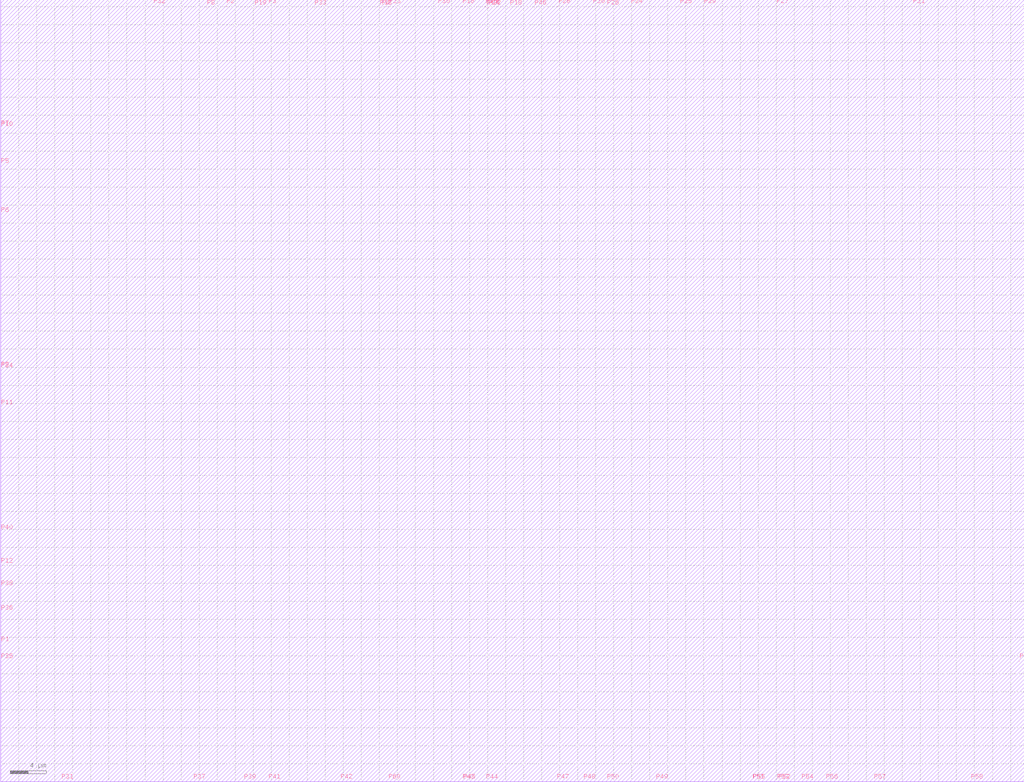
<source format=lef>
#
# LEF OUT
# User Name : m103bhyu
# Date : Tue Nov 24 17:18:34 2015
#
VERSION 5.5 ;
NAMESCASESENSITIVE ON ;
BUSBITCHARS "[]" ;
DIVIDERCHAR " / " ;

UNITS
  DATABASE MICRONS 100 ;
END UNITS
MANUFACTURINGGRID 0.005 ;

LAYER ME1
  TYPE ROUTING ;
  DIRECTION HORIZONTAL ;
  PITCH 0.4 ;
  WIDTH 0.16 ;
  AREA 0.1024 ;
  SPACINGTABLE
    PARALLELRUNLENGTH    9.389191e-17 
      WIDTH 8.435379e-17 0      ;
  MAXWIDTH 25 ;
  MINWIDTH 0.16 ;
  MINENCLOSEDAREA 0.3072 ;
  MINENCLOSEDAREA 0.3072 ;
  CAPMULTIPLIER 1 ;
  MINIMUMDENSITY 20 ;
  MAXIMUMDENSITY 80 ;
  DENSITYCHECKWINDOW 200 200 ;
  DENSITYCHECKSTEP 100 ;
END ME1


MACRO he
  CLASS PAD ;
  SOURCE USER ;
  ORIGIN 0 0 ;
  SIZE 1 BY 188 ;
  SYMMETRY X Y ;

  PIN VSSC
    DIRECTION INOUT ;
    USE SIGNAL ;
    PORT
      LAYER ME1 ;
        RECT 0 0 0 0 ;
    END
  END VSSC
END he


MACRO wi
  CLASS PAD ;
  SOURCE USER ;
  ORIGIN 0 0 ;
  SIZE 228 BY 1 ;
  SYMMETRY X Y ;

  PIN VSSC
    DIRECTION INOUT ;
    USE SIGNAL ;
    PORT
      LAYER ME1 ;
        RECT 0 0 0 0 ;
    END
  END VSSC
END wi

MACRO MC1
  CLASS CORE ;
  SOURCE USER ;
  ORIGIN 0 0 ;
  SIZE 3.82 BY 0.33 ;
  SYMMETRY ;
  PIN P1
    DIRECTION INOUT ;
    USE SIGNAL ;
    PORT
      LAYER ME1 ;
        RECT 0.46 0 0.46 0 ;
    END
  END P1

  PIN P2
    DIRECTION INOUT ;
    USE SIGNAL ;
    PORT
      LAYER ME1 ;
        RECT 1.45 0 1.45 0 ;
    END
  END P2

  PIN P3
    DIRECTION INOUT ;
    USE SIGNAL ;
    PORT
      LAYER ME1 ;
        RECT 0.49 0 0.49 0 ;
    END
  END P3

END MC1
MACRO MC2
  CLASS CORE ;
  SOURCE USER ;
  ORIGIN 0 0 ;
  SIZE 0.88 BY 0.33 ;
  SYMMETRY ;
  PIN P1
    DIRECTION INOUT ;
    USE SIGNAL ;
    PORT
      LAYER ME1 ;
        RECT 0.04 0.18 0.04 0.18 ;
    END
  END P1

  PIN P2
    DIRECTION INOUT ;
    USE SIGNAL ;
    PORT
      LAYER ME1 ;
        RECT 0.46 0.18 0.46 0.18 ;
    END
  END P2

  PIN P3
    DIRECTION INOUT ;
    USE SIGNAL ;
    PORT
      LAYER ME1 ;
        RECT 0.17 0.12 0.17 0.12 ;
    END
  END P3

  PIN P4
    DIRECTION INOUT ;
    USE SIGNAL ;
    PORT
      LAYER ME1 ;
        RECT 0.03 0.18 0.03 0.18 ;
    END
  END P4

  PIN P5
    DIRECTION INOUT ;
    USE SIGNAL ;
    PORT
      LAYER ME1 ;
        RECT 0.33 0.12 0.33 0.12 ;
    END
  END P5

END MC2
MACRO MC3
  CLASS CORE ;
  SOURCE USER ;
  ORIGIN 0 0 ;
  SIZE 1.42 BY 0.33 ;
  SYMMETRY ;
  PIN P1
    DIRECTION INOUT ;
    USE SIGNAL ;
    PORT
      LAYER ME1 ;
        RECT 1.01 0 1.01 0 ;
    END
  END P1

  PIN P2
    DIRECTION INOUT ;
    USE SIGNAL ;
    PORT
      LAYER ME1 ;
        RECT 0.57 0 0.57 0 ;
    END
  END P2

  PIN P3
    DIRECTION INOUT ;
    USE SIGNAL ;
    PORT
      LAYER ME1 ;
        RECT 0.25 0 0.25 0 ;
    END
  END P3

  PIN P4
    DIRECTION INOUT ;
    USE SIGNAL ;
    PORT
      LAYER ME1 ;
        RECT 0.62 0 0.62 0 ;
    END
  END P4

END MC3
MACRO MC4
  CLASS CORE ;
  SOURCE USER ;
  ORIGIN 0 0 ;
  SIZE 1.09 BY 0.33 ;
  SYMMETRY ;
  PIN P1
    DIRECTION INOUT ;
    USE SIGNAL ;
    PORT
      LAYER ME1 ;
        RECT 0.13 0.12 0.13 0.12 ;
    END
  END P1

  PIN P2
    DIRECTION INOUT ;
    USE SIGNAL ;
    PORT
      LAYER ME1 ;
        RECT 0.05 0.18 0.05 0.18 ;
    END
  END P2

  PIN P3
    DIRECTION INOUT ;
    USE SIGNAL ;
    PORT
      LAYER ME1 ;
        RECT 0.3 0.12 0.3 0.12 ;
    END
  END P3

  PIN P4
    DIRECTION INOUT ;
    USE SIGNAL ;
    PORT
      LAYER ME1 ;
        RECT 0.47 0.18 0.47 0.18 ;
    END
  END P4

  PIN P5
    DIRECTION INOUT ;
    USE SIGNAL ;
    PORT
      LAYER ME1 ;
        RECT 0.43 0.07 0.43 0.07 ;
    END
  END P5

END MC4
MACRO MC5
  CLASS CORE ;
  SOURCE USER ;
  ORIGIN 0 0 ;
  SIZE 1.18 BY 0.33 ;
  SYMMETRY ;
  PIN P1
    DIRECTION INOUT ;
    USE SIGNAL ;
    PORT
      LAYER ME1 ;
        RECT 0.06 0.12 0.06 0.12 ;
    END
  END P1

  PIN P2
    DIRECTION INOUT ;
    USE SIGNAL ;
    PORT
      LAYER ME1 ;
        RECT 0.32 0.18 0.32 0.18 ;
    END
  END P2

  PIN P3
    DIRECTION INOUT ;
    USE SIGNAL ;
    PORT
      LAYER ME1 ;
        RECT 0.79 0.18 0.79 0.18 ;
    END
  END P3

  PIN P4
    DIRECTION INOUT ;
    USE SIGNAL ;
    PORT
      LAYER ME1 ;
        RECT 0.68 0.12 0.68 0.12 ;
    END
  END P4

  PIN P5
    DIRECTION INOUT ;
    USE SIGNAL ;
    PORT
      LAYER ME1 ;
        RECT 0.53 0.07 0.53 0.07 ;
    END
  END P5

END MC5
MACRO MC6
  CLASS CORE ;
  SOURCE USER ;
  ORIGIN 0 0 ;
  SIZE 0.9 BY 0.33 ;
  SYMMETRY ;
  PIN P1
    DIRECTION INOUT ;
    USE SIGNAL ;
    PORT
      LAYER ME1 ;
        RECT 0.2 0.18 0.2 0.18 ;
    END
  END P1

  PIN P2
    DIRECTION INOUT ;
    USE SIGNAL ;
    PORT
      LAYER ME1 ;
        RECT 0.32 0.12 0.32 0.12 ;
    END
  END P2

  PIN P3
    DIRECTION INOUT ;
    USE SIGNAL ;
    PORT
      LAYER ME1 ;
        RECT 0.18 0.18 0.18 0.18 ;
    END
  END P3

  PIN P4
    DIRECTION INOUT ;
    USE SIGNAL ;
    PORT
      LAYER ME1 ;
        RECT 0.32 0.07 0.32 0.07 ;
    END
  END P4

END MC6
MACRO MC7
  CLASS CORE ;
  SOURCE USER ;
  ORIGIN 0 0 ;
  SIZE 3.84 BY 0.33 ;
  SYMMETRY ;
  PIN P1
    DIRECTION INOUT ;
    USE SIGNAL ;
    PORT
      LAYER ME1 ;
        RECT 0.87 0 0.87 0 ;
    END
  END P1

  PIN P2
    DIRECTION INOUT ;
    USE SIGNAL ;
    PORT
      LAYER ME1 ;
        RECT 1.25 0 1.25 0 ;
    END
  END P2

  PIN P3
    DIRECTION INOUT ;
    USE SIGNAL ;
    PORT
      LAYER ME1 ;
        RECT 1.77 0 1.77 0 ;
    END
  END P3

  PIN P4
    DIRECTION INOUT ;
    USE SIGNAL ;
    PORT
      LAYER ME1 ;
        RECT 2.54 0 2.54 0 ;
    END
  END P4

  PIN P5
    DIRECTION INOUT ;
    USE SIGNAL ;
    PORT
      LAYER ME1 ;
        RECT 2.51 0 2.51 0 ;
    END
  END P5

END MC7
MACRO MC8
  CLASS CORE ;
  SOURCE USER ;
  ORIGIN 0 0 ;
  SIZE 0.63 BY 0.33 ;
  SYMMETRY ;
  PIN P1
    DIRECTION INOUT ;
    USE SIGNAL ;
    PORT
      LAYER ME1 ;
        RECT 0.09 0.18 0.09 0.18 ;
    END
  END P1

  PIN P2
    DIRECTION INOUT ;
    USE SIGNAL ;
    PORT
      LAYER ME1 ;
        RECT 0.16 0.18 0.16 0.18 ;
    END
  END P2

  PIN P3
    DIRECTION INOUT ;
    USE SIGNAL ;
    PORT
      LAYER ME1 ;
        RECT 0.42 0.07 0.42 0.07 ;
    END
  END P3

END MC8
MACRO MC9
  CLASS CORE ;
  SOURCE USER ;
  ORIGIN 0 0 ;
  SIZE 1.42 BY 0.33 ;
  SYMMETRY ;
  PIN P1
    DIRECTION INOUT ;
    USE SIGNAL ;
    PORT
      LAYER ME1 ;
        RECT 0.5 0 0.5 0 ;
    END
  END P1

  PIN P2
    DIRECTION INOUT ;
    USE SIGNAL ;
    PORT
      LAYER ME1 ;
        RECT 0.79 0 0.79 0 ;
    END
  END P2

  PIN P3
    DIRECTION INOUT ;
    USE SIGNAL ;
    PORT
      LAYER ME1 ;
        RECT 1.06 0 1.06 0 ;
    END
  END P3

END MC9
MACRO MC10
  CLASS CORE ;
  SOURCE USER ;
  ORIGIN 0 0 ;
  SIZE 3.08 BY 0.33 ;
  SYMMETRY ;
  PIN P1
    DIRECTION INOUT ;
    USE SIGNAL ;
    PORT
      LAYER ME1 ;
        RECT 2.13 0 2.13 0 ;
    END
  END P1

  PIN P2
    DIRECTION INOUT ;
    USE SIGNAL ;
    PORT
      LAYER ME1 ;
        RECT 2.33 0 2.33 0 ;
    END
  END P2

  PIN P3
    DIRECTION INOUT ;
    USE SIGNAL ;
    PORT
      LAYER ME1 ;
        RECT 0.27 0 0.27 0 ;
    END
  END P3

  PIN P4
    DIRECTION INOUT ;
    USE SIGNAL ;
    PORT
      LAYER ME1 ;
        RECT 0.37 0 0.37 0 ;
    END
  END P4

  PIN P5
    DIRECTION INOUT ;
    USE SIGNAL ;
    PORT
      LAYER ME1 ;
        RECT 1.2 0 1.2 0 ;
    END
  END P5

END MC10
MACRO MC11
  CLASS CORE ;
  SOURCE USER ;
  ORIGIN 0 0 ;
  SIZE 2.34 BY 0.33 ;
  SYMMETRY ;
  PIN P1
    DIRECTION INOUT ;
    USE SIGNAL ;
    PORT
      LAYER ME1 ;
        RECT 0.77 0 0.77 0 ;
    END
  END P1

  PIN P2
    DIRECTION INOUT ;
    USE SIGNAL ;
    PORT
      LAYER ME1 ;
        RECT 0.14 0 0.14 0 ;
    END
  END P2

  PIN P3
    DIRECTION INOUT ;
    USE SIGNAL ;
    PORT
      LAYER ME1 ;
        RECT 0 0 0 0 ;
    END
  END P3

  PIN P4
    DIRECTION INOUT ;
    USE SIGNAL ;
    PORT
      LAYER ME1 ;
        RECT 1.48 0 1.48 0 ;
    END
  END P4

END MC11
MACRO MC12
  CLASS CORE ;
  SOURCE USER ;
  ORIGIN 0 0 ;
  SIZE 1.19 BY 0.33 ;
  SYMMETRY ;
  PIN P1
    DIRECTION INOUT ;
    USE SIGNAL ;
    PORT
      LAYER ME1 ;
        RECT 0.65 0.12 0.65 0.12 ;
    END
  END P1

  PIN P2
    DIRECTION INOUT ;
    USE SIGNAL ;
    PORT
      LAYER ME1 ;
        RECT 0.52 0.12 0.52 0.12 ;
    END
  END P2

  PIN P3
    DIRECTION INOUT ;
    USE SIGNAL ;
    PORT
      LAYER ME1 ;
        RECT 0.11 0.12 0.11 0.12 ;
    END
  END P3

  PIN P4
    DIRECTION INOUT ;
    USE SIGNAL ;
    PORT
      LAYER ME1 ;
        RECT 0.3 0.12 0.3 0.12 ;
    END
  END P4

  PIN P5
    DIRECTION INOUT ;
    USE SIGNAL ;
    PORT
      LAYER ME1 ;
        RECT 0.14 0.18 0.14 0.18 ;
    END
  END P5

  PIN P6
    DIRECTION INOUT ;
    USE SIGNAL ;
    PORT
      LAYER ME1 ;
        RECT 0.18 0.12 0.18 0.12 ;
    END
  END P6

  PIN P7
    DIRECTION INOUT ;
    USE SIGNAL ;
    PORT
      LAYER ME1 ;
        RECT 0.57 0.07 0.57 0.07 ;
    END
  END P7

END MC12
MACRO MC13
  CLASS CORE ;
  SOURCE USER ;
  ORIGIN 0 0 ;
  SIZE 2.52 BY 0.33 ;
  SYMMETRY ;
  PIN P1
    DIRECTION INOUT ;
    USE SIGNAL ;
    PORT
      LAYER ME1 ;
        RECT 0.98 0 0.98 0 ;
    END
  END P1

  PIN P2
    DIRECTION INOUT ;
    USE SIGNAL ;
    PORT
      LAYER ME1 ;
        RECT 0.14 0 0.14 0 ;
    END
  END P2

  PIN P3
    DIRECTION INOUT ;
    USE SIGNAL ;
    PORT
      LAYER ME1 ;
        RECT 0.2 0 0.2 0 ;
    END
  END P3

  PIN P4
    DIRECTION INOUT ;
    USE SIGNAL ;
    PORT
      LAYER ME1 ;
        RECT 1.62 0 1.62 0 ;
    END
  END P4

END MC13
MACRO MC14
  CLASS CORE ;
  SOURCE USER ;
  ORIGIN 0 0 ;
  SIZE 2.64 BY 0.33 ;
  SYMMETRY ;
  PIN P1
    DIRECTION INOUT ;
    USE SIGNAL ;
    PORT
      LAYER ME1 ;
        RECT 1.41 0 1.41 0 ;
    END
  END P1

  PIN P2
    DIRECTION INOUT ;
    USE SIGNAL ;
    PORT
      LAYER ME1 ;
        RECT 2.16 0 2.16 0 ;
    END
  END P2

  PIN P3
    DIRECTION INOUT ;
    USE SIGNAL ;
    PORT
      LAYER ME1 ;
        RECT 0.21 0 0.21 0 ;
    END
  END P3

  PIN P4
    DIRECTION INOUT ;
    USE SIGNAL ;
    PORT
      LAYER ME1 ;
        RECT 0.76 0 0.76 0 ;
    END
  END P4

END MC14
MACRO MC15
  CLASS CORE ;
  SOURCE USER ;
  ORIGIN 0 0 ;
  SIZE 0.96 BY 0.33 ;
  SYMMETRY ;
  PIN P1
    DIRECTION INOUT ;
    USE SIGNAL ;
    PORT
      LAYER ME1 ;
        RECT 0.19 0.18 0.19 0.18 ;
    END
  END P1

  PIN P2
    DIRECTION INOUT ;
    USE SIGNAL ;
    PORT
      LAYER ME1 ;
        RECT 0.04 0.12 0.04 0.12 ;
    END
  END P2

  PIN P3
    DIRECTION INOUT ;
    USE SIGNAL ;
    PORT
      LAYER ME1 ;
        RECT 0.16 0.18 0.16 0.18 ;
    END
  END P3

  PIN P4
    DIRECTION INOUT ;
    USE SIGNAL ;
    PORT
      LAYER ME1 ;
        RECT 0.35 0.12 0.35 0.12 ;
    END
  END P4

  PIN P5
    DIRECTION INOUT ;
    USE SIGNAL ;
    PORT
      LAYER ME1 ;
        RECT 0.49 0.07 0.49 0.07 ;
    END
  END P5

END MC15
MACRO MC16
  CLASS CORE ;
  SOURCE USER ;
  ORIGIN 0 0 ;
  SIZE 1.09 BY 0.33 ;
  SYMMETRY ;
  PIN P1
    DIRECTION INOUT ;
    USE SIGNAL ;
    PORT
      LAYER ME1 ;
        RECT 0.41 0.12 0.41 0.12 ;
    END
  END P1

  PIN P2
    DIRECTION INOUT ;
    USE SIGNAL ;
    PORT
      LAYER ME1 ;
        RECT 0.07 0.18 0.07 0.18 ;
    END
  END P2

  PIN P3
    DIRECTION INOUT ;
    USE SIGNAL ;
    PORT
      LAYER ME1 ;
        RECT 0.13 0.12 0.13 0.12 ;
    END
  END P3

  PIN P4
    DIRECTION INOUT ;
    USE SIGNAL ;
    PORT
      LAYER ME1 ;
        RECT 0.49 0.12 0.49 0.12 ;
    END
  END P4

END MC16
MACRO MC17
  CLASS CORE ;
  SOURCE USER ;
  ORIGIN 0 0 ;
  SIZE 1.11 BY 0.33 ;
  SYMMETRY ;
  PIN P1
    DIRECTION INOUT ;
    USE SIGNAL ;
    PORT
      LAYER ME1 ;
        RECT 0.13 0.18 0.13 0.18 ;
    END
  END P1

  PIN P2
    DIRECTION INOUT ;
    USE SIGNAL ;
    PORT
      LAYER ME1 ;
        RECT 0.08 0.12 0.08 0.12 ;
    END
  END P2

  PIN P3
    DIRECTION INOUT ;
    USE SIGNAL ;
    PORT
      LAYER ME1 ;
        RECT 0.44 0.07 0.44 0.07 ;
    END
  END P3

END MC17
MACRO MC18
  CLASS CORE ;
  SOURCE USER ;
  ORIGIN 0 0 ;
  SIZE 0.88 BY 0.33 ;
  SYMMETRY ;
  PIN P1
    DIRECTION INOUT ;
    USE SIGNAL ;
    PORT
      LAYER ME1 ;
        RECT 0.37 0.12 0.37 0.12 ;
    END
  END P1

  PIN P2
    DIRECTION INOUT ;
    USE SIGNAL ;
    PORT
      LAYER ME1 ;
        RECT 0.49 0.12 0.49 0.12 ;
    END
  END P2

  PIN P3
    DIRECTION INOUT ;
    USE SIGNAL ;
    PORT
      LAYER ME1 ;
        RECT 0.11 0.18 0.11 0.18 ;
    END
  END P3

  PIN P4
    DIRECTION INOUT ;
    USE SIGNAL ;
    PORT
      LAYER ME1 ;
        RECT 0.01 0.12 0.01 0.12 ;
    END
  END P4

  PIN P5
    DIRECTION INOUT ;
    USE SIGNAL ;
    PORT
      LAYER ME1 ;
        RECT 0.42 0.07 0.42 0.07 ;
    END
  END P5

END MC18
MACRO MC19
  CLASS CORE ;
  SOURCE USER ;
  ORIGIN 0 0 ;
  SIZE 1.52 BY 0.33 ;
  SYMMETRY ;
  PIN P1
    DIRECTION INOUT ;
    USE SIGNAL ;
    PORT
      LAYER ME1 ;
        RECT 0.04 0.12 0.04 0.12 ;
    END
  END P1

  PIN P2
    DIRECTION INOUT ;
    USE SIGNAL ;
    PORT
      LAYER ME1 ;
        RECT 0.56 0.07 0.56 0.07 ;
    END
  END P2

END MC19
MACRO MC20
  CLASS CORE ;
  SOURCE USER ;
  ORIGIN 0 0 ;
  SIZE 0.91 BY 0.33 ;
  SYMMETRY ;
  PIN P1
    DIRECTION INOUT ;
    USE SIGNAL ;
    PORT
      LAYER ME1 ;
        RECT 0.16 0.18 0.16 0.18 ;
    END
  END P1

  PIN P2
    DIRECTION INOUT ;
    USE SIGNAL ;
    PORT
      LAYER ME1 ;
        RECT 0.05 0.12 0.05 0.12 ;
    END
  END P2

  PIN P3
    DIRECTION INOUT ;
    USE SIGNAL ;
    PORT
      LAYER ME1 ;
        RECT 0.14 0.18 0.14 0.18 ;
    END
  END P3

  PIN P4
    DIRECTION INOUT ;
    USE SIGNAL ;
    PORT
      LAYER ME1 ;
        RECT 0.48 0.07 0.48 0.07 ;
    END
  END P4

END MC20
MACRO MC21
  CLASS CORE ;
  SOURCE USER ;
  ORIGIN 0 0 ;
  SIZE 2.38 BY 0.33 ;
  SYMMETRY ;
  PIN P1
    DIRECTION INOUT ;
    USE SIGNAL ;
    PORT
      LAYER ME1 ;
        RECT 0.84 0 0.84 0 ;
    END
  END P1

  PIN P2
    DIRECTION INOUT ;
    USE SIGNAL ;
    PORT
      LAYER ME1 ;
        RECT 0.03 0 0.03 0 ;
    END
  END P2

  PIN P3
    DIRECTION INOUT ;
    USE SIGNAL ;
    PORT
      LAYER ME1 ;
        RECT 0.35 0 0.35 0 ;
    END
  END P3

  PIN P4
    DIRECTION INOUT ;
    USE SIGNAL ;
    PORT
      LAYER ME1 ;
        RECT 1.42 0 1.42 0 ;
    END
  END P4

END MC21
MACRO MC22
  CLASS CORE ;
  SOURCE USER ;
  ORIGIN 0 0 ;
  SIZE 0.59 BY 0.33 ;
  SYMMETRY ;
  PIN P1
    DIRECTION INOUT ;
    USE SIGNAL ;
    PORT
      LAYER ME1 ;
        RECT 0.08 0.18 0.08 0.18 ;
    END
  END P1

  PIN P2
    DIRECTION INOUT ;
    USE SIGNAL ;
    PORT
      LAYER ME1 ;
        RECT 0.3 0.07 0.3 0.07 ;
    END
  END P2

END MC22
MACRO MC23
  CLASS CORE ;
  SOURCE USER ;
  ORIGIN 0 0 ;
  SIZE 0.94 BY 0.33 ;
  SYMMETRY ;
  PIN P1
    DIRECTION INOUT ;
    USE SIGNAL ;
    PORT
      LAYER ME1 ;
        RECT 0.21 0.12 0.21 0.12 ;
    END
  END P1

  PIN P2
    DIRECTION INOUT ;
    USE SIGNAL ;
    PORT
      LAYER ME1 ;
        RECT 0.09 0.12 0.09 0.12 ;
    END
  END P2

  PIN P3
    DIRECTION INOUT ;
    USE SIGNAL ;
    PORT
      LAYER ME1 ;
        RECT 0.26 0.18 0.26 0.18 ;
    END
  END P3

  PIN P4
    DIRECTION INOUT ;
    USE SIGNAL ;
    PORT
      LAYER ME1 ;
        RECT 0.37 0.12 0.37 0.12 ;
    END
  END P4

  PIN P5
    DIRECTION INOUT ;
    USE SIGNAL ;
    PORT
      LAYER ME1 ;
        RECT 0.61 0.12 0.61 0.12 ;
    END
  END P5

END MC23
MACRO MC24
  CLASS CORE ;
  SOURCE USER ;
  ORIGIN 0 0 ;
  SIZE 1.28 BY 0.33 ;
  SYMMETRY ;
  PIN P1
    DIRECTION INOUT ;
    USE SIGNAL ;
    PORT
      LAYER ME1 ;
        RECT 0.6 0 0.6 0 ;
    END
  END P1

  PIN P2
    DIRECTION INOUT ;
    USE SIGNAL ;
    PORT
      LAYER ME1 ;
        RECT 0.74 0 0.74 0 ;
    END
  END P2

  PIN P3
    DIRECTION INOUT ;
    USE SIGNAL ;
    PORT
      LAYER ME1 ;
        RECT 0 0 0 0 ;
    END
  END P3

END MC24
MACRO MC25
  CLASS CORE ;
  SOURCE USER ;
  ORIGIN 0 0 ;
  SIZE 1.52 BY 0.33 ;
  SYMMETRY ;
  PIN P1
    DIRECTION INOUT ;
    USE SIGNAL ;
    PORT
      LAYER ME1 ;
        RECT 0.44 0 0.44 0 ;
    END
  END P1

  PIN P2
    DIRECTION INOUT ;
    USE SIGNAL ;
    PORT
      LAYER ME1 ;
        RECT 0.63 0 0.63 0 ;
    END
  END P2

  PIN P3
    DIRECTION INOUT ;
    USE SIGNAL ;
    PORT
      LAYER ME1 ;
        RECT 0.38 0 0.38 0 ;
    END
  END P3

END MC25
MACRO MC26
  CLASS CORE ;
  SOURCE USER ;
  ORIGIN 0 0 ;
  SIZE 1.43 BY 0.33 ;
  SYMMETRY ;
  PIN P1
    DIRECTION INOUT ;
    USE SIGNAL ;
    PORT
      LAYER ME1 ;
        RECT 0.97 0.18 0.97 0.18 ;
    END
  END P1

  PIN P2
    DIRECTION INOUT ;
    USE SIGNAL ;
    PORT
      LAYER ME1 ;
        RECT 0.62 0.12 0.62 0.12 ;
    END
  END P2

  PIN P3
    DIRECTION INOUT ;
    USE SIGNAL ;
    PORT
      LAYER ME1 ;
        RECT 0.52 0.18 0.52 0.18 ;
    END
  END P3

  PIN P4
    DIRECTION INOUT ;
    USE SIGNAL ;
    PORT
      LAYER ME1 ;
        RECT 0.4 0.12 0.4 0.12 ;
    END
  END P4

END MC26
MACRO MC27
  CLASS CORE ;
  SOURCE USER ;
  ORIGIN 0 0 ;
  SIZE 1.52 BY 0.33 ;
  SYMMETRY ;
  PIN P1
    DIRECTION INOUT ;
    USE SIGNAL ;
    PORT
      LAYER ME1 ;
        RECT 0.64 0 0.64 0 ;
    END
  END P1

  PIN P2
    DIRECTION INOUT ;
    USE SIGNAL ;
    PORT
      LAYER ME1 ;
        RECT 0.02 0 0.02 0 ;
    END
  END P2

  PIN P3
    DIRECTION INOUT ;
    USE SIGNAL ;
    PORT
      LAYER ME1 ;
        RECT 1.02 0 1.02 0 ;
    END
  END P3

END MC27
MACRO MC28
  CLASS CORE ;
  SOURCE USER ;
  ORIGIN 0 0 ;
  SIZE 0.9 BY 0.33 ;
  SYMMETRY ;
  PIN P1
    DIRECTION INOUT ;
    USE SIGNAL ;
    PORT
      LAYER ME1 ;
        RECT 0 0.18 0 0.18 ;
    END
  END P1

  PIN P2
    DIRECTION INOUT ;
    USE SIGNAL ;
    PORT
      LAYER ME1 ;
        RECT 0.08 0.12 0.08 0.12 ;
    END
  END P2

  PIN P3
    DIRECTION INOUT ;
    USE SIGNAL ;
    PORT
      LAYER ME1 ;
        RECT 0.26 0.18 0.26 0.18 ;
    END
  END P3

  PIN P4
    DIRECTION INOUT ;
    USE SIGNAL ;
    PORT
      LAYER ME1 ;
        RECT 0.36 0.12 0.36 0.12 ;
    END
  END P4

  PIN P5
    DIRECTION INOUT ;
    USE SIGNAL ;
    PORT
      LAYER ME1 ;
        RECT 0.52 0.07 0.52 0.07 ;
    END
  END P5

END MC28
MACRO MC29
  CLASS CORE ;
  SOURCE USER ;
  ORIGIN 0 0 ;
  SIZE 1.12 BY 0.33 ;
  SYMMETRY ;
  PIN P1
    DIRECTION INOUT ;
    USE SIGNAL ;
    PORT
      LAYER ME1 ;
        RECT 0.43 0.18 0.43 0.18 ;
    END
  END P1

  PIN P2
    DIRECTION INOUT ;
    USE SIGNAL ;
    PORT
      LAYER ME1 ;
        RECT 0.71 0.12 0.71 0.12 ;
    END
  END P2

  PIN P3
    DIRECTION INOUT ;
    USE SIGNAL ;
    PORT
      LAYER ME1 ;
        RECT 0 0.12 0 0.12 ;
    END
  END P3

  PIN P4
    DIRECTION INOUT ;
    USE SIGNAL ;
    PORT
      LAYER ME1 ;
        RECT 0.19 0.07 0.19 0.07 ;
    END
  END P4

END MC29
MACRO MC30
  CLASS CORE ;
  SOURCE USER ;
  ORIGIN 0 0 ;
  SIZE 0.71 BY 0.33 ;
  SYMMETRY ;
  PIN P1
    DIRECTION INOUT ;
    USE SIGNAL ;
    PORT
      LAYER ME1 ;
        RECT 0.16 0.18 0.16 0.18 ;
    END
  END P1

  PIN P2
    DIRECTION INOUT ;
    USE SIGNAL ;
    PORT
      LAYER ME1 ;
        RECT 0.08 0.12 0.08 0.12 ;
    END
  END P2

  PIN P3
    DIRECTION INOUT ;
    USE SIGNAL ;
    PORT
      LAYER ME1 ;
        RECT 0.21 0.18 0.21 0.18 ;
    END
  END P3

  PIN P4
    DIRECTION INOUT ;
    USE SIGNAL ;
    PORT
      LAYER ME1 ;
        RECT 0.31 0.07 0.31 0.07 ;
    END
  END P4

END MC30
MACRO MC31
  CLASS CORE ;
  SOURCE USER ;
  ORIGIN 0 0 ;
  SIZE 0.82 BY 0.33 ;
  SYMMETRY ;
  PIN P1
    DIRECTION INOUT ;
    USE SIGNAL ;
    PORT
      LAYER ME1 ;
        RECT 0.23 0.12 0.23 0.12 ;
    END
  END P1

  PIN P2
    DIRECTION INOUT ;
    USE SIGNAL ;
    PORT
      LAYER ME1 ;
        RECT 0.16 0.18 0.16 0.18 ;
    END
  END P2

  PIN P3
    DIRECTION INOUT ;
    USE SIGNAL ;
    PORT
      LAYER ME1 ;
        RECT 0.17 0.12 0.17 0.12 ;
    END
  END P3

  PIN P4
    DIRECTION INOUT ;
    USE SIGNAL ;
    PORT
      LAYER ME1 ;
        RECT 0 0.18 0 0.18 ;
    END
  END P4

  PIN P5
    DIRECTION INOUT ;
    USE SIGNAL ;
    PORT
      LAYER ME1 ;
        RECT 0.37 0.07 0.37 0.07 ;
    END
  END P5

END MC31
MACRO MC32
  CLASS CORE ;
  SOURCE USER ;
  ORIGIN 0 0 ;
  SIZE 1.14 BY 0.33 ;
  SYMMETRY ;
  PIN P1
    DIRECTION INOUT ;
    USE SIGNAL ;
    PORT
      LAYER ME1 ;
        RECT 0.42 0.12 0.42 0.12 ;
    END
  END P1

  PIN P2
    DIRECTION INOUT ;
    USE SIGNAL ;
    PORT
      LAYER ME1 ;
        RECT 0.6 0.18 0.6 0.18 ;
    END
  END P2

  PIN P3
    DIRECTION INOUT ;
    USE SIGNAL ;
    PORT
      LAYER ME1 ;
        RECT 0.01 0.18 0.01 0.18 ;
    END
  END P3

  PIN P4
    DIRECTION INOUT ;
    USE SIGNAL ;
    PORT
      LAYER ME1 ;
        RECT 0.16 0.12 0.16 0.12 ;
    END
  END P4

END MC32
MACRO MC33
  CLASS CORE ;
  SOURCE USER ;
  ORIGIN 0 0 ;
  SIZE 0.93 BY 0.33 ;
  SYMMETRY ;
  PIN P1
    DIRECTION INOUT ;
    USE SIGNAL ;
    PORT
      LAYER ME1 ;
        RECT 0.37 0.18 0.37 0.18 ;
    END
  END P1

  PIN P2
    DIRECTION INOUT ;
    USE SIGNAL ;
    PORT
      LAYER ME1 ;
        RECT 0.05 0.18 0.05 0.18 ;
    END
  END P2

  PIN P3
    DIRECTION INOUT ;
    USE SIGNAL ;
    PORT
      LAYER ME1 ;
        RECT 0.31 0.12 0.31 0.12 ;
    END
  END P3

  PIN P4
    DIRECTION INOUT ;
    USE SIGNAL ;
    PORT
      LAYER ME1 ;
        RECT 0.46 0.18 0.46 0.18 ;
    END
  END P4

  PIN P5
    DIRECTION INOUT ;
    USE SIGNAL ;
    PORT
      LAYER ME1 ;
        RECT 0.62 0.07 0.62 0.07 ;
    END
  END P5

END MC33
MACRO MC34
  CLASS CORE ;
  SOURCE USER ;
  ORIGIN 0 0 ;
  SIZE 0.86 BY 0.33 ;
  SYMMETRY ;
  PIN P1
    DIRECTION INOUT ;
    USE SIGNAL ;
    PORT
      LAYER ME1 ;
        RECT 0.14 0.18 0.14 0.18 ;
    END
  END P1

  PIN P2
    DIRECTION INOUT ;
    USE SIGNAL ;
    PORT
      LAYER ME1 ;
        RECT 0.07 0.12 0.07 0.12 ;
    END
  END P2

  PIN P3
    DIRECTION INOUT ;
    USE SIGNAL ;
    PORT
      LAYER ME1 ;
        RECT 0.01 0.18 0.01 0.18 ;
    END
  END P3

  PIN P4
    DIRECTION INOUT ;
    USE SIGNAL ;
    PORT
      LAYER ME1 ;
        RECT 0.41 0.07 0.41 0.07 ;
    END
  END P4

END MC34
MACRO MC35
  CLASS CORE ;
  SOURCE USER ;
  ORIGIN 0 0 ;
  SIZE 1.7 BY 0.33 ;
  SYMMETRY ;
  PIN P1
    DIRECTION INOUT ;
    USE SIGNAL ;
    PORT
      LAYER ME1 ;
        RECT 0.66 0.12 0.66 0.12 ;
    END
  END P1

  PIN P2
    DIRECTION INOUT ;
    USE SIGNAL ;
    PORT
      LAYER ME1 ;
        RECT 0.54 0.18 0.54 0.18 ;
    END
  END P2

  PIN P3
    DIRECTION INOUT ;
    USE SIGNAL ;
    PORT
      LAYER ME1 ;
        RECT 0.02 0.18 0.02 0.18 ;
    END
  END P3

  PIN P4
    DIRECTION INOUT ;
    USE SIGNAL ;
    PORT
      LAYER ME1 ;
        RECT 0.96 0.07 0.96 0.07 ;
    END
  END P4

END MC35
MACRO MC36
  CLASS CORE ;
  SOURCE USER ;
  ORIGIN 0 0 ;
  SIZE 1.1 BY 0.33 ;
  SYMMETRY ;
  PIN P1
    DIRECTION INOUT ;
    USE SIGNAL ;
    PORT
      LAYER ME1 ;
        RECT 0.42 0.12 0.42 0.12 ;
    END
  END P1

  PIN P2
    DIRECTION INOUT ;
    USE SIGNAL ;
    PORT
      LAYER ME1 ;
        RECT 0.06 0.12 0.06 0.12 ;
    END
  END P2

  PIN P3
    DIRECTION INOUT ;
    USE SIGNAL ;
    PORT
      LAYER ME1 ;
        RECT 0.49 0.07 0.49 0.07 ;
    END
  END P3

END MC36
MACRO MC37
  CLASS CORE ;
  SOURCE USER ;
  ORIGIN 0 0 ;
  SIZE 0.89 BY 0.33 ;
  SYMMETRY ;
  PIN P1
    DIRECTION INOUT ;
    USE SIGNAL ;
    PORT
      LAYER ME1 ;
        RECT 0.01 0.18 0.01 0.18 ;
    END
  END P1

  PIN P2
    DIRECTION INOUT ;
    USE SIGNAL ;
    PORT
      LAYER ME1 ;
        RECT 0.38 0.07 0.38 0.07 ;
    END
  END P2

END MC37
MACRO MC38
  CLASS CORE ;
  SOURCE USER ;
  ORIGIN 0 0 ;
  SIZE 0.89 BY 0.33 ;
  SYMMETRY ;
  PIN P1
    DIRECTION INOUT ;
    USE SIGNAL ;
    PORT
      LAYER ME1 ;
        RECT 0.27 0.12 0.27 0.12 ;
    END
  END P1

  PIN P2
    DIRECTION INOUT ;
    USE SIGNAL ;
    PORT
      LAYER ME1 ;
        RECT 0.22 0.18 0.22 0.18 ;
    END
  END P2

  PIN P3
    DIRECTION INOUT ;
    USE SIGNAL ;
    PORT
      LAYER ME1 ;
        RECT 0.23 0.12 0.23 0.12 ;
    END
  END P3

  PIN P4
    DIRECTION INOUT ;
    USE SIGNAL ;
    PORT
      LAYER ME1 ;
        RECT 0.61 0.18 0.61 0.18 ;
    END
  END P4

  PIN P5
    DIRECTION INOUT ;
    USE SIGNAL ;
    PORT
      LAYER ME1 ;
        RECT 0.43 0.07 0.43 0.07 ;
    END
  END P5

END MC38
MACRO MC39
  CLASS CORE ;
  SOURCE USER ;
  ORIGIN 0 0 ;
  SIZE 1.25 BY 0.33 ;
  SYMMETRY ;
  PIN P1
    DIRECTION INOUT ;
    USE SIGNAL ;
    PORT
      LAYER ME1 ;
        RECT 0.43 0.18 0.43 0.18 ;
    END
  END P1

  PIN P2
    DIRECTION INOUT ;
    USE SIGNAL ;
    PORT
      LAYER ME1 ;
        RECT 0.1 0.12 0.1 0.12 ;
    END
  END P2

  PIN P3
    DIRECTION INOUT ;
    USE SIGNAL ;
    PORT
      LAYER ME1 ;
        RECT 0.72 0.18 0.72 0.18 ;
    END
  END P3

END MC39
MACRO MC40
  CLASS CORE ;
  SOURCE USER ;
  ORIGIN 0 0 ;
  SIZE 2.24 BY 0.33 ;
  SYMMETRY ;
  PIN P1
    DIRECTION INOUT ;
    USE SIGNAL ;
    PORT
      LAYER ME1 ;
        RECT 0.88 0 0.88 0 ;
    END
  END P1

  PIN P2
    DIRECTION INOUT ;
    USE SIGNAL ;
    PORT
      LAYER ME1 ;
        RECT 1.68 0 1.68 0 ;
    END
  END P2

  PIN P3
    DIRECTION INOUT ;
    USE SIGNAL ;
    PORT
      LAYER ME1 ;
        RECT 0.27 0 0.27 0 ;
    END
  END P3

  PIN P4
    DIRECTION INOUT ;
    USE SIGNAL ;
    PORT
      LAYER ME1 ;
        RECT 0 0 0 0 ;
    END
  END P4

END MC40
MACRO MC41
  CLASS CORE ;
  SOURCE USER ;
  ORIGIN 0 0 ;
  SIZE 2.28 BY 0.33 ;
  SYMMETRY ;
  PIN P1
    DIRECTION INOUT ;
    USE SIGNAL ;
    PORT
      LAYER ME1 ;
        RECT 0.97 0 0.97 0 ;
    END
  END P1

  PIN P2
    DIRECTION INOUT ;
    USE SIGNAL ;
    PORT
      LAYER ME1 ;
        RECT 0.53 0 0.53 0 ;
    END
  END P2

  PIN P3
    DIRECTION INOUT ;
    USE SIGNAL ;
    PORT
      LAYER ME1 ;
        RECT 0.25 0 0.25 0 ;
    END
  END P3

  PIN P4
    DIRECTION INOUT ;
    USE SIGNAL ;
    PORT
      LAYER ME1 ;
        RECT 1.68 0 1.68 0 ;
    END
  END P4

END MC41
MACRO MC42
  CLASS CORE ;
  SOURCE USER ;
  ORIGIN 0 0 ;
  SIZE 1.7 BY 0.33 ;
  SYMMETRY ;
  PIN P1
    DIRECTION INOUT ;
    USE SIGNAL ;
    PORT
      LAYER ME1 ;
        RECT 0.97 0 0.97 0 ;
    END
  END P1

  PIN P2
    DIRECTION INOUT ;
    USE SIGNAL ;
    PORT
      LAYER ME1 ;
        RECT 0.36 0 0.36 0 ;
    END
  END P2

  PIN P3
    DIRECTION INOUT ;
    USE SIGNAL ;
    PORT
      LAYER ME1 ;
        RECT 0.81 0 0.81 0 ;
    END
  END P3

END MC42
MACRO MC43
  CLASS CORE ;
  SOURCE USER ;
  ORIGIN 0 0 ;
  SIZE 1.59 BY 0.33 ;
  SYMMETRY ;
  PIN P1
    DIRECTION INOUT ;
    USE SIGNAL ;
    PORT
      LAYER ME1 ;
        RECT 0.36 0.18 0.36 0.18 ;
    END
  END P1

  PIN P2
    DIRECTION INOUT ;
    USE SIGNAL ;
    PORT
      LAYER ME1 ;
        RECT 0.21 0.12 0.21 0.12 ;
    END
  END P2

  PIN P3
    DIRECTION INOUT ;
    USE SIGNAL ;
    PORT
      LAYER ME1 ;
        RECT 1.06 0.07 1.06 0.07 ;
    END
  END P3

END MC43
MACRO MC44
  CLASS CORE ;
  SOURCE USER ;
  ORIGIN 0 0 ;
  SIZE 1.88 BY 0.33 ;
  SYMMETRY ;
  PIN P1
    DIRECTION INOUT ;
    USE SIGNAL ;
    PORT
      LAYER ME1 ;
        RECT 0.36 0.12 0.36 0.12 ;
    END
  END P1

  PIN P2
    DIRECTION INOUT ;
    USE SIGNAL ;
    PORT
      LAYER ME1 ;
        RECT 0.51 0.18 0.51 0.18 ;
    END
  END P2

  PIN P3
    DIRECTION INOUT ;
    USE SIGNAL ;
    PORT
      LAYER ME1 ;
        RECT 1.29 0.18 1.29 0.18 ;
    END
  END P3

  PIN P4
    DIRECTION INOUT ;
    USE SIGNAL ;
    PORT
      LAYER ME1 ;
        RECT 1.1 0.12 1.1 0.12 ;
    END
  END P4

  PIN P5
    DIRECTION INOUT ;
    USE SIGNAL ;
    PORT
      LAYER ME1 ;
        RECT 0.88 0.12 0.88 0.12 ;
    END
  END P5

END MC44
MACRO MC45
  CLASS CORE ;
  SOURCE USER ;
  ORIGIN 0 0 ;
  SIZE 0.86 BY 0.33 ;
  SYMMETRY ;
  PIN P1
    DIRECTION INOUT ;
    USE SIGNAL ;
    PORT
      LAYER ME1 ;
        RECT 0.46 0.12 0.46 0.12 ;
    END
  END P1

  PIN P2
    DIRECTION INOUT ;
    USE SIGNAL ;
    PORT
      LAYER ME1 ;
        RECT 0.33 0.18 0.33 0.18 ;
    END
  END P2

  PIN P3
    DIRECTION INOUT ;
    USE SIGNAL ;
    PORT
      LAYER ME1 ;
        RECT 0.23 0.12 0.23 0.12 ;
    END
  END P3

  PIN P4
    DIRECTION INOUT ;
    USE SIGNAL ;
    PORT
      LAYER ME1 ;
        RECT 0.14 0.18 0.14 0.18 ;
    END
  END P4

  PIN P5
    DIRECTION INOUT ;
    USE SIGNAL ;
    PORT
      LAYER ME1 ;
        RECT 0.29 0.07 0.29 0.07 ;
    END
  END P5

END MC45
MACRO MC46
  CLASS CORE ;
  SOURCE USER ;
  ORIGIN 0 0 ;
  SIZE 1.92 BY 0.33 ;
  SYMMETRY ;
  PIN P1
    DIRECTION INOUT ;
    USE SIGNAL ;
    PORT
      LAYER ME1 ;
        RECT 0 0.12 0 0.12 ;
    END
  END P1

  PIN P2
    DIRECTION INOUT ;
    USE SIGNAL ;
    PORT
      LAYER ME1 ;
        RECT 0.61 0.18 0.61 0.18 ;
    END
  END P2

  PIN P3
    DIRECTION INOUT ;
    USE SIGNAL ;
    PORT
      LAYER ME1 ;
        RECT 0.59 0.12 0.59 0.12 ;
    END
  END P3

  PIN P4
    DIRECTION INOUT ;
    USE SIGNAL ;
    PORT
      LAYER ME1 ;
        RECT 1.01 0.18 1.01 0.18 ;
    END
  END P4

  PIN P5
    DIRECTION INOUT ;
    USE SIGNAL ;
    PORT
      LAYER ME1 ;
        RECT 1.07 0.18 1.07 0.18 ;
    END
  END P5

END MC46
MACRO MC47
  CLASS CORE ;
  SOURCE USER ;
  ORIGIN 0 0 ;
  SIZE 3.44 BY 0.33 ;
  SYMMETRY ;
  PIN P1
    DIRECTION INOUT ;
    USE SIGNAL ;
    PORT
      LAYER ME1 ;
        RECT 0.58 0 0.58 0 ;
    END
  END P1

  PIN P2
    DIRECTION INOUT ;
    USE SIGNAL ;
    PORT
      LAYER ME1 ;
        RECT 1.05 0 1.05 0 ;
    END
  END P2

  PIN P3
    DIRECTION INOUT ;
    USE SIGNAL ;
    PORT
      LAYER ME1 ;
        RECT 2 0 2 0 ;
    END
  END P3

  PIN P4
    DIRECTION INOUT ;
    USE SIGNAL ;
    PORT
      LAYER ME1 ;
        RECT 2.09 0 2.09 0 ;
    END
  END P4

  PIN P5
    DIRECTION INOUT ;
    USE SIGNAL ;
    PORT
      LAYER ME1 ;
        RECT 2.58 0 2.58 0 ;
    END
  END P5

END MC47
MACRO MC48
  CLASS CORE ;
  SOURCE USER ;
  ORIGIN 0 0 ;
  SIZE 2.8 BY 0.33 ;
  SYMMETRY ;
  PIN P1
    DIRECTION INOUT ;
    USE SIGNAL ;
    PORT
      LAYER ME1 ;
        RECT 0.08 0 0.08 0 ;
    END
  END P1

  PIN P2
    DIRECTION INOUT ;
    USE SIGNAL ;
    PORT
      LAYER ME1 ;
        RECT 0.1 0 0.1 0 ;
    END
  END P2

  PIN P3
    DIRECTION INOUT ;
    USE SIGNAL ;
    PORT
      LAYER ME1 ;
        RECT 2.09 0 2.09 0 ;
    END
  END P3

  PIN P4
    DIRECTION INOUT ;
    USE SIGNAL ;
    PORT
      LAYER ME1 ;
        RECT 2.09 0 2.09 0 ;
    END
  END P4

  PIN P5
    DIRECTION INOUT ;
    USE SIGNAL ;
    PORT
      LAYER ME1 ;
        RECT 1.36 0 1.36 0 ;
    END
  END P5

END MC48
MACRO MC49
  CLASS CORE ;
  SOURCE USER ;
  ORIGIN 0 0 ;
  SIZE 1.5 BY 0.33 ;
  SYMMETRY ;
  PIN P1
    DIRECTION INOUT ;
    USE SIGNAL ;
    PORT
      LAYER ME1 ;
        RECT 0.45 0.18 0.45 0.18 ;
    END
  END P1

  PIN P2
    DIRECTION INOUT ;
    USE SIGNAL ;
    PORT
      LAYER ME1 ;
        RECT 0 0.12 0 0.12 ;
    END
  END P2

  PIN P3
    DIRECTION INOUT ;
    USE SIGNAL ;
    PORT
      LAYER ME1 ;
        RECT 0.41 0.18 0.41 0.18 ;
    END
  END P3

END MC49
MACRO MC50
  CLASS CORE ;
  SOURCE USER ;
  ORIGIN 0 0 ;
  SIZE 0.55 BY 0.33 ;
  SYMMETRY ;
  PIN P1
    DIRECTION INOUT ;
    USE SIGNAL ;
    PORT
      LAYER ME1 ;
        RECT 0.31 0.12 0.31 0.12 ;
    END
  END P1

  PIN P2
    DIRECTION INOUT ;
    USE SIGNAL ;
    PORT
      LAYER ME1 ;
        RECT 0.32 0.18 0.32 0.18 ;
    END
  END P2

  PIN P3
    DIRECTION INOUT ;
    USE SIGNAL ;
    PORT
      LAYER ME1 ;
        RECT 0.29 0.12 0.29 0.12 ;
    END
  END P3

  PIN P4
    DIRECTION INOUT ;
    USE SIGNAL ;
    PORT
      LAYER ME1 ;
        RECT 0.14 0.18 0.14 0.18 ;
    END
  END P4

  PIN P5
    DIRECTION INOUT ;
    USE SIGNAL ;
    PORT
      LAYER ME1 ;
        RECT 0.28 0.07 0.28 0.07 ;
    END
  END P5

END MC50
MACRO MC51
  CLASS CORE ;
  SOURCE USER ;
  ORIGIN 0 0 ;
  SIZE 0.78 BY 0.33 ;
  SYMMETRY ;
  PIN P1
    DIRECTION INOUT ;
    USE SIGNAL ;
    PORT
      LAYER ME1 ;
        RECT 0 0.18 0 0.18 ;
    END
  END P1

  PIN P2
    DIRECTION INOUT ;
    USE SIGNAL ;
    PORT
      LAYER ME1 ;
        RECT 0.27 0.18 0.27 0.18 ;
    END
  END P2

  PIN P3
    DIRECTION INOUT ;
    USE SIGNAL ;
    PORT
      LAYER ME1 ;
        RECT 0.31 0.07 0.31 0.07 ;
    END
  END P3

END MC51
MACRO MC52
  CLASS CORE ;
  SOURCE USER ;
  ORIGIN 0 0 ;
  SIZE 1.05 BY 0.33 ;
  SYMMETRY ;
  PIN P1
    DIRECTION INOUT ;
    USE SIGNAL ;
    PORT
      LAYER ME1 ;
        RECT 0.46 0.18 0.46 0.18 ;
    END
  END P1

  PIN P2
    DIRECTION INOUT ;
    USE SIGNAL ;
    PORT
      LAYER ME1 ;
        RECT 0.7 0.12 0.7 0.12 ;
    END
  END P2

  PIN P3
    DIRECTION INOUT ;
    USE SIGNAL ;
    PORT
      LAYER ME1 ;
        RECT 0.06 0.12 0.06 0.12 ;
    END
  END P3

  PIN P4
    DIRECTION INOUT ;
    USE SIGNAL ;
    PORT
      LAYER ME1 ;
        RECT 0.22 0.07 0.22 0.07 ;
    END
  END P4

END MC52
MACRO MC53
  CLASS CORE ;
  SOURCE USER ;
  ORIGIN 0 0 ;
  SIZE 1.05 BY 0.33 ;
  SYMMETRY ;
  PIN P1
    DIRECTION INOUT ;
    USE SIGNAL ;
    PORT
      LAYER ME1 ;
        RECT 0.31 0.18 0.31 0.18 ;
    END
  END P1

  PIN P2
    DIRECTION INOUT ;
    USE SIGNAL ;
    PORT
      LAYER ME1 ;
        RECT 0.33 0.12 0.33 0.12 ;
    END
  END P2

  PIN P3
    DIRECTION INOUT ;
    USE SIGNAL ;
    PORT
      LAYER ME1 ;
        RECT 0.72 0.07 0.72 0.07 ;
    END
  END P3

END MC53
MACRO MC54
  CLASS CORE ;
  SOURCE USER ;
  ORIGIN 0 0 ;
  SIZE 1.58 BY 0.33 ;
  SYMMETRY ;
  PIN P1
    DIRECTION INOUT ;
    USE SIGNAL ;
    PORT
      LAYER ME1 ;
        RECT 0.38 0 0.38 0 ;
    END
  END P1

  PIN P2
    DIRECTION INOUT ;
    USE SIGNAL ;
    PORT
      LAYER ME1 ;
        RECT 0 0 0 0 ;
    END
  END P2

  PIN P3
    DIRECTION INOUT ;
    USE SIGNAL ;
    PORT
      LAYER ME1 ;
        RECT 0.86 0 0.86 0 ;
    END
  END P3

  PIN P4
    DIRECTION INOUT ;
    USE SIGNAL ;
    PORT
      LAYER ME1 ;
        RECT 1.17 0 1.17 0 ;
    END
  END P4

END MC54
MACRO MC55
  CLASS CORE ;
  SOURCE USER ;
  ORIGIN 0 0 ;
  SIZE 0.85 BY 0.33 ;
  SYMMETRY ;
  PIN P1
    DIRECTION INOUT ;
    USE SIGNAL ;
    PORT
      LAYER ME1 ;
        RECT 0.02 0.18 0.02 0.18 ;
    END
  END P1

  PIN P2
    DIRECTION INOUT ;
    USE SIGNAL ;
    PORT
      LAYER ME1 ;
        RECT 0.14 0.12 0.14 0.12 ;
    END
  END P2

  PIN P3
    DIRECTION INOUT ;
    USE SIGNAL ;
    PORT
      LAYER ME1 ;
        RECT 0.24 0.18 0.24 0.18 ;
    END
  END P3

  PIN P4
    DIRECTION INOUT ;
    USE SIGNAL ;
    PORT
      LAYER ME1 ;
        RECT 0.37 0.07 0.37 0.07 ;
    END
  END P4

END MC55
MACRO MC56
  CLASS CORE ;
  SOURCE USER ;
  ORIGIN 0 0 ;
  SIZE 1.76 BY 0.33 ;
  SYMMETRY ;
  PIN P1
    DIRECTION INOUT ;
    USE SIGNAL ;
    PORT
      LAYER ME1 ;
        RECT 0.33 0.12 0.33 0.12 ;
    END
  END P1

  PIN P2
    DIRECTION INOUT ;
    USE SIGNAL ;
    PORT
      LAYER ME1 ;
        RECT 0.6 0.18 0.6 0.18 ;
    END
  END P2

  PIN P3
    DIRECTION INOUT ;
    USE SIGNAL ;
    PORT
      LAYER ME1 ;
        RECT 1.14 0.12 1.14 0.12 ;
    END
  END P3

  PIN P4
    DIRECTION INOUT ;
    USE SIGNAL ;
    PORT
      LAYER ME1 ;
        RECT 1.45 0.18 1.45 0.18 ;
    END
  END P4

  PIN P5
    DIRECTION INOUT ;
    USE SIGNAL ;
    PORT
      LAYER ME1 ;
        RECT 0.96 0.07 0.96 0.07 ;
    END
  END P5

END MC56
MACRO MC57
  CLASS CORE ;
  SOURCE USER ;
  ORIGIN 0 0 ;
  SIZE 1.67 BY 0.33 ;
  SYMMETRY ;
  PIN P1
    DIRECTION INOUT ;
    USE SIGNAL ;
    PORT
      LAYER ME1 ;
        RECT 0.47 0.12 0.47 0.12 ;
    END
  END P1

  PIN P2
    DIRECTION INOUT ;
    USE SIGNAL ;
    PORT
      LAYER ME1 ;
        RECT 0.7 0.18 0.7 0.18 ;
    END
  END P2

  PIN P3
    DIRECTION INOUT ;
    USE SIGNAL ;
    PORT
      LAYER ME1 ;
        RECT 0.12 0.07 0.12 0.07 ;
    END
  END P3

END MC57
MACRO MC58
  CLASS CORE ;
  SOURCE USER ;
  ORIGIN 0 0 ;
  SIZE 1.15 BY 0.33 ;
  SYMMETRY ;
  PIN P1
    DIRECTION INOUT ;
    USE SIGNAL ;
    PORT
      LAYER ME1 ;
        RECT 0.52 0.12 0.52 0.12 ;
    END
  END P1

  PIN P2
    DIRECTION INOUT ;
    USE SIGNAL ;
    PORT
      LAYER ME1 ;
        RECT 0.71 0.12 0.71 0.12 ;
    END
  END P2

  PIN P3
    DIRECTION INOUT ;
    USE SIGNAL ;
    PORT
      LAYER ME1 ;
        RECT 0.31 0.12 0.31 0.12 ;
    END
  END P3

  PIN P4
    DIRECTION INOUT ;
    USE SIGNAL ;
    PORT
      LAYER ME1 ;
        RECT 0.35 0.12 0.35 0.12 ;
    END
  END P4

  PIN P5
    DIRECTION INOUT ;
    USE SIGNAL ;
    PORT
      LAYER ME1 ;
        RECT 0.12 0.18 0.12 0.18 ;
    END
  END P5

  PIN P6
    DIRECTION INOUT ;
    USE SIGNAL ;
    PORT
      LAYER ME1 ;
        RECT 0.16 0.12 0.16 0.12 ;
    END
  END P6

  PIN P7
    DIRECTION INOUT ;
    USE SIGNAL ;
    PORT
      LAYER ME1 ;
        RECT 0.57 0.07 0.57 0.07 ;
    END
  END P7

END MC58
MACRO MC59
  CLASS CORE ;
  SOURCE USER ;
  ORIGIN 0 0 ;
  SIZE 0.96 BY 0.33 ;
  SYMMETRY ;
  PIN P1
    DIRECTION INOUT ;
    USE SIGNAL ;
    PORT
      LAYER ME1 ;
        RECT 0 0.18 0 0.18 ;
    END
  END P1

  PIN P2
    DIRECTION INOUT ;
    USE SIGNAL ;
    PORT
      LAYER ME1 ;
        RECT 0.42 0.18 0.42 0.18 ;
    END
  END P2

  PIN P3
    DIRECTION INOUT ;
    USE SIGNAL ;
    PORT
      LAYER ME1 ;
        RECT 0.45 0.07 0.45 0.07 ;
    END
  END P3

END MC59
MACRO MC60
  CLASS CORE ;
  SOURCE USER ;
  ORIGIN 0 0 ;
  SIZE 5.6 BY 0.33 ;
  SYMMETRY ;
  PIN P1
    DIRECTION INOUT ;
    USE SIGNAL ;
    PORT
      LAYER ME1 ;
        RECT 1.57 0 1.57 0 ;
    END
  END P1

  PIN P2
    DIRECTION INOUT ;
    USE SIGNAL ;
    PORT
      LAYER ME1 ;
        RECT 2.88 0 2.88 0 ;
    END
  END P2

  PIN P3
    DIRECTION INOUT ;
    USE SIGNAL ;
    PORT
      LAYER ME1 ;
        RECT 3.44 0 3.44 0 ;
    END
  END P3

END MC60
MACRO MC61
  CLASS CORE ;
  SOURCE USER ;
  ORIGIN 0 0 ;
  SIZE 0.66 BY 0.33 ;
  SYMMETRY ;
  PIN P1
    DIRECTION INOUT ;
    USE SIGNAL ;
    PORT
      LAYER ME1 ;
        RECT 0.13 0.18 0.13 0.18 ;
    END
  END P1

  PIN P2
    DIRECTION INOUT ;
    USE SIGNAL ;
    PORT
      LAYER ME1 ;
        RECT 0.04 0.18 0.04 0.18 ;
    END
  END P2

  PIN P3
    DIRECTION INOUT ;
    USE SIGNAL ;
    PORT
      LAYER ME1 ;
        RECT 0.23 0.12 0.23 0.12 ;
    END
  END P3

  PIN P4
    DIRECTION INOUT ;
    USE SIGNAL ;
    PORT
      LAYER ME1 ;
        RECT 0.59 0.07 0.59 0.07 ;
    END
  END P4

END MC61
MACRO MC62
  CLASS CORE ;
  SOURCE USER ;
  ORIGIN 0 0 ;
  SIZE 0.77 BY 0.33 ;
  SYMMETRY ;
  PIN P1
    DIRECTION INOUT ;
    USE SIGNAL ;
    PORT
      LAYER ME1 ;
        RECT 0.3 0.12 0.3 0.12 ;
    END
  END P1

  PIN P2
    DIRECTION INOUT ;
    USE SIGNAL ;
    PORT
      LAYER ME1 ;
        RECT 0.09 0.18 0.09 0.18 ;
    END
  END P2

  PIN P3
    DIRECTION INOUT ;
    USE SIGNAL ;
    PORT
      LAYER ME1 ;
        RECT 0.09 0.12 0.09 0.12 ;
    END
  END P3

  PIN P4
    DIRECTION INOUT ;
    USE SIGNAL ;
    PORT
      LAYER ME1 ;
        RECT 0.04 0.18 0.04 0.18 ;
    END
  END P4

  PIN P5
    DIRECTION INOUT ;
    USE SIGNAL ;
    PORT
      LAYER ME1 ;
        RECT 0.55 0.07 0.55 0.07 ;
    END
  END P5

END MC62
MACRO MC63
  CLASS CORE ;
  SOURCE USER ;
  ORIGIN 0 0 ;
  SIZE 1.44 BY 0.33 ;
  SYMMETRY ;
  PIN P1
    DIRECTION INOUT ;
    USE SIGNAL ;
    PORT
      LAYER ME1 ;
        RECT 0.08 0.12 0.08 0.12 ;
    END
  END P1

  PIN P2
    DIRECTION INOUT ;
    USE SIGNAL ;
    PORT
      LAYER ME1 ;
        RECT 0.39 0.18 0.39 0.18 ;
    END
  END P2

  PIN P3
    DIRECTION INOUT ;
    USE SIGNAL ;
    PORT
      LAYER ME1 ;
        RECT 0.91 0.12 0.91 0.12 ;
    END
  END P3

  PIN P4
    DIRECTION INOUT ;
    USE SIGNAL ;
    PORT
      LAYER ME1 ;
        RECT 0.3 0.18 0.3 0.18 ;
    END
  END P4

END MC63
MACRO MC64
  CLASS CORE ;
  SOURCE USER ;
  ORIGIN 0 0 ;
  SIZE 0.8 BY 0.33 ;
  SYMMETRY ;
  PIN P1
    DIRECTION INOUT ;
    USE SIGNAL ;
    PORT
      LAYER ME1 ;
        RECT 0.08 0.18 0.08 0.18 ;
    END
  END P1

  PIN P2
    DIRECTION INOUT ;
    USE SIGNAL ;
    PORT
      LAYER ME1 ;
        RECT 0.11 0.12 0.11 0.12 ;
    END
  END P2

  PIN P3
    DIRECTION INOUT ;
    USE SIGNAL ;
    PORT
      LAYER ME1 ;
        RECT 0.12 0.18 0.12 0.18 ;
    END
  END P3

  PIN P4
    DIRECTION INOUT ;
    USE SIGNAL ;
    PORT
      LAYER ME1 ;
        RECT 0.38 0.07 0.38 0.07 ;
    END
  END P4

END MC64
MACRO MC65
  CLASS CORE ;
  SOURCE USER ;
  ORIGIN 0 0 ;
  SIZE 2.3 BY 0.33 ;
  SYMMETRY ;
  PIN P1
    DIRECTION INOUT ;
    USE SIGNAL ;
    PORT
      LAYER ME1 ;
        RECT 0.63 0 0.63 0 ;
    END
  END P1

  PIN P2
    DIRECTION INOUT ;
    USE SIGNAL ;
    PORT
      LAYER ME1 ;
        RECT 0.46 0 0.46 0 ;
    END
  END P2

  PIN P3
    DIRECTION INOUT ;
    USE SIGNAL ;
    PORT
      LAYER ME1 ;
        RECT 1.01 0 1.01 0 ;
    END
  END P3

  PIN P4
    DIRECTION INOUT ;
    USE SIGNAL ;
    PORT
      LAYER ME1 ;
        RECT 1.48 0 1.48 0 ;
    END
  END P4

END MC65
MACRO MC66
  CLASS CORE ;
  SOURCE USER ;
  ORIGIN 0 0 ;
  SIZE 0.99 BY 0.33 ;
  SYMMETRY ;
  PIN P1
    DIRECTION INOUT ;
    USE SIGNAL ;
    PORT
      LAYER ME1 ;
        RECT 0.2 0.12 0.2 0.12 ;
    END
  END P1

  PIN P2
    DIRECTION INOUT ;
    USE SIGNAL ;
    PORT
      LAYER ME1 ;
        RECT 0.31 0.18 0.31 0.18 ;
    END
  END P2

  PIN P3
    DIRECTION INOUT ;
    USE SIGNAL ;
    PORT
      LAYER ME1 ;
        RECT 0.19 0.12 0.19 0.12 ;
    END
  END P3

  PIN P4
    DIRECTION INOUT ;
    USE SIGNAL ;
    PORT
      LAYER ME1 ;
        RECT 0.01 0.07 0.01 0.07 ;
    END
  END P4

END MC66
MACRO MC67
  CLASS CORE ;
  SOURCE USER ;
  ORIGIN 0 0 ;
  SIZE 1.3 BY 0.33 ;
  SYMMETRY ;
  PIN P1
    DIRECTION INOUT ;
    USE SIGNAL ;
    PORT
      LAYER ME1 ;
        RECT 0.27 0 0.27 0 ;
    END
  END P1

  PIN P2
    DIRECTION INOUT ;
    USE SIGNAL ;
    PORT
      LAYER ME1 ;
        RECT 0.17 0 0.17 0 ;
    END
  END P2

  PIN P3
    DIRECTION INOUT ;
    USE SIGNAL ;
    PORT
      LAYER ME1 ;
        RECT 0.75 0 0.75 0 ;
    END
  END P3

  PIN P4
    DIRECTION INOUT ;
    USE SIGNAL ;
    PORT
      LAYER ME1 ;
        RECT 0.58 0 0.58 0 ;
    END
  END P4

END MC67
MACRO MC68
  CLASS CORE ;
  SOURCE USER ;
  ORIGIN 0 0 ;
  SIZE 2.14 BY 0.33 ;
  SYMMETRY ;
  PIN P1
    DIRECTION INOUT ;
    USE SIGNAL ;
    PORT
      LAYER ME1 ;
        RECT 0.87 0 0.87 0 ;
    END
  END P1

  PIN P2
    DIRECTION INOUT ;
    USE SIGNAL ;
    PORT
      LAYER ME1 ;
        RECT 1.65 0 1.65 0 ;
    END
  END P2

  PIN P3
    DIRECTION INOUT ;
    USE SIGNAL ;
    PORT
      LAYER ME1 ;
        RECT 0 0 0 0 ;
    END
  END P3

  PIN P4
    DIRECTION INOUT ;
    USE SIGNAL ;
    PORT
      LAYER ME1 ;
        RECT 0.49 0 0.49 0 ;
    END
  END P4

END MC68
MACRO MC69
  CLASS CORE ;
  SOURCE USER ;
  ORIGIN 0 0 ;
  SIZE 1.84 BY 0.33 ;
  SYMMETRY ;
  PIN P1
    DIRECTION INOUT ;
    USE SIGNAL ;
    PORT
      LAYER ME1 ;
        RECT 0.19 0.12 0.19 0.12 ;
    END
  END P1

  PIN P2
    DIRECTION INOUT ;
    USE SIGNAL ;
    PORT
      LAYER ME1 ;
        RECT 0.45 0.18 0.45 0.18 ;
    END
  END P2

  PIN P3
    DIRECTION INOUT ;
    USE SIGNAL ;
    PORT
      LAYER ME1 ;
        RECT 0.6 0.12 0.6 0.12 ;
    END
  END P3

  PIN P4
    DIRECTION INOUT ;
    USE SIGNAL ;
    PORT
      LAYER ME1 ;
        RECT 0.86 0.18 0.86 0.18 ;
    END
  END P4

  PIN P5
    DIRECTION INOUT ;
    USE SIGNAL ;
    PORT
      LAYER ME1 ;
        RECT 1.1 0.18 1.1 0.18 ;
    END
  END P5

END MC69
MACRO MC70
  CLASS CORE ;
  SOURCE USER ;
  ORIGIN 0 0 ;
  SIZE 0.88 BY 0.33 ;
  SYMMETRY ;
  PIN P1
    DIRECTION INOUT ;
    USE SIGNAL ;
    PORT
      LAYER ME1 ;
        RECT 0.1 0.18 0.1 0.18 ;
    END
  END P1

  PIN P2
    DIRECTION INOUT ;
    USE SIGNAL ;
    PORT
      LAYER ME1 ;
        RECT 0.23 0.12 0.23 0.12 ;
    END
  END P2

  PIN P3
    DIRECTION INOUT ;
    USE SIGNAL ;
    PORT
      LAYER ME1 ;
        RECT 0.22 0.18 0.22 0.18 ;
    END
  END P3

  PIN P4
    DIRECTION INOUT ;
    USE SIGNAL ;
    PORT
      LAYER ME1 ;
        RECT 0.34 0.12 0.34 0.12 ;
    END
  END P4

  PIN P5
    DIRECTION INOUT ;
    USE SIGNAL ;
    PORT
      LAYER ME1 ;
        RECT 0.4 0.07 0.4 0.07 ;
    END
  END P5

END MC70
MACRO MC71
  CLASS CORE ;
  SOURCE USER ;
  ORIGIN 0 0 ;
  SIZE 2 BY 0.33 ;
  SYMMETRY ;
  PIN P1
    DIRECTION INOUT ;
    USE SIGNAL ;
    PORT
      LAYER ME1 ;
        RECT 0.04 0.12 0.04 0.12 ;
    END
  END P1

  PIN P2
    DIRECTION INOUT ;
    USE SIGNAL ;
    PORT
      LAYER ME1 ;
        RECT 0.44 0.18 0.44 0.18 ;
    END
  END P2

  PIN P3
    DIRECTION INOUT ;
    USE SIGNAL ;
    PORT
      LAYER ME1 ;
        RECT 0.75 0.12 0.75 0.12 ;
    END
  END P3

  PIN P4
    DIRECTION INOUT ;
    USE SIGNAL ;
    PORT
      LAYER ME1 ;
        RECT 1 0.18 1 0.18 ;
    END
  END P4

  PIN P5
    DIRECTION INOUT ;
    USE SIGNAL ;
    PORT
      LAYER ME1 ;
        RECT 1.38 0.18 1.38 0.18 ;
    END
  END P5

END MC71
MACRO MC72
  CLASS CORE ;
  SOURCE USER ;
  ORIGIN 0 0 ;
  SIZE 1.23 BY 0.33 ;
  SYMMETRY ;
  PIN P1
    DIRECTION INOUT ;
    USE SIGNAL ;
    PORT
      LAYER ME1 ;
        RECT 0.05 0.12 0.05 0.12 ;
    END
  END P1

  PIN P2
    DIRECTION INOUT ;
    USE SIGNAL ;
    PORT
      LAYER ME1 ;
        RECT 0.24 0.18 0.24 0.18 ;
    END
  END P2

  PIN P3
    DIRECTION INOUT ;
    USE SIGNAL ;
    PORT
      LAYER ME1 ;
        RECT 0.98 0.18 0.98 0.18 ;
    END
  END P3

  PIN P4
    DIRECTION INOUT ;
    USE SIGNAL ;
    PORT
      LAYER ME1 ;
        RECT 0.76 0.12 0.76 0.12 ;
    END
  END P4

  PIN P5
    DIRECTION INOUT ;
    USE SIGNAL ;
    PORT
      LAYER ME1 ;
        RECT 0.29 0.07 0.29 0.07 ;
    END
  END P5

END MC72
MACRO MC73
  CLASS CORE ;
  SOURCE USER ;
  ORIGIN 0 0 ;
  SIZE 0.87 BY 0.33 ;
  SYMMETRY ;
  PIN P1
    DIRECTION INOUT ;
    USE SIGNAL ;
    PORT
      LAYER ME1 ;
        RECT 0.03 0.18 0.03 0.18 ;
    END
  END P1

  PIN P2
    DIRECTION INOUT ;
    USE SIGNAL ;
    PORT
      LAYER ME1 ;
        RECT 0.4 0.18 0.4 0.18 ;
    END
  END P2

  PIN P3
    DIRECTION INOUT ;
    USE SIGNAL ;
    PORT
      LAYER ME1 ;
        RECT 0.4 0.07 0.4 0.07 ;
    END
  END P3

END MC73
MACRO MC74
  CLASS CORE ;
  SOURCE USER ;
  ORIGIN 0 0 ;
  SIZE 1.02 BY 0.33 ;
  SYMMETRY ;
  PIN P1
    DIRECTION INOUT ;
    USE SIGNAL ;
    PORT
      LAYER ME1 ;
        RECT 0.27 0.12 0.27 0.12 ;
    END
  END P1

  PIN P2
    DIRECTION INOUT ;
    USE SIGNAL ;
    PORT
      LAYER ME1 ;
        RECT 0.17 0.12 0.17 0.12 ;
    END
  END P2

  PIN P3
    DIRECTION INOUT ;
    USE SIGNAL ;
    PORT
      LAYER ME1 ;
        RECT 0.16 0.18 0.16 0.18 ;
    END
  END P3

  PIN P4
    DIRECTION INOUT ;
    USE SIGNAL ;
    PORT
      LAYER ME1 ;
        RECT 0.37 0.12 0.37 0.12 ;
    END
  END P4

  PIN P5
    DIRECTION INOUT ;
    USE SIGNAL ;
    PORT
      LAYER ME1 ;
        RECT 0.61 0.12 0.61 0.12 ;
    END
  END P5

END MC74
MACRO MC75
  CLASS CORE ;
  SOURCE USER ;
  ORIGIN 0 0 ;
  SIZE 1.72 BY 0.33 ;
  SYMMETRY ;
  PIN P1
    DIRECTION INOUT ;
    USE SIGNAL ;
    PORT
      LAYER ME1 ;
        RECT 0.5 0.12 0.5 0.12 ;
    END
  END P1

  PIN P2
    DIRECTION INOUT ;
    USE SIGNAL ;
    PORT
      LAYER ME1 ;
        RECT 0.98 0.18 0.98 0.18 ;
    END
  END P2

  PIN P3
    DIRECTION INOUT ;
    USE SIGNAL ;
    PORT
      LAYER ME1 ;
        RECT 0.41 0.07 0.41 0.07 ;
    END
  END P3

END MC75
MACRO MC76
  CLASS CORE ;
  SOURCE USER ;
  ORIGIN 0 0 ;
  SIZE 0.74 BY 0.33 ;
  SYMMETRY ;
  PIN P1
    DIRECTION INOUT ;
    USE SIGNAL ;
    PORT
      LAYER ME1 ;
        RECT 0.03 0.18 0.03 0.18 ;
    END
  END P1

  PIN P2
    DIRECTION INOUT ;
    USE SIGNAL ;
    PORT
      LAYER ME1 ;
        RECT 0.46 0.18 0.46 0.18 ;
    END
  END P2

  PIN P3
    DIRECTION INOUT ;
    USE SIGNAL ;
    PORT
      LAYER ME1 ;
        RECT 0.44 0.07 0.44 0.07 ;
    END
  END P3

END MC76
MACRO MC77
  CLASS CORE ;
  SOURCE USER ;
  ORIGIN 0 0 ;
  SIZE 1.4 BY 0.33 ;
  SYMMETRY ;
  PIN P1
    DIRECTION INOUT ;
    USE SIGNAL ;
    PORT
      LAYER ME1 ;
        RECT 0.13 0.12 0.13 0.12 ;
    END
  END P1

  PIN P2
    DIRECTION INOUT ;
    USE SIGNAL ;
    PORT
      LAYER ME1 ;
        RECT 0.25 0.18 0.25 0.18 ;
    END
  END P2

  PIN P3
    DIRECTION INOUT ;
    USE SIGNAL ;
    PORT
      LAYER ME1 ;
        RECT 0.68 0.12 0.68 0.12 ;
    END
  END P3

  PIN P4
    DIRECTION INOUT ;
    USE SIGNAL ;
    PORT
      LAYER ME1 ;
        RECT 0.98 0.18 0.98 0.18 ;
    END
  END P4

  PIN P5
    DIRECTION INOUT ;
    USE SIGNAL ;
    PORT
      LAYER ME1 ;
        RECT 0.12 0.12 0.12 0.12 ;
    END
  END P5

END MC77
MACRO MC78
  CLASS CORE ;
  SOURCE USER ;
  ORIGIN 0 0 ;
  SIZE 1.62 BY 0.33 ;
  SYMMETRY ;
  PIN P1
    DIRECTION INOUT ;
    USE SIGNAL ;
    PORT
      LAYER ME1 ;
        RECT 0.28 0 0.28 0 ;
    END
  END P1

  PIN P2
    DIRECTION INOUT ;
    USE SIGNAL ;
    PORT
      LAYER ME1 ;
        RECT 0.82 0 0.82 0 ;
    END
  END P2

  PIN P3
    DIRECTION INOUT ;
    USE SIGNAL ;
    PORT
      LAYER ME1 ;
        RECT 0.15 0 0.15 0 ;
    END
  END P3

  PIN P4
    DIRECTION INOUT ;
    USE SIGNAL ;
    PORT
      LAYER ME1 ;
        RECT 0.49 0 0.49 0 ;
    END
  END P4

END MC78
MACRO MC79
  CLASS CORE ;
  SOURCE USER ;
  ORIGIN 0 0 ;
  SIZE 0.66 BY 0.33 ;
  SYMMETRY ;
  PIN P1
    DIRECTION INOUT ;
    USE SIGNAL ;
    PORT
      LAYER ME1 ;
        RECT 0.12 0.18 0.12 0.18 ;
    END
  END P1

  PIN P2
    DIRECTION INOUT ;
    USE SIGNAL ;
    PORT
      LAYER ME1 ;
        RECT 0.09 0.12 0.09 0.12 ;
    END
  END P2

  PIN P3
    DIRECTION INOUT ;
    USE SIGNAL ;
    PORT
      LAYER ME1 ;
        RECT 0.16 0.18 0.16 0.18 ;
    END
  END P3

  PIN P4
    DIRECTION INOUT ;
    USE SIGNAL ;
    PORT
      LAYER ME1 ;
        RECT 0.35 0.07 0.35 0.07 ;
    END
  END P4

END MC79
MACRO MC80
  CLASS CORE ;
  SOURCE USER ;
  ORIGIN 0 0 ;
  SIZE 1.75 BY 0.33 ;
  SYMMETRY ;
  PIN P1
    DIRECTION INOUT ;
    USE SIGNAL ;
    PORT
      LAYER ME1 ;
        RECT 0.2 0.18 0.2 0.18 ;
    END
  END P1

  PIN P2
    DIRECTION INOUT ;
    USE SIGNAL ;
    PORT
      LAYER ME1 ;
        RECT 0.35 0.12 0.35 0.12 ;
    END
  END P2

  PIN P3
    DIRECTION INOUT ;
    USE SIGNAL ;
    PORT
      LAYER ME1 ;
        RECT 0.86 0.07 0.86 0.07 ;
    END
  END P3

END MC80
MACRO MC81
  CLASS CORE ;
  SOURCE USER ;
  ORIGIN 0 0 ;
  SIZE 0.72 BY 0.33 ;
  SYMMETRY ;
  PIN P1
    DIRECTION INOUT ;
    USE SIGNAL ;
    PORT
      LAYER ME1 ;
        RECT 0.3 0.12 0.3 0.12 ;
    END
  END P1

  PIN P2
    DIRECTION INOUT ;
    USE SIGNAL ;
    PORT
      LAYER ME1 ;
        RECT 0.14 0.18 0.14 0.18 ;
    END
  END P2

  PIN P3
    DIRECTION INOUT ;
    USE SIGNAL ;
    PORT
      LAYER ME1 ;
        RECT 0.1 0.12 0.1 0.12 ;
    END
  END P3

  PIN P4
    DIRECTION INOUT ;
    USE SIGNAL ;
    PORT
      LAYER ME1 ;
        RECT 0 0.18 0 0.18 ;
    END
  END P4

  PIN P5
    DIRECTION INOUT ;
    USE SIGNAL ;
    PORT
      LAYER ME1 ;
        RECT 0.42 0.07 0.42 0.07 ;
    END
  END P5

END MC81
MACRO MC82
  CLASS CORE ;
  SOURCE USER ;
  ORIGIN 0 0 ;
  SIZE 1.28 BY 0.33 ;
  SYMMETRY ;
  PIN P1
    DIRECTION INOUT ;
    USE SIGNAL ;
    PORT
      LAYER ME1 ;
        RECT 0.19 0.12 0.19 0.12 ;
    END
  END P1

  PIN P2
    DIRECTION INOUT ;
    USE SIGNAL ;
    PORT
      LAYER ME1 ;
        RECT 0.75 0.12 0.75 0.12 ;
    END
  END P2

  PIN P3
    DIRECTION INOUT ;
    USE SIGNAL ;
    PORT
      LAYER ME1 ;
        RECT 0.5 0.07 0.5 0.07 ;
    END
  END P3

END MC82
MACRO MC83
  CLASS CORE ;
  SOURCE USER ;
  ORIGIN 0 0 ;
  SIZE 0.9 BY 0.33 ;
  SYMMETRY ;
  PIN P1
    DIRECTION INOUT ;
    USE SIGNAL ;
    PORT
      LAYER ME1 ;
        RECT 0.3 0.18 0.3 0.18 ;
    END
  END P1

  PIN P2
    DIRECTION INOUT ;
    USE SIGNAL ;
    PORT
      LAYER ME1 ;
        RECT 0.36 0.18 0.36 0.18 ;
    END
  END P2

  PIN P3
    DIRECTION INOUT ;
    USE SIGNAL ;
    PORT
      LAYER ME1 ;
        RECT 0.16 0.12 0.16 0.12 ;
    END
  END P3

  PIN P4
    DIRECTION INOUT ;
    USE SIGNAL ;
    PORT
      LAYER ME1 ;
        RECT 0.15 0.18 0.15 0.18 ;
    END
  END P4

  PIN P5
    DIRECTION INOUT ;
    USE SIGNAL ;
    PORT
      LAYER ME1 ;
        RECT 0.48 0.12 0.48 0.12 ;
    END
  END P5

END MC83
MACRO MC84
  CLASS CORE ;
  SOURCE USER ;
  ORIGIN 0 0 ;
  SIZE 1.87 BY 0.33 ;
  SYMMETRY ;
  PIN P1
    DIRECTION INOUT ;
    USE SIGNAL ;
    PORT
      LAYER ME1 ;
        RECT 0.12 0.12 0.12 0.12 ;
    END
  END P1

  PIN P2
    DIRECTION INOUT ;
    USE SIGNAL ;
    PORT
      LAYER ME1 ;
        RECT 0.58 0.18 0.58 0.18 ;
    END
  END P2

  PIN P3
    DIRECTION INOUT ;
    USE SIGNAL ;
    PORT
      LAYER ME1 ;
        RECT 1.31 0.12 1.31 0.12 ;
    END
  END P3

  PIN P4
    DIRECTION INOUT ;
    USE SIGNAL ;
    PORT
      LAYER ME1 ;
        RECT 1.49 0.18 1.49 0.18 ;
    END
  END P4

  PIN P5
    DIRECTION INOUT ;
    USE SIGNAL ;
    PORT
      LAYER ME1 ;
        RECT 0.84 0.07 0.84 0.07 ;
    END
  END P5

END MC84
MACRO MC85
  CLASS CORE ;
  SOURCE USER ;
  ORIGIN 0 0 ;
  SIZE 1.16 BY 0.33 ;
  SYMMETRY ;
  PIN P1
    DIRECTION INOUT ;
    USE SIGNAL ;
    PORT
      LAYER ME1 ;
        RECT 0.55 0.18 0.55 0.18 ;
    END
  END P1

  PIN P2
    DIRECTION INOUT ;
    USE SIGNAL ;
    PORT
      LAYER ME1 ;
        RECT 0.68 0.12 0.68 0.12 ;
    END
  END P2

  PIN P3
    DIRECTION INOUT ;
    USE SIGNAL ;
    PORT
      LAYER ME1 ;
        RECT 0.2 0.12 0.2 0.12 ;
    END
  END P3

  PIN P4
    DIRECTION INOUT ;
    USE SIGNAL ;
    PORT
      LAYER ME1 ;
        RECT 0.27 0.07 0.27 0.07 ;
    END
  END P4

END MC85
MACRO MC86
  CLASS CORE ;
  SOURCE USER ;
  ORIGIN 0 0 ;
  SIZE 2.62 BY 0.33 ;
  SYMMETRY ;
  PIN P1
    DIRECTION INOUT ;
    USE SIGNAL ;
    PORT
      LAYER ME1 ;
        RECT 0.21 0 0.21 0 ;
    END
  END P1

  PIN P2
    DIRECTION INOUT ;
    USE SIGNAL ;
    PORT
      LAYER ME1 ;
        RECT 0.21 0 0.21 0 ;
    END
  END P2

  PIN P3
    DIRECTION INOUT ;
    USE SIGNAL ;
    PORT
      LAYER ME1 ;
        RECT 2.03 0 2.03 0 ;
    END
  END P3

  PIN P4
    DIRECTION INOUT ;
    USE SIGNAL ;
    PORT
      LAYER ME1 ;
        RECT 1.87 0 1.87 0 ;
    END
  END P4

  PIN P5
    DIRECTION INOUT ;
    USE SIGNAL ;
    PORT
      LAYER ME1 ;
        RECT 0.68 0 0.68 0 ;
    END
  END P5

END MC86
MACRO MC87
  CLASS CORE ;
  SOURCE USER ;
  ORIGIN 0 0 ;
  SIZE 0.66 BY 0.33 ;
  SYMMETRY ;
  PIN P1
    DIRECTION INOUT ;
    USE SIGNAL ;
    PORT
      LAYER ME1 ;
        RECT 0.26 0.12 0.26 0.12 ;
    END
  END P1

  PIN P2
    DIRECTION INOUT ;
    USE SIGNAL ;
    PORT
      LAYER ME1 ;
        RECT 0.02 0.18 0.02 0.18 ;
    END
  END P2

  PIN P3
    DIRECTION INOUT ;
    USE SIGNAL ;
    PORT
      LAYER ME1 ;
        RECT 0.13 0.12 0.13 0.12 ;
    END
  END P3

  PIN P4
    DIRECTION INOUT ;
    USE SIGNAL ;
    PORT
      LAYER ME1 ;
        RECT 0.22 0.07 0.22 0.07 ;
    END
  END P4

END MC87
MACRO MC88
  CLASS CORE ;
  SOURCE USER ;
  ORIGIN 0 0 ;
  SIZE 3.36 BY 0.33 ;
  SYMMETRY ;
  PIN P1
    DIRECTION INOUT ;
    USE SIGNAL ;
    PORT
      LAYER ME1 ;
        RECT 2.59 0 2.59 0 ;
    END
  END P1

  PIN P2
    DIRECTION INOUT ;
    USE SIGNAL ;
    PORT
      LAYER ME1 ;
        RECT 0.04 0 0.04 0 ;
    END
  END P2

  PIN P3
    DIRECTION INOUT ;
    USE SIGNAL ;
    PORT
      LAYER ME1 ;
        RECT 0.36 0 0.36 0 ;
    END
  END P3

  PIN P4
    DIRECTION INOUT ;
    USE SIGNAL ;
    PORT
      LAYER ME1 ;
        RECT 1.31 0 1.31 0 ;
    END
  END P4

END MC88
MACRO MC89
  CLASS CORE ;
  SOURCE USER ;
  ORIGIN 0 0 ;
  SIZE 2.36 BY 0.33 ;
  SYMMETRY ;
  PIN P1
    DIRECTION INOUT ;
    USE SIGNAL ;
    PORT
      LAYER ME1 ;
        RECT 0.24 0 0.24 0 ;
    END
  END P1

  PIN P2
    DIRECTION INOUT ;
    USE SIGNAL ;
    PORT
      LAYER ME1 ;
        RECT 0.88 0 0.88 0 ;
    END
  END P2

  PIN P3
    DIRECTION INOUT ;
    USE SIGNAL ;
    PORT
      LAYER ME1 ;
        RECT 0.38 0 0.38 0 ;
    END
  END P3

  PIN P4
    DIRECTION INOUT ;
    USE SIGNAL ;
    PORT
      LAYER ME1 ;
        RECT 1.42 0 1.42 0 ;
    END
  END P4

  PIN P5
    DIRECTION INOUT ;
    USE SIGNAL ;
    PORT
      LAYER ME1 ;
        RECT 0.99 0 0.99 0 ;
    END
  END P5

END MC89
MACRO MC90
  CLASS CORE ;
  SOURCE USER ;
  ORIGIN 0 0 ;
  SIZE 2.9 BY 0.33 ;
  SYMMETRY ;
  PIN P1
    DIRECTION INOUT ;
    USE SIGNAL ;
    PORT
      LAYER ME1 ;
        RECT 0.59 0 0.59 0 ;
    END
  END P1

  PIN P2
    DIRECTION INOUT ;
    USE SIGNAL ;
    PORT
      LAYER ME1 ;
        RECT 0.04 0 0.04 0 ;
    END
  END P2

  PIN P3
    DIRECTION INOUT ;
    USE SIGNAL ;
    PORT
      LAYER ME1 ;
        RECT 1.74 0 1.74 0 ;
    END
  END P3

  PIN P4
    DIRECTION INOUT ;
    USE SIGNAL ;
    PORT
      LAYER ME1 ;
        RECT 2.04 0 2.04 0 ;
    END
  END P4

  PIN P5
    DIRECTION INOUT ;
    USE SIGNAL ;
    PORT
      LAYER ME1 ;
        RECT 1.39 0 1.39 0 ;
    END
  END P5

END MC90
MACRO MC91
  CLASS CORE ;
  SOURCE USER ;
  ORIGIN 0 0 ;
  SIZE 1.9 BY 0.33 ;
  SYMMETRY ;
  PIN P1
    DIRECTION INOUT ;
    USE SIGNAL ;
    PORT
      LAYER ME1 ;
        RECT 0.3 0.18 0.3 0.18 ;
    END
  END P1

  PIN P2
    DIRECTION INOUT ;
    USE SIGNAL ;
    PORT
      LAYER ME1 ;
        RECT 0 0.18 0 0.18 ;
    END
  END P2

  PIN P3
    DIRECTION INOUT ;
    USE SIGNAL ;
    PORT
      LAYER ME1 ;
        RECT 0.81 0.07 0.81 0.07 ;
    END
  END P3

END MC91
MACRO MC92
  CLASS CORE ;
  SOURCE USER ;
  ORIGIN 0 0 ;
  SIZE 0.94 BY 0.33 ;
  SYMMETRY ;
  PIN P1
    DIRECTION INOUT ;
    USE SIGNAL ;
    PORT
      LAYER ME1 ;
        RECT 0.23 0.12 0.23 0.12 ;
    END
  END P1

  PIN P2
    DIRECTION INOUT ;
    USE SIGNAL ;
    PORT
      LAYER ME1 ;
        RECT 0.12 0.18 0.12 0.18 ;
    END
  END P2

  PIN P3
    DIRECTION INOUT ;
    USE SIGNAL ;
    PORT
      LAYER ME1 ;
        RECT 0.21 0.12 0.21 0.12 ;
    END
  END P3

  PIN P4
    DIRECTION INOUT ;
    USE SIGNAL ;
    PORT
      LAYER ME1 ;
        RECT 0.52 0.18 0.52 0.18 ;
    END
  END P4

  PIN P5
    DIRECTION INOUT ;
    USE SIGNAL ;
    PORT
      LAYER ME1 ;
        RECT 0.55 0.07 0.55 0.07 ;
    END
  END P5

END MC92
MACRO MC93
  CLASS CORE ;
  SOURCE USER ;
  ORIGIN 0 0 ;
  SIZE 1.66 BY 0.33 ;
  SYMMETRY ;
  PIN P1
    DIRECTION INOUT ;
    USE SIGNAL ;
    PORT
      LAYER ME1 ;
        RECT 0.97 0.18 0.97 0.18 ;
    END
  END P1

  PIN P2
    DIRECTION INOUT ;
    USE SIGNAL ;
    PORT
      LAYER ME1 ;
        RECT 0.6 0.12 0.6 0.12 ;
    END
  END P2

  PIN P3
    DIRECTION INOUT ;
    USE SIGNAL ;
    PORT
      LAYER ME1 ;
        RECT 0.69 0.07 0.69 0.07 ;
    END
  END P3

END MC93
MACRO MC94
  CLASS CORE ;
  SOURCE USER ;
  ORIGIN 0 0 ;
  SIZE 0.66 BY 0.33 ;
  SYMMETRY ;
  PIN P1
    DIRECTION INOUT ;
    USE SIGNAL ;
    PORT
      LAYER ME1 ;
        RECT 0.2 0.18 0.2 0.18 ;
    END
  END P1

  PIN P2
    DIRECTION INOUT ;
    USE SIGNAL ;
    PORT
      LAYER ME1 ;
        RECT 0.21 0.18 0.21 0.18 ;
    END
  END P2

  PIN P3
    DIRECTION INOUT ;
    USE SIGNAL ;
    PORT
      LAYER ME1 ;
        RECT 0.34 0.07 0.34 0.07 ;
    END
  END P3

END MC94
MACRO MC95
  CLASS CORE ;
  SOURCE USER ;
  ORIGIN 0 0 ;
  SIZE 0.83 BY 0.33 ;
  SYMMETRY ;
  PIN P1
    DIRECTION INOUT ;
    USE SIGNAL ;
    PORT
      LAYER ME1 ;
        RECT 0.09 0.18 0.09 0.18 ;
    END
  END P1

  PIN P2
    DIRECTION INOUT ;
    USE SIGNAL ;
    PORT
      LAYER ME1 ;
        RECT 0.28 0.12 0.28 0.12 ;
    END
  END P2

  PIN P3
    DIRECTION INOUT ;
    USE SIGNAL ;
    PORT
      LAYER ME1 ;
        RECT 0.33 0.18 0.33 0.18 ;
    END
  END P3

  PIN P4
    DIRECTION INOUT ;
    USE SIGNAL ;
    PORT
      LAYER ME1 ;
        RECT 0.46 0.07 0.46 0.07 ;
    END
  END P4

END MC95
MACRO MC96
  CLASS CORE ;
  SOURCE USER ;
  ORIGIN 0 0 ;
  SIZE 1.12 BY 0.33 ;
  SYMMETRY ;
  PIN P1
    DIRECTION INOUT ;
    USE SIGNAL ;
    PORT
      LAYER ME1 ;
        RECT 0.51 0.12 0.51 0.12 ;
    END
  END P1

  PIN P2
    DIRECTION INOUT ;
    USE SIGNAL ;
    PORT
      LAYER ME1 ;
        RECT 0.78 0.12 0.78 0.12 ;
    END
  END P2

  PIN P3
    DIRECTION INOUT ;
    USE SIGNAL ;
    PORT
      LAYER ME1 ;
        RECT 0.17 0.12 0.17 0.12 ;
    END
  END P3

  PIN P4
    DIRECTION INOUT ;
    USE SIGNAL ;
    PORT
      LAYER ME1 ;
        RECT 0.37 0.12 0.37 0.12 ;
    END
  END P4

  PIN P5
    DIRECTION INOUT ;
    USE SIGNAL ;
    PORT
      LAYER ME1 ;
        RECT 0.05 0.18 0.05 0.18 ;
    END
  END P5

  PIN P6
    DIRECTION INOUT ;
    USE SIGNAL ;
    PORT
      LAYER ME1 ;
        RECT 0.04 0.12 0.04 0.12 ;
    END
  END P6

  PIN P7
    DIRECTION INOUT ;
    USE SIGNAL ;
    PORT
      LAYER ME1 ;
        RECT 0.62 0.07 0.62 0.07 ;
    END
  END P7

END MC96
MACRO MC97
  CLASS CORE ;
  SOURCE USER ;
  ORIGIN 0 0 ;
  SIZE 2.22 BY 0.33 ;
  SYMMETRY ;
  PIN P1
    DIRECTION INOUT ;
    USE SIGNAL ;
    PORT
      LAYER ME1 ;
        RECT 0.08 0 0.08 0 ;
    END
  END P1

  PIN P2
    DIRECTION INOUT ;
    USE SIGNAL ;
    PORT
      LAYER ME1 ;
        RECT 0.51 0 0.51 0 ;
    END
  END P2

  PIN P3
    DIRECTION INOUT ;
    USE SIGNAL ;
    PORT
      LAYER ME1 ;
        RECT 0.36 0 0.36 0 ;
    END
  END P3

  PIN P4
    DIRECTION INOUT ;
    USE SIGNAL ;
    PORT
      LAYER ME1 ;
        RECT 1.76 0 1.76 0 ;
    END
  END P4

END MC97
MACRO MC98
  CLASS CORE ;
  SOURCE USER ;
  ORIGIN 0 0 ;
  SIZE 1.44 BY 0.33 ;
  SYMMETRY ;
  PIN P1
    DIRECTION INOUT ;
    USE SIGNAL ;
    PORT
      LAYER ME1 ;
        RECT 1.16 0 1.16 0 ;
    END
  END P1

  PIN P2
    DIRECTION INOUT ;
    USE SIGNAL ;
    PORT
      LAYER ME1 ;
        RECT 0.7 0 0.7 0 ;
    END
  END P2

  PIN P3
    DIRECTION INOUT ;
    USE SIGNAL ;
    PORT
      LAYER ME1 ;
        RECT 0 0 0 0 ;
    END
  END P3

END MC98
MACRO MC99
  CLASS CORE ;
  SOURCE USER ;
  ORIGIN 0 0 ;
  SIZE 0.93 BY 0.33 ;
  SYMMETRY ;
  PIN P1
    DIRECTION INOUT ;
    USE SIGNAL ;
    PORT
      LAYER ME1 ;
        RECT 0.09 0.12 0.09 0.12 ;
    END
  END P1

  PIN P2
    DIRECTION INOUT ;
    USE SIGNAL ;
    PORT
      LAYER ME1 ;
        RECT 0.43 0.12 0.43 0.12 ;
    END
  END P2

  PIN P3
    DIRECTION INOUT ;
    USE SIGNAL ;
    PORT
      LAYER ME1 ;
        RECT 0.4 0.07 0.4 0.07 ;
    END
  END P3

END MC99
MACRO MC100
  CLASS CORE ;
  SOURCE USER ;
  ORIGIN 0 0 ;
  SIZE 3.22 BY 0.33 ;
  SYMMETRY ;
  PIN P1
    DIRECTION INOUT ;
    USE SIGNAL ;
    PORT
      LAYER ME1 ;
        RECT 2.42 0 2.42 0 ;
    END
  END P1

  PIN P2
    DIRECTION INOUT ;
    USE SIGNAL ;
    PORT
      LAYER ME1 ;
        RECT 0.39 0 0.39 0 ;
    END
  END P2

  PIN P3
    DIRECTION INOUT ;
    USE SIGNAL ;
    PORT
      LAYER ME1 ;
        RECT 0.36 0 0.36 0 ;
    END
  END P3

  PIN P4
    DIRECTION INOUT ;
    USE SIGNAL ;
    PORT
      LAYER ME1 ;
        RECT 1.07 0 1.07 0 ;
    END
  END P4

END MC100
MACRO MC101
  CLASS CORE ;
  SOURCE USER ;
  ORIGIN 0 0 ;
  SIZE 2.41 BY 0.33 ;
  SYMMETRY ;
  PIN P1
    DIRECTION INOUT ;
    USE SIGNAL ;
    PORT
      LAYER ME1 ;
        RECT 1.1 0.18 1.1 0.18 ;
    END
  END P1

  PIN P2
    DIRECTION INOUT ;
    USE SIGNAL ;
    PORT
      LAYER ME1 ;
        RECT 0.15 0.12 0.15 0.12 ;
    END
  END P2

  PIN P3
    DIRECTION INOUT ;
    USE SIGNAL ;
    PORT
      LAYER ME1 ;
        RECT 0.46 0.07 0.46 0.07 ;
    END
  END P3

END MC101
MACRO MC102
  CLASS CORE ;
  SOURCE USER ;
  ORIGIN 0 0 ;
  SIZE 0.76 BY 0.33 ;
  SYMMETRY ;
  PIN P1
    DIRECTION INOUT ;
    USE SIGNAL ;
    PORT
      LAYER ME1 ;
        RECT 0 0.18 0 0.18 ;
    END
  END P1

  PIN P2
    DIRECTION INOUT ;
    USE SIGNAL ;
    PORT
      LAYER ME1 ;
        RECT 0.16 0.12 0.16 0.12 ;
    END
  END P2

  PIN P3
    DIRECTION INOUT ;
    USE SIGNAL ;
    PORT
      LAYER ME1 ;
        RECT 0.35 0.07 0.35 0.07 ;
    END
  END P3

END MC102
MACRO MC103
  CLASS CORE ;
  SOURCE USER ;
  ORIGIN 0 0 ;
  SIZE 2.35 BY 0.33 ;
  SYMMETRY ;
  PIN P1
    DIRECTION INOUT ;
    USE SIGNAL ;
    PORT
      LAYER ME1 ;
        RECT 1.28 0.18 1.28 0.18 ;
    END
  END P1

  PIN P2
    DIRECTION INOUT ;
    USE SIGNAL ;
    PORT
      LAYER ME1 ;
        RECT 0.27 0.12 0.27 0.12 ;
    END
  END P2

  PIN P3
    DIRECTION INOUT ;
    USE SIGNAL ;
    PORT
      LAYER ME1 ;
        RECT 0.36 0.07 0.36 0.07 ;
    END
  END P3

END MC103
MACRO MC104
  CLASS CORE ;
  SOURCE USER ;
  ORIGIN 0 0 ;
  SIZE 1.9 BY 0.33 ;
  SYMMETRY ;
  PIN P1
    DIRECTION INOUT ;
    USE SIGNAL ;
    PORT
      LAYER ME1 ;
        RECT 1.14 0 1.14 0 ;
    END
  END P1

  PIN P2
    DIRECTION INOUT ;
    USE SIGNAL ;
    PORT
      LAYER ME1 ;
        RECT 1.04 0 1.04 0 ;
    END
  END P2

  PIN P3
    DIRECTION INOUT ;
    USE SIGNAL ;
    PORT
      LAYER ME1 ;
        RECT 0.9 0 0.9 0 ;
    END
  END P3

  PIN P4
    DIRECTION INOUT ;
    USE SIGNAL ;
    PORT
      LAYER ME1 ;
        RECT 0.13 0 0.13 0 ;
    END
  END P4

  PIN P5
    DIRECTION INOUT ;
    USE SIGNAL ;
    PORT
      LAYER ME1 ;
        RECT 0.32 0 0.32 0 ;
    END
  END P5

END MC104
MACRO MC105
  CLASS CORE ;
  SOURCE USER ;
  ORIGIN 0 0 ;
  SIZE 1.2 BY 0.33 ;
  SYMMETRY ;
  PIN P1
    DIRECTION INOUT ;
    USE SIGNAL ;
    PORT
      LAYER ME1 ;
        RECT 0 0.12 0 0.12 ;
    END
  END P1

  PIN P2
    DIRECTION INOUT ;
    USE SIGNAL ;
    PORT
      LAYER ME1 ;
        RECT 0.38 0.18 0.38 0.18 ;
    END
  END P2

  PIN P3
    DIRECTION INOUT ;
    USE SIGNAL ;
    PORT
      LAYER ME1 ;
        RECT 0.5 0.12 0.5 0.12 ;
    END
  END P3

  PIN P4
    DIRECTION INOUT ;
    USE SIGNAL ;
    PORT
      LAYER ME1 ;
        RECT 1.08 0.18 1.08 0.18 ;
    END
  END P4

  PIN P5
    DIRECTION INOUT ;
    USE SIGNAL ;
    PORT
      LAYER ME1 ;
        RECT 0.12 0.12 0.12 0.12 ;
    END
  END P5

END MC105
MACRO MC106
  CLASS CORE ;
  SOURCE USER ;
  ORIGIN 0 0 ;
  SIZE 0.89 BY 0.33 ;
  SYMMETRY ;
  PIN P1
    DIRECTION INOUT ;
    USE SIGNAL ;
    PORT
      LAYER ME1 ;
        RECT 0.31 0.18 0.31 0.18 ;
    END
  END P1

  PIN P2
    DIRECTION INOUT ;
    USE SIGNAL ;
    PORT
      LAYER ME1 ;
        RECT 0.47 0.18 0.47 0.18 ;
    END
  END P2

  PIN P3
    DIRECTION INOUT ;
    USE SIGNAL ;
    PORT
      LAYER ME1 ;
        RECT 0.12 0.12 0.12 0.12 ;
    END
  END P3

  PIN P4
    DIRECTION INOUT ;
    USE SIGNAL ;
    PORT
      LAYER ME1 ;
        RECT 0.12 0.18 0.12 0.18 ;
    END
  END P4

  PIN P5
    DIRECTION INOUT ;
    USE SIGNAL ;
    PORT
      LAYER ME1 ;
        RECT 0.5 0.12 0.5 0.12 ;
    END
  END P5

END MC106
MACRO MC107
  CLASS CORE ;
  SOURCE USER ;
  ORIGIN 0 0 ;
  SIZE 0.75 BY 0.33 ;
  SYMMETRY ;
  PIN P1
    DIRECTION INOUT ;
    USE SIGNAL ;
    PORT
      LAYER ME1 ;
        RECT 0.16 0.18 0.16 0.18 ;
    END
  END P1

  PIN P2
    DIRECTION INOUT ;
    USE SIGNAL ;
    PORT
      LAYER ME1 ;
        RECT 0.29 0.18 0.29 0.18 ;
    END
  END P2

  PIN P3
    DIRECTION INOUT ;
    USE SIGNAL ;
    PORT
      LAYER ME1 ;
        RECT 0.3 0.07 0.3 0.07 ;
    END
  END P3

END MC107
MACRO MC108
  CLASS CORE ;
  SOURCE USER ;
  ORIGIN 0 0 ;
  SIZE 0.67 BY 0.33 ;
  SYMMETRY ;
  PIN P1
    DIRECTION INOUT ;
    USE SIGNAL ;
    PORT
      LAYER ME1 ;
        RECT 0.31 0.12 0.31 0.12 ;
    END
  END P1

  PIN P2
    DIRECTION INOUT ;
    USE SIGNAL ;
    PORT
      LAYER ME1 ;
        RECT 0.14 0.18 0.14 0.18 ;
    END
  END P2

  PIN P3
    DIRECTION INOUT ;
    USE SIGNAL ;
    PORT
      LAYER ME1 ;
        RECT 0.02 0.12 0.02 0.12 ;
    END
  END P3

  PIN P4
    DIRECTION INOUT ;
    USE SIGNAL ;
    PORT
      LAYER ME1 ;
        RECT 0.1 0.18 0.1 0.18 ;
    END
  END P4

  PIN P5
    DIRECTION INOUT ;
    USE SIGNAL ;
    PORT
      LAYER ME1 ;
        RECT 0.21 0.07 0.21 0.07 ;
    END
  END P5

END MC108
MACRO MC109
  CLASS CORE ;
  SOURCE USER ;
  ORIGIN 0 0 ;
  SIZE 0.69 BY 0.33 ;
  SYMMETRY ;
  PIN P1
    DIRECTION INOUT ;
    USE SIGNAL ;
    PORT
      LAYER ME1 ;
        RECT 0.35 0.12 0.35 0.12 ;
    END
  END P1

  PIN P2
    DIRECTION INOUT ;
    USE SIGNAL ;
    PORT
      LAYER ME1 ;
        RECT 0.09 0.18 0.09 0.18 ;
    END
  END P2

  PIN P3
    DIRECTION INOUT ;
    USE SIGNAL ;
    PORT
      LAYER ME1 ;
        RECT 0.11 0.12 0.11 0.12 ;
    END
  END P3

  PIN P4
    DIRECTION INOUT ;
    USE SIGNAL ;
    PORT
      LAYER ME1 ;
        RECT 0.37 0.07 0.37 0.07 ;
    END
  END P4

END MC109
MACRO MC110
  CLASS CORE ;
  SOURCE USER ;
  ORIGIN 0 0 ;
  SIZE 0.77 BY 0.33 ;
  SYMMETRY ;
  PIN P1
    DIRECTION INOUT ;
    USE SIGNAL ;
    PORT
      LAYER ME1 ;
        RECT 0.25 0.18 0.25 0.18 ;
    END
  END P1

  PIN P2
    DIRECTION INOUT ;
    USE SIGNAL ;
    PORT
      LAYER ME1 ;
        RECT 0.34 0.07 0.34 0.07 ;
    END
  END P2

END MC110
MACRO MC111
  CLASS CORE ;
  SOURCE USER ;
  ORIGIN 0 0 ;
  SIZE 3.46 BY 0.33 ;
  SYMMETRY ;
  PIN P1
    DIRECTION INOUT ;
    USE SIGNAL ;
    PORT
      LAYER ME1 ;
        RECT 2.25 0 2.25 0 ;
    END
  END P1

  PIN P2
    DIRECTION INOUT ;
    USE SIGNAL ;
    PORT
      LAYER ME1 ;
        RECT 0.75 0 0.75 0 ;
    END
  END P2

  PIN P3
    DIRECTION INOUT ;
    USE SIGNAL ;
    PORT
      LAYER ME1 ;
        RECT 0.23 0 0.23 0 ;
    END
  END P3

  PIN P4
    DIRECTION INOUT ;
    USE SIGNAL ;
    PORT
      LAYER ME1 ;
        RECT 1.27 0 1.27 0 ;
    END
  END P4

END MC111
MACRO MC112
  CLASS CORE ;
  SOURCE USER ;
  ORIGIN 0 0 ;
  SIZE 0.78 BY 0.33 ;
  SYMMETRY ;
  PIN P1
    DIRECTION INOUT ;
    USE SIGNAL ;
    PORT
      LAYER ME1 ;
        RECT 0.18 0.18 0.18 0.18 ;
    END
  END P1

  PIN P2
    DIRECTION INOUT ;
    USE SIGNAL ;
    PORT
      LAYER ME1 ;
        RECT 0.37 0.18 0.37 0.18 ;
    END
  END P2

  PIN P3
    DIRECTION INOUT ;
    USE SIGNAL ;
    PORT
      LAYER ME1 ;
        RECT 0 0.12 0 0.12 ;
    END
  END P3

  PIN P4
    DIRECTION INOUT ;
    USE SIGNAL ;
    PORT
      LAYER ME1 ;
        RECT 0.03 0.18 0.03 0.18 ;
    END
  END P4

  PIN P5
    DIRECTION INOUT ;
    USE SIGNAL ;
    PORT
      LAYER ME1 ;
        RECT 0.34 0.12 0.34 0.12 ;
    END
  END P5

END MC112
MACRO MC113
  CLASS CORE ;
  SOURCE USER ;
  ORIGIN 0 0 ;
  SIZE 1.47 BY 0.33 ;
  SYMMETRY ;
  PIN P1
    DIRECTION INOUT ;
    USE SIGNAL ;
    PORT
      LAYER ME1 ;
        RECT 0.29 0.12 0.29 0.12 ;
    END
  END P1

  PIN P2
    DIRECTION INOUT ;
    USE SIGNAL ;
    PORT
      LAYER ME1 ;
        RECT 0.13 0.18 0.13 0.18 ;
    END
  END P2

  PIN P3
    DIRECTION INOUT ;
    USE SIGNAL ;
    PORT
      LAYER ME1 ;
        RECT 0.79 0.07 0.79 0.07 ;
    END
  END P3

END MC113
MACRO MC114
  CLASS CORE ;
  SOURCE USER ;
  ORIGIN 0 0 ;
  SIZE 2.22 BY 0.33 ;
  SYMMETRY ;
  PIN P1
    DIRECTION INOUT ;
    USE SIGNAL ;
    PORT
      LAYER ME1 ;
        RECT 0.46 0 0.46 0 ;
    END
  END P1

  PIN P2
    DIRECTION INOUT ;
    USE SIGNAL ;
    PORT
      LAYER ME1 ;
        RECT 1.51 0 1.51 0 ;
    END
  END P2

  PIN P3
    DIRECTION INOUT ;
    USE SIGNAL ;
    PORT
      LAYER ME1 ;
        RECT 0.42 0 0.42 0 ;
    END
  END P3

  PIN P4
    DIRECTION INOUT ;
    USE SIGNAL ;
    PORT
      LAYER ME1 ;
        RECT 0.07 0 0.07 0 ;
    END
  END P4

END MC114
MACRO MC115
  CLASS CORE ;
  SOURCE USER ;
  ORIGIN 0 0 ;
  SIZE 0.86 BY 0.33 ;
  SYMMETRY ;
  PIN P1
    DIRECTION INOUT ;
    USE SIGNAL ;
    PORT
      LAYER ME1 ;
        RECT 0.07 0.18 0.07 0.18 ;
    END
  END P1

  PIN P2
    DIRECTION INOUT ;
    USE SIGNAL ;
    PORT
      LAYER ME1 ;
        RECT 0.24 0.12 0.24 0.12 ;
    END
  END P2

  PIN P3
    DIRECTION INOUT ;
    USE SIGNAL ;
    PORT
      LAYER ME1 ;
        RECT 0.23 0.18 0.23 0.18 ;
    END
  END P3

  PIN P4
    DIRECTION INOUT ;
    USE SIGNAL ;
    PORT
      LAYER ME1 ;
        RECT 0.21 0.12 0.21 0.12 ;
    END
  END P4

  PIN P5
    DIRECTION INOUT ;
    USE SIGNAL ;
    PORT
      LAYER ME1 ;
        RECT 0.55 0.07 0.55 0.07 ;
    END
  END P5

END MC115
MACRO MC116
  CLASS CORE ;
  SOURCE USER ;
  ORIGIN 0 0 ;
  SIZE 1.48 BY 0.33 ;
  SYMMETRY ;
  PIN P1
    DIRECTION INOUT ;
    USE SIGNAL ;
    PORT
      LAYER ME1 ;
        RECT 0.35 0 0.35 0 ;
    END
  END P1

  PIN P2
    DIRECTION INOUT ;
    USE SIGNAL ;
    PORT
      LAYER ME1 ;
        RECT 0.36 0 0.36 0 ;
    END
  END P2

  PIN P3
    DIRECTION INOUT ;
    USE SIGNAL ;
    PORT
      LAYER ME1 ;
        RECT 0.82 0 0.82 0 ;
    END
  END P3

END MC116
MACRO MC117
  CLASS CORE ;
  SOURCE USER ;
  ORIGIN 0 0 ;
  SIZE 0.96 BY 0.33 ;
  SYMMETRY ;
  PIN P1
    DIRECTION INOUT ;
    USE SIGNAL ;
    PORT
      LAYER ME1 ;
        RECT 0.3 0.07 0.3 0.07 ;
    END
  END P1

  PIN P2
    DIRECTION INOUT ;
    USE SIGNAL ;
    PORT
      LAYER ME1 ;
        RECT 0.31 0.12 0.31 0.12 ;
    END
  END P2

  PIN P3
    DIRECTION INOUT ;
    USE SIGNAL ;
    PORT
      LAYER ME1 ;
        RECT 0.35 0.18 0.35 0.18 ;
    END
  END P3

  PIN P4
    DIRECTION INOUT ;
    USE SIGNAL ;
    PORT
      LAYER ME1 ;
        RECT 0.06 0.12 0.06 0.12 ;
    END
  END P4

END MC117
MACRO MC118
  CLASS CORE ;
  SOURCE USER ;
  ORIGIN 0 0 ;
  SIZE 0.74 BY 0.33 ;
  SYMMETRY ;
  PIN P1
    DIRECTION INOUT ;
    USE SIGNAL ;
    PORT
      LAYER ME1 ;
        RECT 0.29 0.12 0.29 0.12 ;
    END
  END P1

  PIN P2
    DIRECTION INOUT ;
    USE SIGNAL ;
    PORT
      LAYER ME1 ;
        RECT 0.19 0.18 0.19 0.18 ;
    END
  END P2

  PIN P3
    DIRECTION INOUT ;
    USE SIGNAL ;
    PORT
      LAYER ME1 ;
        RECT 0.22 0.12 0.22 0.12 ;
    END
  END P3

  PIN P4
    DIRECTION INOUT ;
    USE SIGNAL ;
    PORT
      LAYER ME1 ;
        RECT 0.02 0.18 0.02 0.18 ;
    END
  END P4

  PIN P5
    DIRECTION INOUT ;
    USE SIGNAL ;
    PORT
      LAYER ME1 ;
        RECT 0.36 0.07 0.36 0.07 ;
    END
  END P5

END MC118
MACRO MC119
  CLASS CORE ;
  SOURCE USER ;
  ORIGIN 0 0 ;
  SIZE 0.97 BY 0.33 ;
  SYMMETRY ;
  PIN P1
    DIRECTION INOUT ;
    USE SIGNAL ;
    PORT
      LAYER ME1 ;
        RECT 0.08 0.18 0.08 0.18 ;
    END
  END P1

  PIN P2
    DIRECTION INOUT ;
    USE SIGNAL ;
    PORT
      LAYER ME1 ;
        RECT 0.13 0.12 0.13 0.12 ;
    END
  END P2

  PIN P3
    DIRECTION INOUT ;
    USE SIGNAL ;
    PORT
      LAYER ME1 ;
        RECT 0.21 0.18 0.21 0.18 ;
    END
  END P3

  PIN P4
    DIRECTION INOUT ;
    USE SIGNAL ;
    PORT
      LAYER ME1 ;
        RECT 0.5 0.07 0.5 0.07 ;
    END
  END P4

END MC119
MACRO MC120
  CLASS CORE ;
  SOURCE USER ;
  ORIGIN 0 0 ;
  SIZE 1.13 BY 0.33 ;
  SYMMETRY ;
  PIN P1
    DIRECTION INOUT ;
    USE SIGNAL ;
    PORT
      LAYER ME1 ;
        RECT 0.44 0.12 0.44 0.12 ;
    END
  END P1

  PIN P2
    DIRECTION INOUT ;
    USE SIGNAL ;
    PORT
      LAYER ME1 ;
        RECT 0.69 0.18 0.69 0.18 ;
    END
  END P2

  PIN P3
    DIRECTION INOUT ;
    USE SIGNAL ;
    PORT
      LAYER ME1 ;
        RECT 0.08 0.18 0.08 0.18 ;
    END
  END P3

  PIN P4
    DIRECTION INOUT ;
    USE SIGNAL ;
    PORT
      LAYER ME1 ;
        RECT 0.32 0.12 0.32 0.12 ;
    END
  END P4

END MC120
MACRO MC121
  CLASS CORE ;
  SOURCE USER ;
  ORIGIN 0 0 ;
  SIZE 2.03 BY 0.33 ;
  SYMMETRY ;
  PIN P1
    DIRECTION INOUT ;
    USE SIGNAL ;
    PORT
      LAYER ME1 ;
        RECT 0.18 0.18 0.18 0.18 ;
    END
  END P1

  PIN P2
    DIRECTION INOUT ;
    USE SIGNAL ;
    PORT
      LAYER ME1 ;
        RECT 0.6 0.12 0.6 0.12 ;
    END
  END P2

  PIN P3
    DIRECTION INOUT ;
    USE SIGNAL ;
    PORT
      LAYER ME1 ;
        RECT 0.99 0.07 0.99 0.07 ;
    END
  END P3

END MC121
MACRO MC122
  CLASS CORE ;
  SOURCE USER ;
  ORIGIN 0 0 ;
  SIZE 1.73 BY 0.33 ;
  SYMMETRY ;
  PIN P1
    DIRECTION INOUT ;
    USE SIGNAL ;
    PORT
      LAYER ME1 ;
        RECT 0.39 0.18 0.39 0.18 ;
    END
  END P1

  PIN P2
    DIRECTION INOUT ;
    USE SIGNAL ;
    PORT
      LAYER ME1 ;
        RECT 0.23 0.12 0.23 0.12 ;
    END
  END P2

  PIN P3
    DIRECTION INOUT ;
    USE SIGNAL ;
    PORT
      LAYER ME1 ;
        RECT 0.86 0.07 0.86 0.07 ;
    END
  END P3

END MC122
MACRO MC123
  CLASS CORE ;
  SOURCE USER ;
  ORIGIN 0 0 ;
  SIZE 2.6 BY 0.33 ;
  SYMMETRY ;
  PIN P1
    DIRECTION INOUT ;
    USE SIGNAL ;
    PORT
      LAYER ME1 ;
        RECT 0.4 0 0.4 0 ;
    END
  END P1

  PIN P2
    DIRECTION INOUT ;
    USE SIGNAL ;
    PORT
      LAYER ME1 ;
        RECT 0.13 0 0.13 0 ;
    END
  END P2

  PIN P3
    DIRECTION INOUT ;
    USE SIGNAL ;
    PORT
      LAYER ME1 ;
        RECT 1.98 0 1.98 0 ;
    END
  END P3

  PIN P4
    DIRECTION INOUT ;
    USE SIGNAL ;
    PORT
      LAYER ME1 ;
        RECT 1.58 0 1.58 0 ;
    END
  END P4

  PIN P5
    DIRECTION INOUT ;
    USE SIGNAL ;
    PORT
      LAYER ME1 ;
        RECT 1.13 0 1.13 0 ;
    END
  END P5

END MC123
MACRO MC124
  CLASS CORE ;
  SOURCE USER ;
  ORIGIN 0 0 ;
  SIZE 0.88 BY 0.33 ;
  SYMMETRY ;
  PIN P1
    DIRECTION INOUT ;
    USE SIGNAL ;
    PORT
      LAYER ME1 ;
        RECT 0.17 0.18 0.17 0.18 ;
    END
  END P1

  PIN P2
    DIRECTION INOUT ;
    USE SIGNAL ;
    PORT
      LAYER ME1 ;
        RECT 0.07 0.12 0.07 0.12 ;
    END
  END P2

  PIN P3
    DIRECTION INOUT ;
    USE SIGNAL ;
    PORT
      LAYER ME1 ;
        RECT 0.52 0.18 0.52 0.18 ;
    END
  END P3

  PIN P4
    DIRECTION INOUT ;
    USE SIGNAL ;
    PORT
      LAYER ME1 ;
        RECT 0.36 0.12 0.36 0.12 ;
    END
  END P4

END MC124
MACRO MC125
  CLASS CORE ;
  SOURCE USER ;
  ORIGIN 0 0 ;
  SIZE 1.11 BY 0.33 ;
  SYMMETRY ;
  PIN P1
    DIRECTION INOUT ;
    USE SIGNAL ;
    PORT
      LAYER ME1 ;
        RECT 0.67 0.12 0.67 0.12 ;
    END
  END P1

  PIN P2
    DIRECTION INOUT ;
    USE SIGNAL ;
    PORT
      LAYER ME1 ;
        RECT 0.7 0.12 0.7 0.12 ;
    END
  END P2

  PIN P3
    DIRECTION INOUT ;
    USE SIGNAL ;
    PORT
      LAYER ME1 ;
        RECT 0.24 0.12 0.24 0.12 ;
    END
  END P3

  PIN P4
    DIRECTION INOUT ;
    USE SIGNAL ;
    PORT
      LAYER ME1 ;
        RECT 0.36 0.12 0.36 0.12 ;
    END
  END P4

  PIN P5
    DIRECTION INOUT ;
    USE SIGNAL ;
    PORT
      LAYER ME1 ;
        RECT 0.17 0.18 0.17 0.18 ;
    END
  END P5

  PIN P6
    DIRECTION INOUT ;
    USE SIGNAL ;
    PORT
      LAYER ME1 ;
        RECT 0.23 0.12 0.23 0.12 ;
    END
  END P6

  PIN P7
    DIRECTION INOUT ;
    USE SIGNAL ;
    PORT
      LAYER ME1 ;
        RECT 0.7 0.07 0.7 0.07 ;
    END
  END P7

END MC125
MACRO MC126
  CLASS CORE ;
  SOURCE USER ;
  ORIGIN 0 0 ;
  SIZE 1.15 BY 0.33 ;
  SYMMETRY ;
  PIN P1
    DIRECTION INOUT ;
    USE SIGNAL ;
    PORT
      LAYER ME1 ;
        RECT 0.15 0.12 0.15 0.12 ;
    END
  END P1

  PIN P2
    DIRECTION INOUT ;
    USE SIGNAL ;
    PORT
      LAYER ME1 ;
        RECT 0.71 0.12 0.71 0.12 ;
    END
  END P2

  PIN P3
    DIRECTION INOUT ;
    USE SIGNAL ;
    PORT
      LAYER ME1 ;
        RECT 0.5 0.07 0.5 0.07 ;
    END
  END P3

END MC126
MACRO MC127
  CLASS CORE ;
  SOURCE USER ;
  ORIGIN 0 0 ;
  SIZE 1.32 BY 0.33 ;
  SYMMETRY ;
  PIN P1
    DIRECTION INOUT ;
    USE SIGNAL ;
    PORT
      LAYER ME1 ;
        RECT 1.08 0.18 1.08 0.18 ;
    END
  END P1

  PIN P2
    DIRECTION INOUT ;
    USE SIGNAL ;
    PORT
      LAYER ME1 ;
        RECT 0.8 0.12 0.8 0.12 ;
    END
  END P2

  PIN P3
    DIRECTION INOUT ;
    USE SIGNAL ;
    PORT
      LAYER ME1 ;
        RECT 0.36 0.18 0.36 0.18 ;
    END
  END P3

  PIN P4
    DIRECTION INOUT ;
    USE SIGNAL ;
    PORT
      LAYER ME1 ;
        RECT 0.43 0.12 0.43 0.12 ;
    END
  END P4

END MC127
MACRO MC128
  CLASS CORE ;
  SOURCE USER ;
  ORIGIN 0 0 ;
  SIZE 0.94 BY 0.33 ;
  SYMMETRY ;
  PIN P1
    DIRECTION INOUT ;
    USE SIGNAL ;
    PORT
      LAYER ME1 ;
        RECT 0.34 0.12 0.34 0.12 ;
    END
  END P1

  PIN P2
    DIRECTION INOUT ;
    USE SIGNAL ;
    PORT
      LAYER ME1 ;
        RECT 0.45 0.18 0.45 0.18 ;
    END
  END P2

  PIN P3
    DIRECTION INOUT ;
    USE SIGNAL ;
    PORT
      LAYER ME1 ;
        RECT 0.25 0.12 0.25 0.12 ;
    END
  END P3

  PIN P4
    DIRECTION INOUT ;
    USE SIGNAL ;
    PORT
      LAYER ME1 ;
        RECT 0.23 0.18 0.23 0.18 ;
    END
  END P4

  PIN P5
    DIRECTION INOUT ;
    USE SIGNAL ;
    PORT
      LAYER ME1 ;
        RECT 0.3 0.07 0.3 0.07 ;
    END
  END P5

END MC128
MACRO MC129
  CLASS CORE ;
  SOURCE USER ;
  ORIGIN 0 0 ;
  SIZE 1.15 BY 0.33 ;
  SYMMETRY ;
  PIN P1
    DIRECTION INOUT ;
    USE SIGNAL ;
    PORT
      LAYER ME1 ;
        RECT 0.73 0.18 0.73 0.18 ;
    END
  END P1

  PIN P2
    DIRECTION INOUT ;
    USE SIGNAL ;
    PORT
      LAYER ME1 ;
        RECT 0.13 0.18 0.13 0.18 ;
    END
  END P2

  PIN P3
    DIRECTION INOUT ;
    USE SIGNAL ;
    PORT
      LAYER ME1 ;
        RECT 0.37 0.07 0.37 0.07 ;
    END
  END P3

END MC129
MACRO MC130
  CLASS CORE ;
  SOURCE USER ;
  ORIGIN 0 0 ;
  SIZE 0.9 BY 0.33 ;
  SYMMETRY ;
  PIN P1
    DIRECTION INOUT ;
    USE SIGNAL ;
    PORT
      LAYER ME1 ;
        RECT 0.4 0.12 0.4 0.12 ;
    END
  END P1

  PIN P2
    DIRECTION INOUT ;
    USE SIGNAL ;
    PORT
      LAYER ME1 ;
        RECT 0.28 0.18 0.28 0.18 ;
    END
  END P2

  PIN P3
    DIRECTION INOUT ;
    USE SIGNAL ;
    PORT
      LAYER ME1 ;
        RECT 0 0.12 0 0.12 ;
    END
  END P3

  PIN P4
    DIRECTION INOUT ;
    USE SIGNAL ;
    PORT
      LAYER ME1 ;
        RECT 0.55 0.12 0.55 0.12 ;
    END
  END P4

END MC130
MACRO MC131
  CLASS CORE ;
  SOURCE USER ;
  ORIGIN 0 0 ;
  SIZE 2.32 BY 0.33 ;
  SYMMETRY ;
  PIN P1
    DIRECTION INOUT ;
    USE SIGNAL ;
    PORT
      LAYER ME1 ;
        RECT 0.3 0 0.3 0 ;
    END
  END P1

  PIN P2
    DIRECTION INOUT ;
    USE SIGNAL ;
    PORT
      LAYER ME1 ;
        RECT 0.51 0 0.51 0 ;
    END
  END P2

  PIN P3
    DIRECTION INOUT ;
    USE SIGNAL ;
    PORT
      LAYER ME1 ;
        RECT 0.67 0 0.67 0 ;
    END
  END P3

  PIN P4
    DIRECTION INOUT ;
    USE SIGNAL ;
    PORT
      LAYER ME1 ;
        RECT 1.39 0 1.39 0 ;
    END
  END P4

END MC131
MACRO MC132
  CLASS CORE ;
  SOURCE USER ;
  ORIGIN 0 0 ;
  SIZE 2.84 BY 0.33 ;
  SYMMETRY ;
  PIN P1
    DIRECTION INOUT ;
    USE SIGNAL ;
    PORT
      LAYER ME1 ;
        RECT 2.34 0 2.34 0 ;
    END
  END P1

  PIN P2
    DIRECTION INOUT ;
    USE SIGNAL ;
    PORT
      LAYER ME1 ;
        RECT 2.53 0 2.53 0 ;
    END
  END P2

  PIN P3
    DIRECTION INOUT ;
    USE SIGNAL ;
    PORT
      LAYER ME1 ;
        RECT 0.33 0 0.33 0 ;
    END
  END P3

  PIN P4
    DIRECTION INOUT ;
    USE SIGNAL ;
    PORT
      LAYER ME1 ;
        RECT 0.4 0 0.4 0 ;
    END
  END P4

  PIN P5
    DIRECTION INOUT ;
    USE SIGNAL ;
    PORT
      LAYER ME1 ;
        RECT 1.44 0 1.44 0 ;
    END
  END P5

END MC132
MACRO MC133
  CLASS CORE ;
  SOURCE USER ;
  ORIGIN 0 0 ;
  SIZE 1.37 BY 0.33 ;
  SYMMETRY ;
  PIN P1
    DIRECTION INOUT ;
    USE SIGNAL ;
    PORT
      LAYER ME1 ;
        RECT 0.09 0.12 0.09 0.12 ;
    END
  END P1

  PIN P2
    DIRECTION INOUT ;
    USE SIGNAL ;
    PORT
      LAYER ME1 ;
        RECT 0.57 0.18 0.57 0.18 ;
    END
  END P2

  PIN P3
    DIRECTION INOUT ;
    USE SIGNAL ;
    PORT
      LAYER ME1 ;
        RECT 0.71 0.12 0.71 0.12 ;
    END
  END P3

  PIN P4
    DIRECTION INOUT ;
    USE SIGNAL ;
    PORT
      LAYER ME1 ;
        RECT 1.02 0.07 1.02 0.07 ;
    END
  END P4

END MC133
MACRO MC134
  CLASS CORE ;
  SOURCE USER ;
  ORIGIN 0 0 ;
  SIZE 3.8 BY 0.33 ;
  SYMMETRY ;
  PIN P1
    DIRECTION INOUT ;
    USE SIGNAL ;
    PORT
      LAYER ME1 ;
        RECT 0.42 0 0.42 0 ;
    END
  END P1

  PIN P2
    DIRECTION INOUT ;
    USE SIGNAL ;
    PORT
      LAYER ME1 ;
        RECT 1.23 0 1.23 0 ;
    END
  END P2

  PIN P3
    DIRECTION INOUT ;
    USE SIGNAL ;
    PORT
      LAYER ME1 ;
        RECT 0.48 0 0.48 0 ;
    END
  END P3

END MC134
MACRO MC135
  CLASS CORE ;
  SOURCE USER ;
  ORIGIN 0 0 ;
  SIZE 2.04 BY 0.33 ;
  SYMMETRY ;
  PIN P1
    DIRECTION INOUT ;
    USE SIGNAL ;
    PORT
      LAYER ME1 ;
        RECT 0.73 0 0.73 0 ;
    END
  END P1

  PIN P2
    DIRECTION INOUT ;
    USE SIGNAL ;
    PORT
      LAYER ME1 ;
        RECT 1.54 0 1.54 0 ;
    END
  END P2

  PIN P3
    DIRECTION INOUT ;
    USE SIGNAL ;
    PORT
      LAYER ME1 ;
        RECT 0.05 0 0.05 0 ;
    END
  END P3

  PIN P4
    DIRECTION INOUT ;
    USE SIGNAL ;
    PORT
      LAYER ME1 ;
        RECT 0.31 0 0.31 0 ;
    END
  END P4

END MC135
MACRO MC136
  CLASS CORE ;
  SOURCE USER ;
  ORIGIN 0 0 ;
  SIZE 2.86 BY 0.33 ;
  SYMMETRY ;
  PIN P1
    DIRECTION INOUT ;
    USE SIGNAL ;
    PORT
      LAYER ME1 ;
        RECT 0.57 0 0.57 0 ;
    END
  END P1

  PIN P2
    DIRECTION INOUT ;
    USE SIGNAL ;
    PORT
      LAYER ME1 ;
        RECT 0 0 0 0 ;
    END
  END P2

  PIN P3
    DIRECTION INOUT ;
    USE SIGNAL ;
    PORT
      LAYER ME1 ;
        RECT 1.82 0 1.82 0 ;
    END
  END P3

  PIN P4
    DIRECTION INOUT ;
    USE SIGNAL ;
    PORT
      LAYER ME1 ;
        RECT 2.19 0 2.19 0 ;
    END
  END P4

  PIN P5
    DIRECTION INOUT ;
    USE SIGNAL ;
    PORT
      LAYER ME1 ;
        RECT 1.29 0 1.29 0 ;
    END
  END P5

END MC136
MACRO MC137
  CLASS CORE ;
  SOURCE USER ;
  ORIGIN 0 0 ;
  SIZE 1.49 BY 0.33 ;
  SYMMETRY ;
  PIN P1
    DIRECTION INOUT ;
    USE SIGNAL ;
    PORT
      LAYER ME1 ;
        RECT 0.75 0.18 0.75 0.18 ;
    END
  END P1

  PIN P2
    DIRECTION INOUT ;
    USE SIGNAL ;
    PORT
      LAYER ME1 ;
        RECT 0.7 0.12 0.7 0.12 ;
    END
  END P2

  PIN P3
    DIRECTION INOUT ;
    USE SIGNAL ;
    PORT
      LAYER ME1 ;
        RECT 0.35 0.18 0.35 0.18 ;
    END
  END P3

  PIN P4
    DIRECTION INOUT ;
    USE SIGNAL ;
    PORT
      LAYER ME1 ;
        RECT 0.59 0.12 0.59 0.12 ;
    END
  END P4

END MC137
MACRO MC138
  CLASS CORE ;
  SOURCE USER ;
  ORIGIN 0 0 ;
  SIZE 1.13 BY 0.33 ;
  SYMMETRY ;
  PIN P1
    DIRECTION INOUT ;
    USE SIGNAL ;
    PORT
      LAYER ME1 ;
        RECT 0.51 0.18 0.51 0.18 ;
    END
  END P1

  PIN P2
    DIRECTION INOUT ;
    USE SIGNAL ;
    PORT
      LAYER ME1 ;
        RECT 0.43 0.12 0.43 0.12 ;
    END
  END P2

  PIN P3
    DIRECTION INOUT ;
    USE SIGNAL ;
    PORT
      LAYER ME1 ;
        RECT 0 0.18 0 0.18 ;
    END
  END P3

  PIN P4
    DIRECTION INOUT ;
    USE SIGNAL ;
    PORT
      LAYER ME1 ;
        RECT 0.86 0.07 0.86 0.07 ;
    END
  END P4

END MC138
MACRO MC139
  CLASS CORE ;
  SOURCE USER ;
  ORIGIN 0 0 ;
  SIZE 0.92 BY 0.33 ;
  SYMMETRY ;
  PIN P1
    DIRECTION INOUT ;
    USE SIGNAL ;
    PORT
      LAYER ME1 ;
        RECT 0.47 0.12 0.47 0.12 ;
    END
  END P1

  PIN P2
    DIRECTION INOUT ;
    USE SIGNAL ;
    PORT
      LAYER ME1 ;
        RECT 0.39 0.18 0.39 0.18 ;
    END
  END P2

  PIN P3
    DIRECTION INOUT ;
    USE SIGNAL ;
    PORT
      LAYER ME1 ;
        RECT 0.09 0.12 0.09 0.12 ;
    END
  END P3

  PIN P4
    DIRECTION INOUT ;
    USE SIGNAL ;
    PORT
      LAYER ME1 ;
        RECT 0.02 0.18 0.02 0.18 ;
    END
  END P4

  PIN P5
    DIRECTION INOUT ;
    USE SIGNAL ;
    PORT
      LAYER ME1 ;
        RECT 0.3 0.07 0.3 0.07 ;
    END
  END P5

END MC139
MACRO MC140
  CLASS CORE ;
  SOURCE USER ;
  ORIGIN 0 0 ;
  SIZE 1.34 BY 0.33 ;
  SYMMETRY ;
  PIN P1
    DIRECTION INOUT ;
    USE SIGNAL ;
    PORT
      LAYER ME1 ;
        RECT 0.21 0.12 0.21 0.12 ;
    END
  END P1

  PIN P2
    DIRECTION INOUT ;
    USE SIGNAL ;
    PORT
      LAYER ME1 ;
        RECT 0.21 0.18 0.21 0.18 ;
    END
  END P2

  PIN P3
    DIRECTION INOUT ;
    USE SIGNAL ;
    PORT
      LAYER ME1 ;
        RECT 0.99 0.18 0.99 0.18 ;
    END
  END P3

  PIN P4
    DIRECTION INOUT ;
    USE SIGNAL ;
    PORT
      LAYER ME1 ;
        RECT 0.74 0.12 0.74 0.12 ;
    END
  END P4

  PIN P5
    DIRECTION INOUT ;
    USE SIGNAL ;
    PORT
      LAYER ME1 ;
        RECT 0.52 0.07 0.52 0.07 ;
    END
  END P5

END MC140
MACRO MC141
  CLASS CORE ;
  SOURCE USER ;
  ORIGIN 0 0 ;
  SIZE 0.85 BY 0.33 ;
  SYMMETRY ;
  PIN P1
    DIRECTION INOUT ;
    USE SIGNAL ;
    PORT
      LAYER ME1 ;
        RECT 0.2 0.12 0.2 0.12 ;
    END
  END P1

  PIN P2
    DIRECTION INOUT ;
    USE SIGNAL ;
    PORT
      LAYER ME1 ;
        RECT 0.23 0.18 0.23 0.18 ;
    END
  END P2

  PIN P3
    DIRECTION INOUT ;
    USE SIGNAL ;
    PORT
      LAYER ME1 ;
        RECT 0.42 0.12 0.42 0.12 ;
    END
  END P3

  PIN P4
    DIRECTION INOUT ;
    USE SIGNAL ;
    PORT
      LAYER ME1 ;
        RECT 0.52 0.18 0.52 0.18 ;
    END
  END P4

  PIN P5
    DIRECTION INOUT ;
    USE SIGNAL ;
    PORT
      LAYER ME1 ;
        RECT 0.43 0.07 0.43 0.07 ;
    END
  END P5

END MC141
MACRO MC142
  CLASS CORE ;
  SOURCE USER ;
  ORIGIN 0 0 ;
  SIZE 0.77 BY 0.33 ;
  SYMMETRY ;
  PIN P1
    DIRECTION INOUT ;
    USE SIGNAL ;
    PORT
      LAYER ME1 ;
        RECT 0.16 0.12 0.16 0.12 ;
    END
  END P1

  PIN P2
    DIRECTION INOUT ;
    USE SIGNAL ;
    PORT
      LAYER ME1 ;
        RECT 0.33 0.18 0.33 0.18 ;
    END
  END P2

  PIN P3
    DIRECTION INOUT ;
    USE SIGNAL ;
    PORT
      LAYER ME1 ;
        RECT 0.03 0.12 0.03 0.12 ;
    END
  END P3

  PIN P4
    DIRECTION INOUT ;
    USE SIGNAL ;
    PORT
      LAYER ME1 ;
        RECT 0.23 0.18 0.23 0.18 ;
    END
  END P4

  PIN P5
    DIRECTION INOUT ;
    USE SIGNAL ;
    PORT
      LAYER ME1 ;
        RECT 0.34 0.07 0.34 0.07 ;
    END
  END P5

END MC142
MACRO MC143
  CLASS CORE ;
  SOURCE USER ;
  ORIGIN 0 0 ;
  SIZE 0.75 BY 0.33 ;
  SYMMETRY ;
  PIN P1
    DIRECTION INOUT ;
    USE SIGNAL ;
    PORT
      LAYER ME1 ;
        RECT 0.23 0.18 0.23 0.18 ;
    END
  END P1

  PIN P2
    DIRECTION INOUT ;
    USE SIGNAL ;
    PORT
      LAYER ME1 ;
        RECT 0.43 0.18 0.43 0.18 ;
    END
  END P2

  PIN P3
    DIRECTION INOUT ;
    USE SIGNAL ;
    PORT
      LAYER ME1 ;
        RECT 0.17 0.12 0.17 0.12 ;
    END
  END P3

  PIN P4
    DIRECTION INOUT ;
    USE SIGNAL ;
    PORT
      LAYER ME1 ;
        RECT 0.07 0.18 0.07 0.18 ;
    END
  END P4

  PIN P5
    DIRECTION INOUT ;
    USE SIGNAL ;
    PORT
      LAYER ME1 ;
        RECT 0.58 0.12 0.58 0.12 ;
    END
  END P5

END MC143
MACRO MC144
  CLASS CORE ;
  SOURCE USER ;
  ORIGIN 0 0 ;
  SIZE 1.35 BY 0.33 ;
  SYMMETRY ;
  PIN P1
    DIRECTION INOUT ;
    USE SIGNAL ;
    PORT
      LAYER ME1 ;
        RECT 0.53 0.12 0.53 0.12 ;
    END
  END P1

  PIN P2
    DIRECTION INOUT ;
    USE SIGNAL ;
    PORT
      LAYER ME1 ;
        RECT 0.19 0.18 0.19 0.18 ;
    END
  END P2

  PIN P3
    DIRECTION INOUT ;
    USE SIGNAL ;
    PORT
      LAYER ME1 ;
        RECT 0.74 0.18 0.74 0.18 ;
    END
  END P3

  PIN P4
    DIRECTION INOUT ;
    USE SIGNAL ;
    PORT
      LAYER ME1 ;
        RECT 0.9 0.07 0.9 0.07 ;
    END
  END P4

END MC144
MACRO MC145
  CLASS CORE ;
  SOURCE USER ;
  ORIGIN 0 0 ;
  SIZE 0.61 BY 0.33 ;
  SYMMETRY ;
  PIN P1
    DIRECTION INOUT ;
    USE SIGNAL ;
    PORT
      LAYER ME1 ;
        RECT 0.38 0.12 0.38 0.12 ;
    END
  END P1

  PIN P2
    DIRECTION INOUT ;
    USE SIGNAL ;
    PORT
      LAYER ME1 ;
        RECT 0.11 0.18 0.11 0.18 ;
    END
  END P2

  PIN P3
    DIRECTION INOUT ;
    USE SIGNAL ;
    PORT
      LAYER ME1 ;
        RECT 0.12 0.12 0.12 0.12 ;
    END
  END P3

  PIN P4
    DIRECTION INOUT ;
    USE SIGNAL ;
    PORT
      LAYER ME1 ;
        RECT 0.4 0.07 0.4 0.07 ;
    END
  END P4

END MC145
MACRO MC146
  CLASS CORE ;
  SOURCE USER ;
  ORIGIN 0 0 ;
  SIZE 2.08 BY 0.33 ;
  SYMMETRY ;
  PIN P1
    DIRECTION INOUT ;
    USE SIGNAL ;
    PORT
      LAYER ME1 ;
        RECT 0.39 0.12 0.39 0.12 ;
    END
  END P1

  PIN P2
    DIRECTION INOUT ;
    USE SIGNAL ;
    PORT
      LAYER ME1 ;
        RECT 0.45 0.18 0.45 0.18 ;
    END
  END P2

  PIN P3
    DIRECTION INOUT ;
    USE SIGNAL ;
    PORT
      LAYER ME1 ;
        RECT 1.4 0.18 1.4 0.18 ;
    END
  END P3

  PIN P4
    DIRECTION INOUT ;
    USE SIGNAL ;
    PORT
      LAYER ME1 ;
        RECT 1.27 0.12 1.27 0.12 ;
    END
  END P4

  PIN P5
    DIRECTION INOUT ;
    USE SIGNAL ;
    PORT
      LAYER ME1 ;
        RECT 0.67 0.12 0.67 0.12 ;
    END
  END P5

END MC146
MACRO MC147
  CLASS CORE ;
  SOURCE USER ;
  ORIGIN 0 0 ;
  SIZE 0.81 BY 0.33 ;
  SYMMETRY ;
  PIN P1
    DIRECTION INOUT ;
    USE SIGNAL ;
    PORT
      LAYER ME1 ;
        RECT 0.05 0.18 0.05 0.18 ;
    END
  END P1

  PIN P2
    DIRECTION INOUT ;
    USE SIGNAL ;
    PORT
      LAYER ME1 ;
        RECT 0.43 0.18 0.43 0.18 ;
    END
  END P2

  PIN P3
    DIRECTION INOUT ;
    USE SIGNAL ;
    PORT
      LAYER ME1 ;
        RECT 0.22 0.07 0.22 0.07 ;
    END
  END P3

END MC147
MACRO MC148
  CLASS CORE ;
  SOURCE USER ;
  ORIGIN 0 0 ;
  SIZE 0.89 BY 0.33 ;
  SYMMETRY ;
  PIN P1
    DIRECTION INOUT ;
    USE SIGNAL ;
    PORT
      LAYER ME1 ;
        RECT 0.19 0.18 0.19 0.18 ;
    END
  END P1

  PIN P2
    DIRECTION INOUT ;
    USE SIGNAL ;
    PORT
      LAYER ME1 ;
        RECT 0.63 0.18 0.63 0.18 ;
    END
  END P2

  PIN P3
    DIRECTION INOUT ;
    USE SIGNAL ;
    PORT
      LAYER ME1 ;
        RECT 0.25 0.12 0.25 0.12 ;
    END
  END P3

  PIN P4
    DIRECTION INOUT ;
    USE SIGNAL ;
    PORT
      LAYER ME1 ;
        RECT 0.12 0.18 0.12 0.18 ;
    END
  END P4

  PIN P5
    DIRECTION INOUT ;
    USE SIGNAL ;
    PORT
      LAYER ME1 ;
        RECT 0.19 0.12 0.19 0.12 ;
    END
  END P5

END MC148
MACRO MC149
  CLASS CORE ;
  SOURCE USER ;
  ORIGIN 0 0 ;
  SIZE 0.79 BY 0.33 ;
  SYMMETRY ;
  PIN P1
    DIRECTION INOUT ;
    USE SIGNAL ;
    PORT
      LAYER ME1 ;
        RECT 0.38 0.12 0.38 0.12 ;
    END
  END P1

  PIN P2
    DIRECTION INOUT ;
    USE SIGNAL ;
    PORT
      LAYER ME1 ;
        RECT 0.48 0.18 0.48 0.18 ;
    END
  END P2

  PIN P3
    DIRECTION INOUT ;
    USE SIGNAL ;
    PORT
      LAYER ME1 ;
        RECT 0.11 0.12 0.11 0.12 ;
    END
  END P3

  PIN P4
    DIRECTION INOUT ;
    USE SIGNAL ;
    PORT
      LAYER ME1 ;
        RECT 0.1 0.18 0.1 0.18 ;
    END
  END P4

  PIN P5
    DIRECTION INOUT ;
    USE SIGNAL ;
    PORT
      LAYER ME1 ;
        RECT 0.35 0.07 0.35 0.07 ;
    END
  END P5

END MC149
MACRO MC150
  CLASS CORE ;
  SOURCE USER ;
  ORIGIN 0 0 ;
  SIZE 1.27 BY 0.33 ;
  SYMMETRY ;
  PIN P1
    DIRECTION INOUT ;
    USE SIGNAL ;
    PORT
      LAYER ME1 ;
        RECT 0.1 0.12 0.1 0.12 ;
    END
  END P1

  PIN P2
    DIRECTION INOUT ;
    USE SIGNAL ;
    PORT
      LAYER ME1 ;
        RECT 0.51 0.12 0.51 0.12 ;
    END
  END P2

  PIN P3
    DIRECTION INOUT ;
    USE SIGNAL ;
    PORT
      LAYER ME1 ;
        RECT 0.5 0.07 0.5 0.07 ;
    END
  END P3

END MC150
MACRO MC151
  CLASS CORE ;
  SOURCE USER ;
  ORIGIN 0 0 ;
  SIZE 2.7 BY 0.33 ;
  SYMMETRY ;
  PIN P1
    DIRECTION INOUT ;
    USE SIGNAL ;
    PORT
      LAYER ME1 ;
        RECT 1.52 0 1.52 0 ;
    END
  END P1

  PIN P2
    DIRECTION INOUT ;
    USE SIGNAL ;
    PORT
      LAYER ME1 ;
        RECT 0.08 0 0.08 0 ;
    END
  END P2

  PIN P3
    DIRECTION INOUT ;
    USE SIGNAL ;
    PORT
      LAYER ME1 ;
        RECT 0.47 0 0.47 0 ;
    END
  END P3

  PIN P4
    DIRECTION INOUT ;
    USE SIGNAL ;
    PORT
      LAYER ME1 ;
        RECT 1.82 0 1.82 0 ;
    END
  END P4

END MC151
MACRO MC152
  CLASS CORE ;
  SOURCE USER ;
  ORIGIN 0 0 ;
  SIZE 0.86 BY 0.33 ;
  SYMMETRY ;
  PIN P1
    DIRECTION INOUT ;
    USE SIGNAL ;
    PORT
      LAYER ME1 ;
        RECT 0.44 0.12 0.44 0.12 ;
    END
  END P1

  PIN P2
    DIRECTION INOUT ;
    USE SIGNAL ;
    PORT
      LAYER ME1 ;
        RECT 0.36 0.18 0.36 0.18 ;
    END
  END P2

  PIN P3
    DIRECTION INOUT ;
    USE SIGNAL ;
    PORT
      LAYER ME1 ;
        RECT 0.12 0.12 0.12 0.12 ;
    END
  END P3

  PIN P4
    DIRECTION INOUT ;
    USE SIGNAL ;
    PORT
      LAYER ME1 ;
        RECT 0 0.18 0 0.18 ;
    END
  END P4

  PIN P5
    DIRECTION INOUT ;
    USE SIGNAL ;
    PORT
      LAYER ME1 ;
        RECT 0.31 0.07 0.31 0.07 ;
    END
  END P5

END MC152
MACRO MC153
  CLASS CORE ;
  SOURCE USER ;
  ORIGIN 0 0 ;
  SIZE 0.97 BY 0.33 ;
  SYMMETRY ;
  PIN P1
    DIRECTION INOUT ;
    USE SIGNAL ;
    PORT
      LAYER ME1 ;
        RECT 0.35 0.18 0.35 0.18 ;
    END
  END P1

  PIN P2
    DIRECTION INOUT ;
    USE SIGNAL ;
    PORT
      LAYER ME1 ;
        RECT 0.53 0.07 0.53 0.07 ;
    END
  END P2

END MC153
MACRO MC154
  CLASS CORE ;
  SOURCE USER ;
  ORIGIN 0 0 ;
  SIZE 0.93 BY 0.33 ;
  SYMMETRY ;
  PIN P1
    DIRECTION INOUT ;
    USE SIGNAL ;
    PORT
      LAYER ME1 ;
        RECT 0.3 0.18 0.3 0.18 ;
    END
  END P1

  PIN P2
    DIRECTION INOUT ;
    USE SIGNAL ;
    PORT
      LAYER ME1 ;
        RECT 0.07 0.18 0.07 0.18 ;
    END
  END P2

  PIN P3
    DIRECTION INOUT ;
    USE SIGNAL ;
    PORT
      LAYER ME1 ;
        RECT 0.39 0.12 0.39 0.12 ;
    END
  END P3

  PIN P4
    DIRECTION INOUT ;
    USE SIGNAL ;
    PORT
      LAYER ME1 ;
        RECT 0.52 0.07 0.52 0.07 ;
    END
  END P4

END MC154
MACRO MC155
  CLASS CORE ;
  SOURCE USER ;
  ORIGIN 0 0 ;
  SIZE 1.76 BY 0.33 ;
  SYMMETRY ;
  PIN P1
    DIRECTION INOUT ;
    USE SIGNAL ;
    PORT
      LAYER ME1 ;
        RECT 0.12 0.18 0.12 0.18 ;
    END
  END P1

  PIN P2
    DIRECTION INOUT ;
    USE SIGNAL ;
    PORT
      LAYER ME1 ;
        RECT 0.75 0.07 0.75 0.07 ;
    END
  END P2

END MC155
MACRO MC156
  CLASS CORE ;
  SOURCE USER ;
  ORIGIN 0 0 ;
  SIZE 1.4 BY 0.33 ;
  SYMMETRY ;
  PIN P1
    DIRECTION INOUT ;
    USE SIGNAL ;
    PORT
      LAYER ME1 ;
        RECT 0.75 0.18 0.75 0.18 ;
    END
  END P1

  PIN P2
    DIRECTION INOUT ;
    USE SIGNAL ;
    PORT
      LAYER ME1 ;
        RECT 0.37 0.12 0.37 0.12 ;
    END
  END P2

  PIN P3
    DIRECTION INOUT ;
    USE SIGNAL ;
    PORT
      LAYER ME1 ;
        RECT 0.65 0.07 0.65 0.07 ;
    END
  END P3

END MC156
MACRO MC157
  CLASS CORE ;
  SOURCE USER ;
  ORIGIN 0 0 ;
  SIZE 0.88 BY 0.33 ;
  SYMMETRY ;
  PIN P1
    DIRECTION INOUT ;
    USE SIGNAL ;
    PORT
      LAYER ME1 ;
        RECT 0.14 0.12 0.14 0.12 ;
    END
  END P1

  PIN P2
    DIRECTION INOUT ;
    USE SIGNAL ;
    PORT
      LAYER ME1 ;
        RECT 0.13 0.12 0.13 0.12 ;
    END
  END P2

  PIN P3
    DIRECTION INOUT ;
    USE SIGNAL ;
    PORT
      LAYER ME1 ;
        RECT 0.22 0.18 0.22 0.18 ;
    END
  END P3

  PIN P4
    DIRECTION INOUT ;
    USE SIGNAL ;
    PORT
      LAYER ME1 ;
        RECT 0.31 0.12 0.31 0.12 ;
    END
  END P4

  PIN P5
    DIRECTION INOUT ;
    USE SIGNAL ;
    PORT
      LAYER ME1 ;
        RECT 0.66 0.12 0.66 0.12 ;
    END
  END P5

END MC157
MACRO MC158
  CLASS CORE ;
  SOURCE USER ;
  ORIGIN 0 0 ;
  SIZE 0.65 BY 0.33 ;
  SYMMETRY ;
  PIN P1
    DIRECTION INOUT ;
    USE SIGNAL ;
    PORT
      LAYER ME1 ;
        RECT 0.1 0.18 0.1 0.18 ;
    END
  END P1

  PIN P2
    DIRECTION INOUT ;
    USE SIGNAL ;
    PORT
      LAYER ME1 ;
        RECT 0.24 0.18 0.24 0.18 ;
    END
  END P2

  PIN P3
    DIRECTION INOUT ;
    USE SIGNAL ;
    PORT
      LAYER ME1 ;
        RECT 0.38 0.07 0.38 0.07 ;
    END
  END P3

END MC158
MACRO MC159
  CLASS CORE ;
  SOURCE USER ;
  ORIGIN 0 0 ;
  SIZE 1.66 BY 0.33 ;
  SYMMETRY ;
  PIN P1
    DIRECTION INOUT ;
    USE SIGNAL ;
    PORT
      LAYER ME1 ;
        RECT 0.46 0 0.46 0 ;
    END
  END P1

  PIN P2
    DIRECTION INOUT ;
    USE SIGNAL ;
    PORT
      LAYER ME1 ;
        RECT 0.43 0 0.43 0 ;
    END
  END P2

  PIN P3
    DIRECTION INOUT ;
    USE SIGNAL ;
    PORT
      LAYER ME1 ;
        RECT 0.82 0 0.82 0 ;
    END
  END P3

END MC159
MACRO MC160
  CLASS CORE ;
  SOURCE USER ;
  ORIGIN 0 0 ;
  SIZE 1.21 BY 0.33 ;
  SYMMETRY ;
  PIN P1
    DIRECTION INOUT ;
    USE SIGNAL ;
    PORT
      LAYER ME1 ;
        RECT 0.25 0.12 0.25 0.12 ;
    END
  END P1

  PIN P2
    DIRECTION INOUT ;
    USE SIGNAL ;
    PORT
      LAYER ME1 ;
        RECT 0.08 0.18 0.08 0.18 ;
    END
  END P2

  PIN P3
    DIRECTION INOUT ;
    USE SIGNAL ;
    PORT
      LAYER ME1 ;
        RECT 0.29 0.07 0.29 0.07 ;
    END
  END P3

END MC160
MACRO MC161
  CLASS CORE ;
  SOURCE USER ;
  ORIGIN 0 0 ;
  SIZE 1.07 BY 0.33 ;
  SYMMETRY ;
  PIN P1
    DIRECTION INOUT ;
    USE SIGNAL ;
    PORT
      LAYER ME1 ;
        RECT 0.11 0.12 0.11 0.12 ;
    END
  END P1

  PIN P2
    DIRECTION INOUT ;
    USE SIGNAL ;
    PORT
      LAYER ME1 ;
        RECT 0.15 0.18 0.15 0.18 ;
    END
  END P2

  PIN P3
    DIRECTION INOUT ;
    USE SIGNAL ;
    PORT
      LAYER ME1 ;
        RECT 0.39 0.12 0.39 0.12 ;
    END
  END P3

  PIN P4
    DIRECTION INOUT ;
    USE SIGNAL ;
    PORT
      LAYER ME1 ;
        RECT 0.45 0.18 0.45 0.18 ;
    END
  END P4

  PIN P5
    DIRECTION INOUT ;
    USE SIGNAL ;
    PORT
      LAYER ME1 ;
        RECT 0.56 0.07 0.56 0.07 ;
    END
  END P5

END MC161
MACRO MC162
  CLASS CORE ;
  SOURCE USER ;
  ORIGIN 0 0 ;
  SIZE 0.84 BY 0.33 ;
  SYMMETRY ;
  PIN P1
    DIRECTION INOUT ;
    USE SIGNAL ;
    PORT
      LAYER ME1 ;
        RECT 0.22 0.18 0.22 0.18 ;
    END
  END P1

  PIN P2
    DIRECTION INOUT ;
    USE SIGNAL ;
    PORT
      LAYER ME1 ;
        RECT 0.21 0.12 0.21 0.12 ;
    END
  END P2

  PIN P3
    DIRECTION INOUT ;
    USE SIGNAL ;
    PORT
      LAYER ME1 ;
        RECT 0.29 0.18 0.29 0.18 ;
    END
  END P3

  PIN P4
    DIRECTION INOUT ;
    USE SIGNAL ;
    PORT
      LAYER ME1 ;
        RECT 0.21 0.12 0.21 0.12 ;
    END
  END P4

  PIN P5
    DIRECTION INOUT ;
    USE SIGNAL ;
    PORT
      LAYER ME1 ;
        RECT 0.6 0.07 0.6 0.07 ;
    END
  END P5

END MC162
MACRO MC163
  CLASS CORE ;
  SOURCE USER ;
  ORIGIN 0 0 ;
  SIZE 2.42 BY 0.33 ;
  SYMMETRY ;
  PIN P1
    DIRECTION INOUT ;
    USE SIGNAL ;
    PORT
      LAYER ME1 ;
        RECT 0.3 0 0.3 0 ;
    END
  END P1

  PIN P2
    DIRECTION INOUT ;
    USE SIGNAL ;
    PORT
      LAYER ME1 ;
        RECT 0 0 0 0 ;
    END
  END P2

  PIN P3
    DIRECTION INOUT ;
    USE SIGNAL ;
    PORT
      LAYER ME1 ;
        RECT 1.85 0 1.85 0 ;
    END
  END P3

  PIN P4
    DIRECTION INOUT ;
    USE SIGNAL ;
    PORT
      LAYER ME1 ;
        RECT 1.6 0 1.6 0 ;
    END
  END P4

  PIN P5
    DIRECTION INOUT ;
    USE SIGNAL ;
    PORT
      LAYER ME1 ;
        RECT 0.79 0 0.79 0 ;
    END
  END P5

END MC163
MACRO MC164
  CLASS CORE ;
  SOURCE USER ;
  ORIGIN 0 0 ;
  SIZE 0.74 BY 0.33 ;
  SYMMETRY ;
  PIN P1
    DIRECTION INOUT ;
    USE SIGNAL ;
    PORT
      LAYER ME1 ;
        RECT 0.56 0.12 0.56 0.12 ;
    END
  END P1

  PIN P2
    DIRECTION INOUT ;
    USE SIGNAL ;
    PORT
      LAYER ME1 ;
        RECT 0.33 0.18 0.33 0.18 ;
    END
  END P2

  PIN P3
    DIRECTION INOUT ;
    USE SIGNAL ;
    PORT
      LAYER ME1 ;
        RECT 0.12 0.12 0.12 0.12 ;
    END
  END P3

  PIN P4
    DIRECTION INOUT ;
    USE SIGNAL ;
    PORT
      LAYER ME1 ;
        RECT 0.12 0.18 0.12 0.18 ;
    END
  END P4

  PIN P5
    DIRECTION INOUT ;
    USE SIGNAL ;
    PORT
      LAYER ME1 ;
        RECT 0.44 0.07 0.44 0.07 ;
    END
  END P5

END MC164
MACRO MC165
  CLASS CORE ;
  SOURCE USER ;
  ORIGIN 0 0 ;
  SIZE 0.74 BY 0.33 ;
  SYMMETRY ;
  PIN P1
    DIRECTION INOUT ;
    USE SIGNAL ;
    PORT
      LAYER ME1 ;
        RECT 0.35 0.12 0.35 0.12 ;
    END
  END P1

  PIN P2
    DIRECTION INOUT ;
    USE SIGNAL ;
    PORT
      LAYER ME1 ;
        RECT 0.05 0.18 0.05 0.18 ;
    END
  END P2

  PIN P3
    DIRECTION INOUT ;
    USE SIGNAL ;
    PORT
      LAYER ME1 ;
        RECT 0.17 0.12 0.17 0.12 ;
    END
  END P3

  PIN P4
    DIRECTION INOUT ;
    USE SIGNAL ;
    PORT
      LAYER ME1 ;
        RECT 0.14 0.07 0.14 0.07 ;
    END
  END P4

END MC165
MACRO MC166
  CLASS CORE ;
  SOURCE USER ;
  ORIGIN 0 0 ;
  SIZE 1.66 BY 0.33 ;
  SYMMETRY ;
  PIN P1
    DIRECTION INOUT ;
    USE SIGNAL ;
    PORT
      LAYER ME1 ;
        RECT 0.39 0 0.39 0 ;
    END
  END P1

  PIN P2
    DIRECTION INOUT ;
    USE SIGNAL ;
    PORT
      LAYER ME1 ;
        RECT 0.28 0 0.28 0 ;
    END
  END P2

  PIN P3
    DIRECTION INOUT ;
    USE SIGNAL ;
    PORT
      LAYER ME1 ;
        RECT 0.59 0 0.59 0 ;
    END
  END P3

  PIN P4
    DIRECTION INOUT ;
    USE SIGNAL ;
    PORT
      LAYER ME1 ;
        RECT 1.09 0 1.09 0 ;
    END
  END P4

END MC166
MACRO MC167
  CLASS CORE ;
  SOURCE USER ;
  ORIGIN 0 0 ;
  SIZE 0.84 BY 0.33 ;
  SYMMETRY ;
  PIN P1
    DIRECTION INOUT ;
    USE SIGNAL ;
    PORT
      LAYER ME1 ;
        RECT 0.31 0.12 0.31 0.12 ;
    END
  END P1

  PIN P2
    DIRECTION INOUT ;
    USE SIGNAL ;
    PORT
      LAYER ME1 ;
        RECT 0.36 0.18 0.36 0.18 ;
    END
  END P2

  PIN P3
    DIRECTION INOUT ;
    USE SIGNAL ;
    PORT
      LAYER ME1 ;
        RECT 0.18 0.12 0.18 0.12 ;
    END
  END P3

  PIN P4
    DIRECTION INOUT ;
    USE SIGNAL ;
    PORT
      LAYER ME1 ;
        RECT 0.25 0.18 0.25 0.18 ;
    END
  END P4

  PIN P5
    DIRECTION INOUT ;
    USE SIGNAL ;
    PORT
      LAYER ME1 ;
        RECT 0.3 0.07 0.3 0.07 ;
    END
  END P5

END MC167
MACRO MC168
  CLASS CORE ;
  SOURCE USER ;
  ORIGIN 0 0 ;
  SIZE 0.68 BY 0.33 ;
  SYMMETRY ;
  PIN P1
    DIRECTION INOUT ;
    USE SIGNAL ;
    PORT
      LAYER ME1 ;
        RECT 0.25 0.12 0.25 0.12 ;
    END
  END P1

  PIN P2
    DIRECTION INOUT ;
    USE SIGNAL ;
    PORT
      LAYER ME1 ;
        RECT 0.23 0.12 0.23 0.12 ;
    END
  END P2

  PIN P3
    DIRECTION INOUT ;
    USE SIGNAL ;
    PORT
      LAYER ME1 ;
        RECT 0.51 0.07 0.51 0.07 ;
    END
  END P3

END MC168
MACRO MC169
  CLASS CORE ;
  SOURCE USER ;
  ORIGIN 0 0 ;
  SIZE 0.94 BY 0.33 ;
  SYMMETRY ;
  PIN P1
    DIRECTION INOUT ;
    USE SIGNAL ;
    PORT
      LAYER ME1 ;
        RECT 0.21 0.12 0.21 0.12 ;
    END
  END P1

  PIN P2
    DIRECTION INOUT ;
    USE SIGNAL ;
    PORT
      LAYER ME1 ;
        RECT 0.06 0.12 0.06 0.12 ;
    END
  END P2

  PIN P3
    DIRECTION INOUT ;
    USE SIGNAL ;
    PORT
      LAYER ME1 ;
        RECT 0.31 0.18 0.31 0.18 ;
    END
  END P3

  PIN P4
    DIRECTION INOUT ;
    USE SIGNAL ;
    PORT
      LAYER ME1 ;
        RECT 0.35 0.12 0.35 0.12 ;
    END
  END P4

  PIN P5
    DIRECTION INOUT ;
    USE SIGNAL ;
    PORT
      LAYER ME1 ;
        RECT 0.58 0.12 0.58 0.12 ;
    END
  END P5

END MC169
MACRO MC170
  CLASS CORE ;
  SOURCE USER ;
  ORIGIN 0 0 ;
  SIZE 1.86 BY 0.33 ;
  SYMMETRY ;
  PIN P1
    DIRECTION INOUT ;
    USE SIGNAL ;
    PORT
      LAYER ME1 ;
        RECT 0.32 0.12 0.32 0.12 ;
    END
  END P1

  PIN P2
    DIRECTION INOUT ;
    USE SIGNAL ;
    PORT
      LAYER ME1 ;
        RECT 0.61 0.18 0.61 0.18 ;
    END
  END P2

  PIN P3
    DIRECTION INOUT ;
    USE SIGNAL ;
    PORT
      LAYER ME1 ;
        RECT 1.35 0.12 1.35 0.12 ;
    END
  END P3

  PIN P4
    DIRECTION INOUT ;
    USE SIGNAL ;
    PORT
      LAYER ME1 ;
        RECT 1.47 0.18 1.47 0.18 ;
    END
  END P4

  PIN P5
    DIRECTION INOUT ;
    USE SIGNAL ;
    PORT
      LAYER ME1 ;
        RECT 0.89 0.07 0.89 0.07 ;
    END
  END P5

END MC170
MACRO MC171
  CLASS CORE ;
  SOURCE USER ;
  ORIGIN 0 0 ;
  SIZE 0.89 BY 0.33 ;
  SYMMETRY ;
  PIN P1
    DIRECTION INOUT ;
    USE SIGNAL ;
    PORT
      LAYER ME1 ;
        RECT 0.16 0.12 0.16 0.12 ;
    END
  END P1

  PIN P2
    DIRECTION INOUT ;
    USE SIGNAL ;
    PORT
      LAYER ME1 ;
        RECT 0.03 0.12 0.03 0.12 ;
    END
  END P2

  PIN P3
    DIRECTION INOUT ;
    USE SIGNAL ;
    PORT
      LAYER ME1 ;
        RECT 0.39 0.18 0.39 0.18 ;
    END
  END P3

  PIN P4
    DIRECTION INOUT ;
    USE SIGNAL ;
    PORT
      LAYER ME1 ;
        RECT 0.34 0.12 0.34 0.12 ;
    END
  END P4

END MC171
MACRO MC172
  CLASS CORE ;
  SOURCE USER ;
  ORIGIN 0 0 ;
  SIZE 0.91 BY 0.33 ;
  SYMMETRY ;
  PIN P1
    DIRECTION INOUT ;
    USE SIGNAL ;
    PORT
      LAYER ME1 ;
        RECT 0.27 0.18 0.27 0.18 ;
    END
  END P1

  PIN P2
    DIRECTION INOUT ;
    USE SIGNAL ;
    PORT
      LAYER ME1 ;
        RECT 0.15 0.12 0.15 0.12 ;
    END
  END P2

  PIN P3
    DIRECTION INOUT ;
    USE SIGNAL ;
    PORT
      LAYER ME1 ;
        RECT 0.53 0.07 0.53 0.07 ;
    END
  END P3

END MC172
MACRO MC173
  CLASS CORE ;
  SOURCE USER ;
  ORIGIN 0 0 ;
  SIZE 0.78 BY 0.33 ;
  SYMMETRY ;
  PIN P1
    DIRECTION INOUT ;
    USE SIGNAL ;
    PORT
      LAYER ME1 ;
        RECT 0.23 0.18 0.23 0.18 ;
    END
  END P1

  PIN P2
    DIRECTION INOUT ;
    USE SIGNAL ;
    PORT
      LAYER ME1 ;
        RECT 0.47 0.18 0.47 0.18 ;
    END
  END P2

  PIN P3
    DIRECTION INOUT ;
    USE SIGNAL ;
    PORT
      LAYER ME1 ;
        RECT 0.22 0.12 0.22 0.12 ;
    END
  END P3

  PIN P4
    DIRECTION INOUT ;
    USE SIGNAL ;
    PORT
      LAYER ME1 ;
        RECT 0.03 0.18 0.03 0.18 ;
    END
  END P4

  PIN P5
    DIRECTION INOUT ;
    USE SIGNAL ;
    PORT
      LAYER ME1 ;
        RECT 0.52 0.12 0.52 0.12 ;
    END
  END P5

END MC173
MACRO MC174
  CLASS CORE ;
  SOURCE USER ;
  ORIGIN 0 0 ;
  SIZE 1.32 BY 0.33 ;
  SYMMETRY ;
  PIN P1
    DIRECTION INOUT ;
    USE SIGNAL ;
    PORT
      LAYER ME1 ;
        RECT 0.44 0 0.44 0 ;
    END
  END P1

  PIN P2
    DIRECTION INOUT ;
    USE SIGNAL ;
    PORT
      LAYER ME1 ;
        RECT 0.36 0 0.36 0 ;
    END
  END P2

  PIN P3
    DIRECTION INOUT ;
    USE SIGNAL ;
    PORT
      LAYER ME1 ;
        RECT 0.14 0 0.14 0 ;
    END
  END P3

END MC174
MACRO MC175
  CLASS CORE ;
  SOURCE USER ;
  ORIGIN 0 0 ;
  SIZE 0.78 BY 0.33 ;
  SYMMETRY ;
  PIN P1
    DIRECTION INOUT ;
    USE SIGNAL ;
    PORT
      LAYER ME1 ;
        RECT 0.11 0.18 0.11 0.18 ;
    END
  END P1

  PIN P2
    DIRECTION INOUT ;
    USE SIGNAL ;
    PORT
      LAYER ME1 ;
        RECT 0.17 0.12 0.17 0.12 ;
    END
  END P2

  PIN P3
    DIRECTION INOUT ;
    USE SIGNAL ;
    PORT
      LAYER ME1 ;
        RECT 0.49 0.07 0.49 0.07 ;
    END
  END P3

END MC175
MACRO MC176
  CLASS CORE ;
  SOURCE USER ;
  ORIGIN 0 0 ;
  SIZE 1.01 BY 0.33 ;
  SYMMETRY ;
  PIN P1
    DIRECTION INOUT ;
    USE SIGNAL ;
    PORT
      LAYER ME1 ;
        RECT 0.26 0.12 0.26 0.12 ;
    END
  END P1

  PIN P2
    DIRECTION INOUT ;
    USE SIGNAL ;
    PORT
      LAYER ME1 ;
        RECT 0.06 0.12 0.06 0.12 ;
    END
  END P2

  PIN P3
    DIRECTION INOUT ;
    USE SIGNAL ;
    PORT
      LAYER ME1 ;
        RECT 0.26 0.18 0.26 0.18 ;
    END
  END P3

  PIN P4
    DIRECTION INOUT ;
    USE SIGNAL ;
    PORT
      LAYER ME1 ;
        RECT 0.47 0.12 0.47 0.12 ;
    END
  END P4

  PIN P5
    DIRECTION INOUT ;
    USE SIGNAL ;
    PORT
      LAYER ME1 ;
        RECT 0.78 0.12 0.78 0.12 ;
    END
  END P5

END MC176
MACRO MC177
  CLASS CORE ;
  SOURCE USER ;
  ORIGIN 0 0 ;
  SIZE 0.96 BY 0.33 ;
  SYMMETRY ;
  PIN P1
    DIRECTION INOUT ;
    USE SIGNAL ;
    PORT
      LAYER ME1 ;
        RECT 0.18 0.18 0.18 0.18 ;
    END
  END P1

  PIN P2
    DIRECTION INOUT ;
    USE SIGNAL ;
    PORT
      LAYER ME1 ;
        RECT 0.2 0.18 0.2 0.18 ;
    END
  END P2

  PIN P3
    DIRECTION INOUT ;
    USE SIGNAL ;
    PORT
      LAYER ME1 ;
        RECT 0.25 0.12 0.25 0.12 ;
    END
  END P3

  PIN P4
    DIRECTION INOUT ;
    USE SIGNAL ;
    PORT
      LAYER ME1 ;
        RECT 0.28 0.18 0.28 0.18 ;
    END
  END P4

  PIN P5
    DIRECTION INOUT ;
    USE SIGNAL ;
    PORT
      LAYER ME1 ;
        RECT 0.42 0.07 0.42 0.07 ;
    END
  END P5

END MC177
MACRO MC178
  CLASS CORE ;
  SOURCE USER ;
  ORIGIN 0 0 ;
  SIZE 1.42 BY 0.33 ;
  SYMMETRY ;
  PIN P1
    DIRECTION INOUT ;
    USE SIGNAL ;
    PORT
      LAYER ME1 ;
        RECT 0.73 0.12 0.73 0.12 ;
    END
  END P1

  PIN P2
    DIRECTION INOUT ;
    USE SIGNAL ;
    PORT
      LAYER ME1 ;
        RECT 0.5 0.18 0.5 0.18 ;
    END
  END P2

  PIN P3
    DIRECTION INOUT ;
    USE SIGNAL ;
    PORT
      LAYER ME1 ;
        RECT 0.91 0.18 0.91 0.18 ;
    END
  END P3

  PIN P4
    DIRECTION INOUT ;
    USE SIGNAL ;
    PORT
      LAYER ME1 ;
        RECT 0.89 0.07 0.89 0.07 ;
    END
  END P4

END MC178
MACRO MC179
  CLASS CORE ;
  SOURCE USER ;
  ORIGIN 0 0 ;
  SIZE 0.88 BY 0.33 ;
  SYMMETRY ;
  PIN P1
    DIRECTION INOUT ;
    USE SIGNAL ;
    PORT
      LAYER ME1 ;
        RECT 0.43 0.18 0.43 0.18 ;
    END
  END P1

  PIN P2
    DIRECTION INOUT ;
    USE SIGNAL ;
    PORT
      LAYER ME1 ;
        RECT 0.26 0.12 0.26 0.12 ;
    END
  END P2

  PIN P3
    DIRECTION INOUT ;
    USE SIGNAL ;
    PORT
      LAYER ME1 ;
        RECT 0.57 0.07 0.57 0.07 ;
    END
  END P3

END MC179
MACRO MC180
  CLASS CORE ;
  SOURCE USER ;
  ORIGIN 0 0 ;
  SIZE 0.84 BY 0.33 ;
  SYMMETRY ;
  PIN P1
    DIRECTION INOUT ;
    USE SIGNAL ;
    PORT
      LAYER ME1 ;
        RECT 0.43 0.18 0.43 0.18 ;
    END
  END P1

  PIN P2
    DIRECTION INOUT ;
    USE SIGNAL ;
    PORT
      LAYER ME1 ;
        RECT 0.63 0.18 0.63 0.18 ;
    END
  END P2

  PIN P3
    DIRECTION INOUT ;
    USE SIGNAL ;
    PORT
      LAYER ME1 ;
        RECT 0.17 0.18 0.17 0.18 ;
    END
  END P3

  PIN P4
    DIRECTION INOUT ;
    USE SIGNAL ;
    PORT
      LAYER ME1 ;
        RECT 0.26 0.18 0.26 0.18 ;
    END
  END P4

  PIN P5
    DIRECTION INOUT ;
    USE SIGNAL ;
    PORT
      LAYER ME1 ;
        RECT 0.37 0.12 0.37 0.12 ;
    END
  END P5

END MC180
MACRO MC181
  CLASS CORE ;
  SOURCE USER ;
  ORIGIN 0 0 ;
  SIZE 1.8 BY 0.33 ;
  SYMMETRY ;
  PIN P1
    DIRECTION INOUT ;
    USE SIGNAL ;
    PORT
      LAYER ME1 ;
        RECT 0.89 0 0.89 0 ;
    END
  END P1

  PIN P2
    DIRECTION INOUT ;
    USE SIGNAL ;
    PORT
      LAYER ME1 ;
        RECT 0.5 0 0.5 0 ;
    END
  END P2

  PIN P3
    DIRECTION INOUT ;
    USE SIGNAL ;
    PORT
      LAYER ME1 ;
        RECT 0.13 0 0.13 0 ;
    END
  END P3

  PIN P4
    DIRECTION INOUT ;
    USE SIGNAL ;
    PORT
      LAYER ME1 ;
        RECT 0.56 0 0.56 0 ;
    END
  END P4

END MC181
MACRO MC182
  CLASS CORE ;
  SOURCE USER ;
  ORIGIN 0 0 ;
  SIZE 0.82 BY 0.33 ;
  SYMMETRY ;
  PIN P1
    DIRECTION INOUT ;
    USE SIGNAL ;
    PORT
      LAYER ME1 ;
        RECT 0 0.18 0 0.18 ;
    END
  END P1

  PIN P2
    DIRECTION INOUT ;
    USE SIGNAL ;
    PORT
      LAYER ME1 ;
        RECT 0.22 0.12 0.22 0.12 ;
    END
  END P2

  PIN P3
    DIRECTION INOUT ;
    USE SIGNAL ;
    PORT
      LAYER ME1 ;
        RECT 0.25 0.18 0.25 0.18 ;
    END
  END P3

  PIN P4
    DIRECTION INOUT ;
    USE SIGNAL ;
    PORT
      LAYER ME1 ;
        RECT 0.34 0.07 0.34 0.07 ;
    END
  END P4

END MC182
MACRO MC183
  CLASS CORE ;
  SOURCE USER ;
  ORIGIN 0 0 ;
  SIZE 0.75 BY 0.33 ;
  SYMMETRY ;
  PIN P1
    DIRECTION INOUT ;
    USE SIGNAL ;
    PORT
      LAYER ME1 ;
        RECT 0 0.18 0 0.18 ;
    END
  END P1

  PIN P2
    DIRECTION INOUT ;
    USE SIGNAL ;
    PORT
      LAYER ME1 ;
        RECT 0.06 0.12 0.06 0.12 ;
    END
  END P2

  PIN P3
    DIRECTION INOUT ;
    USE SIGNAL ;
    PORT
      LAYER ME1 ;
        RECT 0.17 0.18 0.17 0.18 ;
    END
  END P3

  PIN P4
    DIRECTION INOUT ;
    USE SIGNAL ;
    PORT
      LAYER ME1 ;
        RECT 0.28 0.12 0.28 0.12 ;
    END
  END P4

END MC183
MACRO MC184
  CLASS CORE ;
  SOURCE USER ;
  ORIGIN 0 0 ;
  SIZE 1.41 BY 0.33 ;
  SYMMETRY ;
  PIN P1
    DIRECTION INOUT ;
    USE SIGNAL ;
    PORT
      LAYER ME1 ;
        RECT 0.15 0.18 0.15 0.18 ;
    END
  END P1

  PIN P2
    DIRECTION INOUT ;
    USE SIGNAL ;
    PORT
      LAYER ME1 ;
        RECT 0.47 0.12 0.47 0.12 ;
    END
  END P2

  PIN P3
    DIRECTION INOUT ;
    USE SIGNAL ;
    PORT
      LAYER ME1 ;
        RECT 0.83 0.07 0.83 0.07 ;
    END
  END P3

END MC184
MACRO MC185
  CLASS CORE ;
  SOURCE USER ;
  ORIGIN 0 0 ;
  SIZE 0.99 BY 0.33 ;
  SYMMETRY ;
  PIN P1
    DIRECTION INOUT ;
    USE SIGNAL ;
    PORT
      LAYER ME1 ;
        RECT 0.21 0.18 0.21 0.18 ;
    END
  END P1

  PIN P2
    DIRECTION INOUT ;
    USE SIGNAL ;
    PORT
      LAYER ME1 ;
        RECT 0.23 0.18 0.23 0.18 ;
    END
  END P2

  PIN P3
    DIRECTION INOUT ;
    USE SIGNAL ;
    PORT
      LAYER ME1 ;
        RECT 0.49 0.12 0.49 0.12 ;
    END
  END P3

  PIN P4
    DIRECTION INOUT ;
    USE SIGNAL ;
    PORT
      LAYER ME1 ;
        RECT 0.3 0.18 0.3 0.18 ;
    END
  END P4

  PIN P5
    DIRECTION INOUT ;
    USE SIGNAL ;
    PORT
      LAYER ME1 ;
        RECT 0.66 0.07 0.66 0.07 ;
    END
  END P5

END MC185
MACRO MC186
  CLASS CORE ;
  SOURCE USER ;
  ORIGIN 0 0 ;
  SIZE 0.89 BY 0.33 ;
  SYMMETRY ;
  PIN P1
    DIRECTION INOUT ;
    USE SIGNAL ;
    PORT
      LAYER ME1 ;
        RECT 0.57 0.12 0.57 0.12 ;
    END
  END P1

  PIN P2
    DIRECTION INOUT ;
    USE SIGNAL ;
    PORT
      LAYER ME1 ;
        RECT 0.54 0.18 0.54 0.18 ;
    END
  END P2

  PIN P3
    DIRECTION INOUT ;
    USE SIGNAL ;
    PORT
      LAYER ME1 ;
        RECT 0.08 0.12 0.08 0.12 ;
    END
  END P3

  PIN P4
    DIRECTION INOUT ;
    USE SIGNAL ;
    PORT
      LAYER ME1 ;
        RECT 0.05 0.18 0.05 0.18 ;
    END
  END P4

  PIN P5
    DIRECTION INOUT ;
    USE SIGNAL ;
    PORT
      LAYER ME1 ;
        RECT 0.27 0.07 0.27 0.07 ;
    END
  END P5

END MC186
MACRO MC187
  CLASS CORE ;
  SOURCE USER ;
  ORIGIN 0 0 ;
  SIZE 2.18 BY 0.33 ;
  SYMMETRY ;
  PIN P1
    DIRECTION INOUT ;
    USE SIGNAL ;
    PORT
      LAYER ME1 ;
        RECT 0.65 0 0.65 0 ;
    END
  END P1

  PIN P2
    DIRECTION INOUT ;
    USE SIGNAL ;
    PORT
      LAYER ME1 ;
        RECT 1.39 0 1.39 0 ;
    END
  END P2

  PIN P3
    DIRECTION INOUT ;
    USE SIGNAL ;
    PORT
      LAYER ME1 ;
        RECT 0.11 0 0.11 0 ;
    END
  END P3

  PIN P4
    DIRECTION INOUT ;
    USE SIGNAL ;
    PORT
      LAYER ME1 ;
        RECT 0.39 0 0.39 0 ;
    END
  END P4

END MC187
MACRO MC188
  CLASS CORE ;
  SOURCE USER ;
  ORIGIN 0 0 ;
  SIZE 1.21 BY 0.33 ;
  SYMMETRY ;
  PIN P1
    DIRECTION INOUT ;
    USE SIGNAL ;
    PORT
      LAYER ME1 ;
        RECT 0.25 0.18 0.25 0.18 ;
    END
  END P1

  PIN P2
    DIRECTION INOUT ;
    USE SIGNAL ;
    PORT
      LAYER ME1 ;
        RECT 0.17 0.12 0.17 0.12 ;
    END
  END P2

  PIN P3
    DIRECTION INOUT ;
    USE SIGNAL ;
    PORT
      LAYER ME1 ;
        RECT 0.35 0.07 0.35 0.07 ;
    END
  END P3

END MC188
MACRO MC189
  CLASS CORE ;
  SOURCE USER ;
  ORIGIN 0 0 ;
  SIZE 3.07 BY 0.33 ;
  SYMMETRY ;
  PIN P1
    DIRECTION INOUT ;
    USE SIGNAL ;
    PORT
      LAYER ME1 ;
        RECT 0.17 0.18 0.17 0.18 ;
    END
  END P1

  PIN P2
    DIRECTION INOUT ;
    USE SIGNAL ;
    PORT
      LAYER ME1 ;
        RECT 2.12 0.07 2.12 0.07 ;
    END
  END P2

END MC189
MACRO MC190
  CLASS CORE ;
  SOURCE USER ;
  ORIGIN 0 0 ;
  SIZE 0.85 BY 0.33 ;
  SYMMETRY ;
  PIN P1
    DIRECTION INOUT ;
    USE SIGNAL ;
    PORT
      LAYER ME1 ;
        RECT 0.03 0.18 0.03 0.18 ;
    END
  END P1

  PIN P2
    DIRECTION INOUT ;
    USE SIGNAL ;
    PORT
      LAYER ME1 ;
        RECT 0.06 0.12 0.06 0.12 ;
    END
  END P2

  PIN P3
    DIRECTION INOUT ;
    USE SIGNAL ;
    PORT
      LAYER ME1 ;
        RECT 0.33 0.18 0.33 0.18 ;
    END
  END P3

  PIN P4
    DIRECTION INOUT ;
    USE SIGNAL ;
    PORT
      LAYER ME1 ;
        RECT 0.43 0.07 0.43 0.07 ;
    END
  END P4

END MC190
MACRO MC191
  CLASS CORE ;
  SOURCE USER ;
  ORIGIN 0 0 ;
  SIZE 1.02 BY 0.33 ;
  SYMMETRY ;
  PIN P1
    DIRECTION INOUT ;
    USE SIGNAL ;
    PORT
      LAYER ME1 ;
        RECT 0.27 0.12 0.27 0.12 ;
    END
  END P1

  PIN P2
    DIRECTION INOUT ;
    USE SIGNAL ;
    PORT
      LAYER ME1 ;
        RECT 0.37 0.07 0.37 0.07 ;
    END
  END P2

END MC191
MACRO MC192
  CLASS CORE ;
  SOURCE USER ;
  ORIGIN 0 0 ;
  SIZE 2.22 BY 0.33 ;
  SYMMETRY ;
  PIN P1
    DIRECTION INOUT ;
    USE SIGNAL ;
    PORT
      LAYER ME1 ;
        RECT 0.09 0 0.09 0 ;
    END
  END P1

  PIN P2
    DIRECTION INOUT ;
    USE SIGNAL ;
    PORT
      LAYER ME1 ;
        RECT 0.37 0 0.37 0 ;
    END
  END P2

  PIN P3
    DIRECTION INOUT ;
    USE SIGNAL ;
    PORT
      LAYER ME1 ;
        RECT 1.64 0 1.64 0 ;
    END
  END P3

  PIN P4
    DIRECTION INOUT ;
    USE SIGNAL ;
    PORT
      LAYER ME1 ;
        RECT 1.27 0 1.27 0 ;
    END
  END P4

  PIN P5
    DIRECTION INOUT ;
    USE SIGNAL ;
    PORT
      LAYER ME1 ;
        RECT 0.62 0 0.62 0 ;
    END
  END P5

END MC192
MACRO MC193
  CLASS CORE ;
  SOURCE USER ;
  ORIGIN 0 0 ;
  SIZE 0.93 BY 0.33 ;
  SYMMETRY ;
  PIN P1
    DIRECTION INOUT ;
    USE SIGNAL ;
    PORT
      LAYER ME1 ;
        RECT 0.34 0.12 0.34 0.12 ;
    END
  END P1

  PIN P2
    DIRECTION INOUT ;
    USE SIGNAL ;
    PORT
      LAYER ME1 ;
        RECT 0.58 0.12 0.58 0.12 ;
    END
  END P2

  PIN P3
    DIRECTION INOUT ;
    USE SIGNAL ;
    PORT
      LAYER ME1 ;
        RECT 0.13 0.12 0.13 0.12 ;
    END
  END P3

  PIN P4
    DIRECTION INOUT ;
    USE SIGNAL ;
    PORT
      LAYER ME1 ;
        RECT 0.22 0.12 0.22 0.12 ;
    END
  END P4

  PIN P5
    DIRECTION INOUT ;
    USE SIGNAL ;
    PORT
      LAYER ME1 ;
        RECT 0.57 0.07 0.57 0.07 ;
    END
  END P5

END MC193
MACRO MC194
  CLASS CORE ;
  SOURCE USER ;
  ORIGIN 0 0 ;
  SIZE 2.78 BY 0.33 ;
  SYMMETRY ;
  PIN P1
    DIRECTION INOUT ;
    USE SIGNAL ;
    PORT
      LAYER ME1 ;
        RECT 1.76 0 1.76 0 ;
    END
  END P1

  PIN P2
    DIRECTION INOUT ;
    USE SIGNAL ;
    PORT
      LAYER ME1 ;
        RECT 2.3 0 2.3 0 ;
    END
  END P2

  PIN P3
    DIRECTION INOUT ;
    USE SIGNAL ;
    PORT
      LAYER ME1 ;
        RECT 0.07 0 0.07 0 ;
    END
  END P3

  PIN P4
    DIRECTION INOUT ;
    USE SIGNAL ;
    PORT
      LAYER ME1 ;
        RECT 0.64 0 0.64 0 ;
    END
  END P4

  PIN P5
    DIRECTION INOUT ;
    USE SIGNAL ;
    PORT
      LAYER ME1 ;
        RECT 1.28 0 1.28 0 ;
    END
  END P5

END MC194
MACRO MC195
  CLASS CORE ;
  SOURCE USER ;
  ORIGIN 0 0 ;
  SIZE 0.81 BY 0.33 ;
  SYMMETRY ;
  PIN P1
    DIRECTION INOUT ;
    USE SIGNAL ;
    PORT
      LAYER ME1 ;
        RECT 0.04 0.18 0.04 0.18 ;
    END
  END P1

  PIN P2
    DIRECTION INOUT ;
    USE SIGNAL ;
    PORT
      LAYER ME1 ;
        RECT 0.19 0.12 0.19 0.12 ;
    END
  END P2

  PIN P3
    DIRECTION INOUT ;
    USE SIGNAL ;
    PORT
      LAYER ME1 ;
        RECT 0.2 0.18 0.2 0.18 ;
    END
  END P3

  PIN P4
    DIRECTION INOUT ;
    USE SIGNAL ;
    PORT
      LAYER ME1 ;
        RECT 0.54 0.07 0.54 0.07 ;
    END
  END P4

END MC195
MACRO MC196
  CLASS CORE ;
  SOURCE USER ;
  ORIGIN 0 0 ;
  SIZE 2.74 BY 0.33 ;
  SYMMETRY ;
  PIN P1
    DIRECTION INOUT ;
    USE SIGNAL ;
    PORT
      LAYER ME1 ;
        RECT 1.68 0 1.68 0 ;
    END
  END P1

  PIN P2
    DIRECTION INOUT ;
    USE SIGNAL ;
    PORT
      LAYER ME1 ;
        RECT 0 0 0 0 ;
    END
  END P2

  PIN P3
    DIRECTION INOUT ;
    USE SIGNAL ;
    PORT
      LAYER ME1 ;
        RECT 0.17 0 0.17 0 ;
    END
  END P3

  PIN P4
    DIRECTION INOUT ;
    USE SIGNAL ;
    PORT
      LAYER ME1 ;
        RECT 1.76 0 1.76 0 ;
    END
  END P4

END MC196
MACRO MC197
  CLASS CORE ;
  SOURCE USER ;
  ORIGIN 0 0 ;
  SIZE 2.3 BY 0.33 ;
  SYMMETRY ;
  PIN P1
    DIRECTION INOUT ;
    USE SIGNAL ;
    PORT
      LAYER ME1 ;
        RECT 1.79 0 1.79 0 ;
    END
  END P1

  PIN P2
    DIRECTION INOUT ;
    USE SIGNAL ;
    PORT
      LAYER ME1 ;
        RECT 0.31 0 0.31 0 ;
    END
  END P2

  PIN P3
    DIRECTION INOUT ;
    USE SIGNAL ;
    PORT
      LAYER ME1 ;
        RECT 0.03 0 0.03 0 ;
    END
  END P3

  PIN P4
    DIRECTION INOUT ;
    USE SIGNAL ;
    PORT
      LAYER ME1 ;
        RECT 1.78 0 1.78 0 ;
    END
  END P4

END MC197
MACRO MC198
  CLASS CORE ;
  SOURCE USER ;
  ORIGIN 0 0 ;
  SIZE 1.34 BY 0.33 ;
  SYMMETRY ;
  PIN P1
    DIRECTION INOUT ;
    USE SIGNAL ;
    PORT
      LAYER ME1 ;
        RECT 0.5 0 0.5 0 ;
    END
  END P1

  PIN P2
    DIRECTION INOUT ;
    USE SIGNAL ;
    PORT
      LAYER ME1 ;
        RECT 0.67 0 0.67 0 ;
    END
  END P2

  PIN P3
    DIRECTION INOUT ;
    USE SIGNAL ;
    PORT
      LAYER ME1 ;
        RECT 0.24 0 0.24 0 ;
    END
  END P3

  PIN P4
    DIRECTION INOUT ;
    USE SIGNAL ;
    PORT
      LAYER ME1 ;
        RECT 0.79 0 0.79 0 ;
    END
  END P4

END MC198
MACRO MC199
  CLASS CORE ;
  SOURCE USER ;
  ORIGIN 0 0 ;
  SIZE 0.96 BY 0.33 ;
  SYMMETRY ;
  PIN P1
    DIRECTION INOUT ;
    USE SIGNAL ;
    PORT
      LAYER ME1 ;
        RECT 0.25 0.18 0.25 0.18 ;
    END
  END P1

  PIN P2
    DIRECTION INOUT ;
    USE SIGNAL ;
    PORT
      LAYER ME1 ;
        RECT 0.03 0.18 0.03 0.18 ;
    END
  END P2

  PIN P3
    DIRECTION INOUT ;
    USE SIGNAL ;
    PORT
      LAYER ME1 ;
        RECT 0.22 0.12 0.22 0.12 ;
    END
  END P3

  PIN P4
    DIRECTION INOUT ;
    USE SIGNAL ;
    PORT
      LAYER ME1 ;
        RECT 0.23 0.18 0.23 0.18 ;
    END
  END P4

  PIN P5
    DIRECTION INOUT ;
    USE SIGNAL ;
    PORT
      LAYER ME1 ;
        RECT 0.67 0.07 0.67 0.07 ;
    END
  END P5

END MC199
MACRO MC200
  CLASS CORE ;
  SOURCE USER ;
  ORIGIN 0 0 ;
  SIZE 0.98 BY 0.33 ;
  SYMMETRY ;
  PIN P1
    DIRECTION INOUT ;
    USE SIGNAL ;
    PORT
      LAYER ME1 ;
        RECT 0.59 0.12 0.59 0.12 ;
    END
  END P1

  PIN P2
    DIRECTION INOUT ;
    USE SIGNAL ;
    PORT
      LAYER ME1 ;
        RECT 0.41 0.18 0.41 0.18 ;
    END
  END P2

  PIN P3
    DIRECTION INOUT ;
    USE SIGNAL ;
    PORT
      LAYER ME1 ;
        RECT 0.16 0.12 0.16 0.12 ;
    END
  END P3

  PIN P4
    DIRECTION INOUT ;
    USE SIGNAL ;
    PORT
      LAYER ME1 ;
        RECT 0.07 0.18 0.07 0.18 ;
    END
  END P4

  PIN P5
    DIRECTION INOUT ;
    USE SIGNAL ;
    PORT
      LAYER ME1 ;
        RECT 0.22 0.07 0.22 0.07 ;
    END
  END P5

END MC200
MACRO MC201
  CLASS CORE ;
  SOURCE USER ;
  ORIGIN 0 0 ;
  SIZE 2.5 BY 0.33 ;
  SYMMETRY ;
  PIN P1
    DIRECTION INOUT ;
    USE SIGNAL ;
    PORT
      LAYER ME1 ;
        RECT 1.21 0 1.21 0 ;
    END
  END P1

  PIN P2
    DIRECTION INOUT ;
    USE SIGNAL ;
    PORT
      LAYER ME1 ;
        RECT 1.83 0 1.83 0 ;
    END
  END P2

  PIN P3
    DIRECTION INOUT ;
    USE SIGNAL ;
    PORT
      LAYER ME1 ;
        RECT 0.32 0 0.32 0 ;
    END
  END P3

  PIN P4
    DIRECTION INOUT ;
    USE SIGNAL ;
    PORT
      LAYER ME1 ;
        RECT 0.61 0 0.61 0 ;
    END
  END P4

END MC201
MACRO MC202
  CLASS CORE ;
  SOURCE USER ;
  ORIGIN 0 0 ;
  SIZE 2.08 BY 0.33 ;
  SYMMETRY ;
  PIN P1
    DIRECTION INOUT ;
    USE SIGNAL ;
    PORT
      LAYER ME1 ;
        RECT 0.92 0 0.92 0 ;
    END
  END P1

  PIN P2
    DIRECTION INOUT ;
    USE SIGNAL ;
    PORT
      LAYER ME1 ;
        RECT 1.45 0 1.45 0 ;
    END
  END P2

  PIN P3
    DIRECTION INOUT ;
    USE SIGNAL ;
    PORT
      LAYER ME1 ;
        RECT 0.17 0 0.17 0 ;
    END
  END P3

  PIN P4
    DIRECTION INOUT ;
    USE SIGNAL ;
    PORT
      LAYER ME1 ;
        RECT 0.26 0 0.26 0 ;
    END
  END P4

END MC202
MACRO MC203
  CLASS CORE ;
  SOURCE USER ;
  ORIGIN 0 0 ;
  SIZE 2.86 BY 0.33 ;
  SYMMETRY ;
  PIN P1
    DIRECTION INOUT ;
    USE SIGNAL ;
    PORT
      LAYER ME1 ;
        RECT 1.55 0 1.55 0 ;
    END
  END P1

  PIN P2
    DIRECTION INOUT ;
    USE SIGNAL ;
    PORT
      LAYER ME1 ;
        RECT 1.88 0 1.88 0 ;
    END
  END P2

  PIN P3
    DIRECTION INOUT ;
    USE SIGNAL ;
    PORT
      LAYER ME1 ;
        RECT 0.19 0 0.19 0 ;
    END
  END P3

  PIN P4
    DIRECTION INOUT ;
    USE SIGNAL ;
    PORT
      LAYER ME1 ;
        RECT 0.92 0 0.92 0 ;
    END
  END P4

END MC203
MACRO MC204
  CLASS CORE ;
  SOURCE USER ;
  ORIGIN 0 0 ;
  SIZE 1.34 BY 0.33 ;
  SYMMETRY ;
  PIN P1
    DIRECTION INOUT ;
    USE SIGNAL ;
    PORT
      LAYER ME1 ;
        RECT 0.44 0.18 0.44 0.18 ;
    END
  END P1

  PIN P2
    DIRECTION INOUT ;
    USE SIGNAL ;
    PORT
      LAYER ME1 ;
        RECT 0.07 0.12 0.07 0.12 ;
    END
  END P2

  PIN P3
    DIRECTION INOUT ;
    USE SIGNAL ;
    PORT
      LAYER ME1 ;
        RECT 0.47 0.18 0.47 0.18 ;
    END
  END P3

END MC204
MACRO MC205
  CLASS CORE ;
  SOURCE USER ;
  ORIGIN 0 0 ;
  SIZE 1.64 BY 0.33 ;
  SYMMETRY ;
  PIN P1
    DIRECTION INOUT ;
    USE SIGNAL ;
    PORT
      LAYER ME1 ;
        RECT 0.44 0.18 0.44 0.18 ;
    END
  END P1

  PIN P2
    DIRECTION INOUT ;
    USE SIGNAL ;
    PORT
      LAYER ME1 ;
        RECT 0.16 0.12 0.16 0.12 ;
    END
  END P2

  PIN P3
    DIRECTION INOUT ;
    USE SIGNAL ;
    PORT
      LAYER ME1 ;
        RECT 1.05 0.07 1.05 0.07 ;
    END
  END P3

END MC205
MACRO MC206
  CLASS CORE ;
  SOURCE USER ;
  ORIGIN 0 0 ;
  SIZE 1.58 BY 0.33 ;
  SYMMETRY ;
  PIN P1
    DIRECTION INOUT ;
    USE SIGNAL ;
    PORT
      LAYER ME1 ;
        RECT 0.53 0.12 0.53 0.12 ;
    END
  END P1

  PIN P2
    DIRECTION INOUT ;
    USE SIGNAL ;
    PORT
      LAYER ME1 ;
        RECT 0.96 0.18 0.96 0.18 ;
    END
  END P2

  PIN P3
    DIRECTION INOUT ;
    USE SIGNAL ;
    PORT
      LAYER ME1 ;
        RECT 0.16 0.07 0.16 0.07 ;
    END
  END P3

END MC206
MACRO MC207
  CLASS CORE ;
  SOURCE USER ;
  ORIGIN 0 0 ;
  SIZE 1.49 BY 0.33 ;
  SYMMETRY ;
  PIN P1
    DIRECTION INOUT ;
    USE SIGNAL ;
    PORT
      LAYER ME1 ;
        RECT 0.54 0.18 0.54 0.18 ;
    END
  END P1

  PIN P2
    DIRECTION INOUT ;
    USE SIGNAL ;
    PORT
      LAYER ME1 ;
        RECT 0.08 0.12 0.08 0.12 ;
    END
  END P2

  PIN P3
    DIRECTION INOUT ;
    USE SIGNAL ;
    PORT
      LAYER ME1 ;
        RECT 0.57 0.18 0.57 0.18 ;
    END
  END P3

END MC207
MACRO MC208
  CLASS CORE ;
  SOURCE USER ;
  ORIGIN 0 0 ;
  SIZE 0.85 BY 0.33 ;
  SYMMETRY ;
  PIN P1
    DIRECTION INOUT ;
    USE SIGNAL ;
    PORT
      LAYER ME1 ;
        RECT 0.19 0.18 0.19 0.18 ;
    END
  END P1

  PIN P2
    DIRECTION INOUT ;
    USE SIGNAL ;
    PORT
      LAYER ME1 ;
        RECT 0.31 0.18 0.31 0.18 ;
    END
  END P2

  PIN P3
    DIRECTION INOUT ;
    USE SIGNAL ;
    PORT
      LAYER ME1 ;
        RECT 0.31 0.07 0.31 0.07 ;
    END
  END P3

END MC208
MACRO MC209
  CLASS CORE ;
  SOURCE USER ;
  ORIGIN 0 0 ;
  SIZE 1.47 BY 0.33 ;
  SYMMETRY ;
  PIN P1
    DIRECTION INOUT ;
    USE SIGNAL ;
    PORT
      LAYER ME1 ;
        RECT 0.17 0.18 0.17 0.18 ;
    END
  END P1

  PIN P2
    DIRECTION INOUT ;
    USE SIGNAL ;
    PORT
      LAYER ME1 ;
        RECT 0.25 0.12 0.25 0.12 ;
    END
  END P2

  PIN P3
    DIRECTION INOUT ;
    USE SIGNAL ;
    PORT
      LAYER ME1 ;
        RECT 0.76 0.07 0.76 0.07 ;
    END
  END P3

END MC209
MACRO MC210
  CLASS CORE ;
  SOURCE USER ;
  ORIGIN 0 0 ;
  SIZE 0.67 BY 0.33 ;
  SYMMETRY ;
  PIN P1
    DIRECTION INOUT ;
    USE SIGNAL ;
    PORT
      LAYER ME1 ;
        RECT 0.14 0.18 0.14 0.18 ;
    END
  END P1

  PIN P2
    DIRECTION INOUT ;
    USE SIGNAL ;
    PORT
      LAYER ME1 ;
        RECT 0.28 0.18 0.28 0.18 ;
    END
  END P2

  PIN P3
    DIRECTION INOUT ;
    USE SIGNAL ;
    PORT
      LAYER ME1 ;
        RECT 0.19 0.07 0.19 0.07 ;
    END
  END P3

END MC210
MACRO MC211
  CLASS CORE ;
  SOURCE USER ;
  ORIGIN 0 0 ;
  SIZE 0.94 BY 0.33 ;
  SYMMETRY ;
  PIN P1
    DIRECTION INOUT ;
    USE SIGNAL ;
    PORT
      LAYER ME1 ;
        RECT 0.78 0.18 0.78 0.18 ;
    END
  END P1

  PIN P2
    DIRECTION INOUT ;
    USE SIGNAL ;
    PORT
      LAYER ME1 ;
        RECT 0.08 0.18 0.08 0.18 ;
    END
  END P2

  PIN P3
    DIRECTION INOUT ;
    USE SIGNAL ;
    PORT
      LAYER ME1 ;
        RECT 0.35 0.07 0.35 0.07 ;
    END
  END P3

END MC211
MACRO MC212
  CLASS CORE ;
  SOURCE USER ;
  ORIGIN 0 0 ;
  SIZE 1.4 BY 0.33 ;
  SYMMETRY ;
  PIN P1
    DIRECTION INOUT ;
    USE SIGNAL ;
    PORT
      LAYER ME1 ;
        RECT 0.26 0.12 0.26 0.12 ;
    END
  END P1

  PIN P2
    DIRECTION INOUT ;
    USE SIGNAL ;
    PORT
      LAYER ME1 ;
        RECT 0.19 0.18 0.19 0.18 ;
    END
  END P2

  PIN P3
    DIRECTION INOUT ;
    USE SIGNAL ;
    PORT
      LAYER ME1 ;
        RECT 0.71 0.07 0.71 0.07 ;
    END
  END P3

END MC212
MACRO MC213
  CLASS CORE ;
  SOURCE USER ;
  ORIGIN 0 0 ;
  SIZE 0.46 BY 0.33 ;
  SYMMETRY ;
  PIN P1
    DIRECTION INOUT ;
    USE SIGNAL ;
    PORT
      LAYER ME1 ;
        RECT 0 0.12 0 0.12 ;
    END
  END P1

  PIN P2
    DIRECTION INOUT ;
    USE SIGNAL ;
    PORT
      LAYER ME1 ;
        RECT 0.11 0.18 0.11 0.18 ;
    END
  END P2

  PIN P3
    DIRECTION INOUT ;
    USE SIGNAL ;
    PORT
      LAYER ME1 ;
        RECT 0.34 0.07 0.34 0.07 ;
    END
  END P3

END MC213
MACRO MC214
  CLASS CORE ;
  SOURCE USER ;
  ORIGIN 0 0 ;
  SIZE 2.42 BY 0.33 ;
  SYMMETRY ;
  PIN P1
    DIRECTION INOUT ;
    USE SIGNAL ;
    PORT
      LAYER ME1 ;
        RECT 0.87 0.18 0.87 0.18 ;
    END
  END P1

  PIN P2
    DIRECTION INOUT ;
    USE SIGNAL ;
    PORT
      LAYER ME1 ;
        RECT 0.12 0.12 0.12 0.12 ;
    END
  END P2

  PIN P3
    DIRECTION INOUT ;
    USE SIGNAL ;
    PORT
      LAYER ME1 ;
        RECT 0.44 0.07 0.44 0.07 ;
    END
  END P3

END MC214
MACRO MC215
  CLASS CORE ;
  SOURCE USER ;
  ORIGIN 0 0 ;
  SIZE 0.92 BY 0.33 ;
  SYMMETRY ;
  PIN P1
    DIRECTION INOUT ;
    USE SIGNAL ;
    PORT
      LAYER ME1 ;
        RECT 0.06 0.12 0.06 0.12 ;
    END
  END P1

  PIN P2
    DIRECTION INOUT ;
    USE SIGNAL ;
    PORT
      LAYER ME1 ;
        RECT 0.47 0.18 0.47 0.18 ;
    END
  END P2

  PIN P3
    DIRECTION INOUT ;
    USE SIGNAL ;
    PORT
      LAYER ME1 ;
        RECT 0.22 0.18 0.22 0.18 ;
    END
  END P3

END MC215
MACRO MC216
  CLASS CORE ;
  SOURCE USER ;
  ORIGIN 0 0 ;
  SIZE 1.57 BY 0.33 ;
  SYMMETRY ;
  PIN P1
    DIRECTION INOUT ;
    USE SIGNAL ;
    PORT
      LAYER ME1 ;
        RECT 0.23 0.18 0.23 0.18 ;
    END
  END P1

  PIN P2
    DIRECTION INOUT ;
    USE SIGNAL ;
    PORT
      LAYER ME1 ;
        RECT 0.31 0.12 0.31 0.12 ;
    END
  END P2

  PIN P3
    DIRECTION INOUT ;
    USE SIGNAL ;
    PORT
      LAYER ME1 ;
        RECT 0.84 0.07 0.84 0.07 ;
    END
  END P3

END MC216
MACRO MC217
  CLASS CORE ;
  SOURCE USER ;
  ORIGIN 0 0 ;
  SIZE 0.98 BY 0.33 ;
  SYMMETRY ;
  PIN P1
    DIRECTION INOUT ;
    USE SIGNAL ;
    PORT
      LAYER ME1 ;
        RECT 0.32 0.18 0.32 0.18 ;
    END
  END P1

  PIN P2
    DIRECTION INOUT ;
    USE SIGNAL ;
    PORT
      LAYER ME1 ;
        RECT 0.25 0.12 0.25 0.12 ;
    END
  END P2

  PIN P3
    DIRECTION INOUT ;
    USE SIGNAL ;
    PORT
      LAYER ME1 ;
        RECT 0.52 0.07 0.52 0.07 ;
    END
  END P3

END MC217
MACRO MC218
  CLASS BLOCK ;
  SOURCE USER ;
  ORIGIN 0 0 ;
  SIZE 113.19 BY 85.8 ;
  SYMMETRY R90 ;

  PIN P1
    DIRECTION INOUT ;
    USE SIGNAL ;
    PORT
      LAYER ME1 ;
        RECT 86.71 85.21 86.71 85.21 ;
    END
  END P1

  PIN P2
    DIRECTION INOUT ;
    USE SIGNAL ;
    PORT
      LAYER ME1 ;
        RECT 56.48 85.4 56.48 85.4 ;
    END
  END P2

  PIN P3
    DIRECTION INOUT ;
    USE SIGNAL ;
    PORT
      LAYER ME1 ;
        RECT 86.91 85.4 86.91 85.4 ;
    END
  END P3

  PIN P4
    DIRECTION INOUT ;
    USE SIGNAL ;
    PORT
      LAYER ME1 ;
        RECT 29.09 85.21 29.09 85.21 ;
    END
  END P4

  PIN P5
    DIRECTION INOUT ;
    USE SIGNAL ;
    PORT
      LAYER ME1 ;
        RECT 77.54 85.4 77.54 85.4 ;
    END
  END P5

  PIN P6
    DIRECTION INOUT ;
    USE SIGNAL ;
    PORT
      LAYER ME1 ;
        RECT 85.19 85.21 85.19 85.21 ;
    END
  END P6

  PIN P7
    DIRECTION INOUT ;
    USE SIGNAL ;
    PORT
      LAYER ME1 ;
        RECT 73.06 85.21 73.06 85.21 ;
    END
  END P7

  PIN P8
    DIRECTION INOUT ;
    USE SIGNAL ;
    PORT
      LAYER ME1 ;
        RECT 112.91 82.43 112.91 82.43 ;
    END
  END P8

  PIN P9
    DIRECTION INOUT ;
    USE SIGNAL ;
    PORT
      LAYER ME1 ;
        RECT 0 62.54 0 62.54 ;
    END
  END P9

  PIN P10
    DIRECTION INOUT ;
    USE SIGNAL ;
    PORT
      LAYER ME1 ;
        RECT 47.05 85.21 47.05 85.21 ;
    END
  END P10

  PIN P11
    DIRECTION INOUT ;
    USE SIGNAL ;
    PORT
      LAYER ME1 ;
        RECT 41.06 85.21 41.06 85.21 ;
    END
  END P11

  PIN P12
    DIRECTION INOUT ;
    USE SIGNAL ;
    PORT
      LAYER ME1 ;
        RECT 48.47 85.4 48.47 85.4 ;
    END
  END P12

  PIN P13
    DIRECTION INOUT ;
    USE SIGNAL ;
    PORT
      LAYER ME1 ;
        RECT 42.74 85.4 42.74 85.4 ;
    END
  END P13

  PIN P14
    DIRECTION INOUT ;
    USE SIGNAL ;
    PORT
      LAYER ME1 ;
        RECT 43.93 0 43.93 0 ;
    END
  END P14

  PIN P15
    DIRECTION INOUT ;
    USE SIGNAL ;
    PORT
      LAYER ME1 ;
        RECT 31.49 0 31.49 0 ;
    END
  END P15

  PIN P16
    DIRECTION INOUT ;
    USE SIGNAL ;
    PORT
      LAYER ME1 ;
        RECT 48.48 85.21 48.48 85.21 ;
    END
  END P16

  PIN P17
    DIRECTION INOUT ;
    USE SIGNAL ;
    PORT
      LAYER ME1 ;
        RECT 28.88 85.4 28.88 85.4 ;
    END
  END P17

  PIN P18
    DIRECTION INOUT ;
    USE SIGNAL ;
    PORT
      LAYER ME1 ;
        RECT 0 46.26 0 46.26 ;
    END
  END P18

  PIN P19
    DIRECTION INOUT ;
    USE SIGNAL ;
    PORT
      LAYER ME1 ;
        RECT 53.83 0 53.83 0 ;
    END
  END P19

  PIN P20
    DIRECTION INOUT ;
    USE SIGNAL ;
    PORT
      LAYER ME1 ;
        RECT 40.74 0 40.74 0 ;
    END
  END P20

  PIN P21
    DIRECTION INOUT ;
    USE SIGNAL ;
    PORT
      LAYER ME1 ;
        RECT 0 34.95 0 34.95 ;
    END
  END P21

  PIN P22
    DIRECTION INOUT ;
    USE SIGNAL ;
    PORT
      LAYER ME1 ;
        RECT 34.28 0 34.28 0 ;
    END
  END P22

  PIN P23
    DIRECTION INOUT ;
    USE SIGNAL ;
    PORT
      LAYER ME1 ;
        RECT 0 32.27 0 32.27 ;
    END
  END P23

  PIN P24
    DIRECTION INOUT ;
    USE SIGNAL ;
    PORT
      LAYER ME1 ;
        RECT 53.67 0 53.67 0 ;
    END
  END P24

  PIN P25
    DIRECTION INOUT ;
    USE SIGNAL ;
    PORT
      LAYER ME1 ;
        RECT 26.91 85.4 26.91 85.4 ;
    END
  END P25

  PIN P26
    DIRECTION INOUT ;
    USE SIGNAL ;
    PORT
      LAYER ME1 ;
        RECT 24.26 0 24.26 0 ;
    END
  END P26

  PIN P27
    DIRECTION INOUT ;
    USE SIGNAL ;
    PORT
      LAYER ME1 ;
        RECT 53.43 0 53.43 0 ;
    END
  END P27

  PIN P28
    DIRECTION INOUT ;
    USE SIGNAL ;
    PORT
      LAYER ME1 ;
        RECT 51.12 85.21 51.12 85.21 ;
    END
  END P28

  PIN P29
    DIRECTION INOUT ;
    USE SIGNAL ;
    PORT
      LAYER ME1 ;
        RECT 40.4 0 40.4 0 ;
    END
  END P29

  PIN P30
    DIRECTION INOUT ;
    USE SIGNAL ;
    PORT
      LAYER ME1 ;
        RECT 56.53 0 56.53 0 ;
    END
  END P30

  PIN P31
    DIRECTION INOUT ;
    USE SIGNAL ;
    PORT
      LAYER ME1 ;
        RECT 102.31 85.4 102.31 85.4 ;
    END
  END P31

  PIN P32
    DIRECTION INOUT ;
    USE SIGNAL ;
    PORT
      LAYER ME1 ;
        RECT 112.91 80.59 112.91 80.59 ;
    END
  END P32

  PIN P33
    DIRECTION INOUT ;
    USE SIGNAL ;
    PORT
      LAYER ME1 ;
        RECT 102.18 85.4 102.18 85.4 ;
    END
  END P33

  PIN P34
    DIRECTION INOUT ;
    USE SIGNAL ;
    PORT
      LAYER ME1 ;
        RECT 99.54 85.4 99.54 85.4 ;
    END
  END P34

  PIN P35
    DIRECTION INOUT ;
    USE SIGNAL ;
    PORT
      LAYER ME1 ;
        RECT 112.91 69 112.91 69 ;
    END
  END P35

  PIN P36
    DIRECTION INOUT ;
    USE SIGNAL ;
    PORT
      LAYER ME1 ;
        RECT 112.91 64.52 112.91 64.52 ;
    END
  END P36

  PIN P37
    DIRECTION INOUT ;
    USE SIGNAL ;
    PORT
      LAYER ME1 ;
        RECT 112.91 74.15 112.91 74.15 ;
    END
  END P37

  PIN P38
    DIRECTION INOUT ;
    USE SIGNAL ;
    PORT
      LAYER ME1 ;
        RECT 0 64.52 0 64.52 ;
    END
  END P38

  PIN P39
    DIRECTION INOUT ;
    USE SIGNAL ;
    PORT
      LAYER ME1 ;
        RECT 112.91 61.67 112.91 61.67 ;
    END
  END P39

  PIN P40
    DIRECTION INOUT ;
    USE SIGNAL ;
    PORT
      LAYER ME1 ;
        RECT 112.91 61.78 112.91 61.78 ;
    END
  END P40

  PIN P41
    DIRECTION INOUT ;
    USE SIGNAL ;
    PORT
      LAYER ME1 ;
        RECT 112.91 75.22 112.91 75.22 ;
    END
  END P41

  PIN P42
    DIRECTION INOUT ;
    USE SIGNAL ;
    PORT
      LAYER ME1 ;
        RECT 91.5 85.21 91.5 85.21 ;
    END
  END P42

  PIN P43
    DIRECTION INOUT ;
    USE SIGNAL ;
    PORT
      LAYER ME1 ;
        RECT 112.91 45.36 112.91 45.36 ;
    END
  END P43

  PIN P44
    DIRECTION INOUT ;
    USE SIGNAL ;
    PORT
      LAYER ME1 ;
        RECT 112.91 41.47 112.91 41.47 ;
    END
  END P44

  PIN P45
    DIRECTION INOUT ;
    USE SIGNAL ;
    PORT
      LAYER ME1 ;
        RECT 112.91 48.23 112.91 48.23 ;
    END
  END P45

  PIN P46
    DIRECTION INOUT ;
    USE SIGNAL ;
    PORT
      LAYER ME1 ;
        RECT 91.65 85.21 91.65 85.21 ;
    END
  END P46

  PIN P47
    DIRECTION INOUT ;
    USE SIGNAL ;
    PORT
      LAYER ME1 ;
        RECT 112.91 45.65 112.91 45.65 ;
    END
  END P47

  PIN P48
    DIRECTION INOUT ;
    USE SIGNAL ;
    PORT
      LAYER ME1 ;
        RECT 112.91 45.54 112.91 45.54 ;
    END
  END P48

  PIN P49
    DIRECTION INOUT ;
    USE SIGNAL ;
    PORT
      LAYER ME1 ;
        RECT 112.91 48.34 112.91 48.34 ;
    END
  END P49

  PIN P50
    DIRECTION INOUT ;
    USE SIGNAL ;
    PORT
      LAYER ME1 ;
        RECT 112.91 36.8 112.91 36.8 ;
    END
  END P50

  PIN P51
    DIRECTION INOUT ;
    USE SIGNAL ;
    PORT
      LAYER ME1 ;
        RECT 0 26.83 0 26.83 ;
    END
  END P51

  PIN P52
    DIRECTION INOUT ;
    USE SIGNAL ;
    PORT
      LAYER ME1 ;
        RECT 96.84 85.21 96.84 85.21 ;
    END
  END P52

  PIN P53
    DIRECTION INOUT ;
    USE SIGNAL ;
    PORT
      LAYER ME1 ;
        RECT 112.91 34.9 112.91 34.9 ;
    END
  END P53

  PIN P54
    DIRECTION INOUT ;
    USE SIGNAL ;
    PORT
      LAYER ME1 ;
        RECT 112.91 24.24 112.91 24.24 ;
    END
  END P54

  PIN P55
    DIRECTION INOUT ;
    USE SIGNAL ;
    PORT
      LAYER ME1 ;
        RECT 112.91 21.46 112.91 21.46 ;
    END
  END P55

  PIN P56
    DIRECTION INOUT ;
    USE SIGNAL ;
    PORT
      LAYER ME1 ;
        RECT 112.91 24.15 112.91 24.15 ;
    END
  END P56

  PIN P57
    DIRECTION INOUT ;
    USE SIGNAL ;
    PORT
      LAYER ME1 ;
        RECT 112.91 13.39 112.91 13.39 ;
    END
  END P57

  PIN P58
    DIRECTION INOUT ;
    USE SIGNAL ;
    PORT
      LAYER ME1 ;
        RECT 112.91 10.71 112.91 10.71 ;
    END
  END P58

  PIN P59
    DIRECTION INOUT ;
    USE SIGNAL ;
    PORT
      LAYER ME1 ;
        RECT 112.91 8.02 112.91 8.02 ;
    END
  END P59

  PIN P60
    DIRECTION INOUT ;
    USE SIGNAL ;
    PORT
      LAYER ME1 ;
        RECT 61.81 0 61.81 0 ;
    END
  END P60

END MC218
MACRO MC219
  CLASS BLOCK ;
  SOURCE USER ;
  ORIGIN 0 0 ;
  SIZE 116.16 BY 84.48 ;
  SYMMETRY R90 ;

  PIN P1
    DIRECTION INOUT ;
    USE SIGNAL ;
    PORT
      LAYER ME1 ;
        RECT 26.54 83.87 26.54 83.87 ;
    END
  END P1

  PIN P2
    DIRECTION INOUT ;
    USE SIGNAL ;
    PORT
      LAYER ME1 ;
        RECT 0 65.31 0 65.31 ;
    END
  END P2

  PIN P3
    DIRECTION INOUT ;
    USE SIGNAL ;
    PORT
      LAYER ME1 ;
        RECT 95.73 83.87 95.73 83.87 ;
    END
  END P3

  PIN P4
    DIRECTION INOUT ;
    USE SIGNAL ;
    PORT
      LAYER ME1 ;
        RECT 29.34 84.05 29.34 84.05 ;
    END
  END P4

  PIN P5
    DIRECTION INOUT ;
    USE SIGNAL ;
    PORT
      LAYER ME1 ;
        RECT 0 73.71 0 73.71 ;
    END
  END P5

  PIN P6
    DIRECTION INOUT ;
    USE SIGNAL ;
    PORT
      LAYER ME1 ;
        RECT 61.81 84.05 61.81 84.05 ;
    END
  END P6

  PIN P7
    DIRECTION INOUT ;
    USE SIGNAL ;
    PORT
      LAYER ME1 ;
        RECT 56.51 84.05 56.51 84.05 ;
    END
  END P7

  PIN P8
    DIRECTION INOUT ;
    USE SIGNAL ;
    PORT
      LAYER ME1 ;
        RECT 0 49.88 0 49.88 ;
    END
  END P8

  PIN P9
    DIRECTION INOUT ;
    USE SIGNAL ;
    PORT
      LAYER ME1 ;
        RECT 0 45.41 0 45.41 ;
    END
  END P9

  PIN P10
    DIRECTION INOUT ;
    USE SIGNAL ;
    PORT
      LAYER ME1 ;
        RECT 0 48.92 0 48.92 ;
    END
  END P10

  PIN P11
    DIRECTION INOUT ;
    USE SIGNAL ;
    PORT
      LAYER ME1 ;
        RECT 83.6 0 83.6 0 ;
    END
  END P11

  PIN P12
    DIRECTION INOUT ;
    USE SIGNAL ;
    PORT
      LAYER ME1 ;
        RECT 0 21.04 0 21.04 ;
    END
  END P12

  PIN P13
    DIRECTION INOUT ;
    USE SIGNAL ;
    PORT
      LAYER ME1 ;
        RECT 0 42.96 0 42.96 ;
    END
  END P13

  PIN P14
    DIRECTION INOUT ;
    USE SIGNAL ;
    PORT
      LAYER ME1 ;
        RECT 47.29 0 47.29 0 ;
    END
  END P14

  PIN P15
    DIRECTION INOUT ;
    USE SIGNAL ;
    PORT
      LAYER ME1 ;
        RECT 42.02 83.87 42.02 83.87 ;
    END
  END P15

  PIN P16
    DIRECTION INOUT ;
    USE SIGNAL ;
    PORT
      LAYER ME1 ;
        RECT 115.55 56.26 115.55 56.26 ;
    END
  END P16

  PIN P17
    DIRECTION INOUT ;
    USE SIGNAL ;
    PORT
      LAYER ME1 ;
        RECT 49.28 83.87 49.28 83.87 ;
    END
  END P17

  PIN P18
    DIRECTION INOUT ;
    USE SIGNAL ;
    PORT
      LAYER ME1 ;
        RECT 0 60.52 0 60.52 ;
    END
  END P18

  PIN P19
    DIRECTION INOUT ;
    USE SIGNAL ;
    PORT
      LAYER ME1 ;
        RECT 51.14 84.05 51.14 84.05 ;
    END
  END P19

  PIN P20
    DIRECTION INOUT ;
    USE SIGNAL ;
    PORT
      LAYER ME1 ;
        RECT 0 48 0 48 ;
    END
  END P20

  PIN P21
    DIRECTION INOUT ;
    USE SIGNAL ;
    PORT
      LAYER ME1 ;
        RECT 0 64.52 0 64.52 ;
    END
  END P21

  PIN P22
    DIRECTION INOUT ;
    USE SIGNAL ;
    PORT
      LAYER ME1 ;
        RECT 0 43.82 0 43.82 ;
    END
  END P22

  PIN P23
    DIRECTION INOUT ;
    USE SIGNAL ;
    PORT
      LAYER ME1 ;
        RECT 42.98 0 42.98 0 ;
    END
  END P23

  PIN P24
    DIRECTION INOUT ;
    USE SIGNAL ;
    PORT
      LAYER ME1 ;
        RECT 37.63 0 37.63 0 ;
    END
  END P24

  PIN P25
    DIRECTION INOUT ;
    USE SIGNAL ;
    PORT
      LAYER ME1 ;
        RECT 21.21 0 21.21 0 ;
    END
  END P25

  PIN P26
    DIRECTION INOUT ;
    USE SIGNAL ;
    PORT
      LAYER ME1 ;
        RECT 26.86 0 26.86 0 ;
    END
  END P26

  PIN P27
    DIRECTION INOUT ;
    USE SIGNAL ;
    PORT
      LAYER ME1 ;
        RECT 0 43.07 0 43.07 ;
    END
  END P27

  PIN P28
    DIRECTION INOUT ;
    USE SIGNAL ;
    PORT
      LAYER ME1 ;
        RECT 40.34 0 40.34 0 ;
    END
  END P28

  PIN P29
    DIRECTION INOUT ;
    USE SIGNAL ;
    PORT
      LAYER ME1 ;
        RECT 32.29 0 32.29 0 ;
    END
  END P29

  PIN P30
    DIRECTION INOUT ;
    USE SIGNAL ;
    PORT
      LAYER ME1 ;
        RECT 72.64 0 72.64 0 ;
    END
  END P30

  PIN P31
    DIRECTION INOUT ;
    USE SIGNAL ;
    PORT
      LAYER ME1 ;
        RECT 115.55 69.78 115.55 69.78 ;
    END
  END P31

  PIN P32
    DIRECTION INOUT ;
    USE SIGNAL ;
    PORT
      LAYER ME1 ;
        RECT 115.54 63.23 115.54 63.23 ;
    END
  END P32

  PIN P33
    DIRECTION INOUT ;
    USE SIGNAL ;
    PORT
      LAYER ME1 ;
        RECT 102.19 83.87 102.19 83.87 ;
    END
  END P33

  PIN P34
    DIRECTION INOUT ;
    USE SIGNAL ;
    PORT
      LAYER ME1 ;
        RECT 83.42 84.05 83.42 84.05 ;
    END
  END P34

  PIN P35
    DIRECTION INOUT ;
    USE SIGNAL ;
    PORT
      LAYER ME1 ;
        RECT 115.54 69.67 115.54 69.67 ;
    END
  END P35

  PIN P36
    DIRECTION INOUT ;
    USE SIGNAL ;
    PORT
      LAYER ME1 ;
        RECT 96.84 83.87 96.84 83.87 ;
    END
  END P36

  PIN P37
    DIRECTION INOUT ;
    USE SIGNAL ;
    PORT
      LAYER ME1 ;
        RECT 115.54 48.34 115.54 48.34 ;
    END
  END P37

  PIN P38
    DIRECTION INOUT ;
    USE SIGNAL ;
    PORT
      LAYER ME1 ;
        RECT 0 43.19 0 43.19 ;
    END
  END P38

  PIN P39
    DIRECTION INOUT ;
    USE SIGNAL ;
    PORT
      LAYER ME1 ;
        RECT 0 53.71 0 53.71 ;
    END
  END P39

  PIN P40
    DIRECTION INOUT ;
    USE SIGNAL ;
    PORT
      LAYER ME1 ;
        RECT 115.54 41.17 115.54 41.17 ;
    END
  END P40

  PIN P41
    DIRECTION INOUT ;
    USE SIGNAL ;
    PORT
      LAYER ME1 ;
        RECT 115.54 30.47 115.54 30.47 ;
    END
  END P41

  PIN P42
    DIRECTION INOUT ;
    USE SIGNAL ;
    PORT
      LAYER ME1 ;
        RECT 0 24.15 0 24.15 ;
    END
  END P42

  PIN P43
    DIRECTION INOUT ;
    USE SIGNAL ;
    PORT
      LAYER ME1 ;
        RECT 115.54 42.96 115.54 42.96 ;
    END
  END P43

  PIN P44
    DIRECTION INOUT ;
    USE SIGNAL ;
    PORT
      LAYER ME1 ;
        RECT 0 26.89 0 26.89 ;
    END
  END P44

  PIN P45
    DIRECTION INOUT ;
    USE SIGNAL ;
    PORT
      LAYER ME1 ;
        RECT 115.54 45.65 115.54 45.65 ;
    END
  END P45

  PIN P46
    DIRECTION INOUT ;
    USE SIGNAL ;
    PORT
      LAYER ME1 ;
        RECT 115.54 53.71 115.54 53.71 ;
    END
  END P46

  PIN P47
    DIRECTION INOUT ;
    USE SIGNAL ;
    PORT
      LAYER ME1 ;
        RECT 115.54 34.9 115.54 34.9 ;
    END
  END P47

  PIN P48
    DIRECTION INOUT ;
    USE SIGNAL ;
    PORT
      LAYER ME1 ;
        RECT 0 48.39 0 48.39 ;
    END
  END P48

  PIN P49
    DIRECTION INOUT ;
    USE SIGNAL ;
    PORT
      LAYER ME1 ;
        RECT 115.55 29.45 115.55 29.45 ;
    END
  END P49

  PIN P50
    DIRECTION INOUT ;
    USE SIGNAL ;
    PORT
      LAYER ME1 ;
        RECT 115.54 42.85 115.54 42.85 ;
    END
  END P50

  PIN P51
    DIRECTION INOUT ;
    USE SIGNAL ;
    PORT
      LAYER ME1 ;
        RECT 115.54 32.21 115.54 32.21 ;
    END
  END P51

  PIN P52
    DIRECTION INOUT ;
    USE SIGNAL ;
    PORT
      LAYER ME1 ;
        RECT 115.54 36.69 115.54 36.69 ;
    END
  END P52

  PIN P53
    DIRECTION INOUT ;
    USE SIGNAL ;
    PORT
      LAYER ME1 ;
        RECT 115.54 21.46 115.54 21.46 ;
    END
  END P53

  PIN P54
    DIRECTION INOUT ;
    USE SIGNAL ;
    PORT
      LAYER ME1 ;
        RECT 115.54 43.07 115.54 43.07 ;
    END
  END P54

  PIN P55
    DIRECTION INOUT ;
    USE SIGNAL ;
    PORT
      LAYER ME1 ;
        RECT 115.54 18.77 115.54 18.77 ;
    END
  END P55

  PIN P56
    DIRECTION INOUT ;
    USE SIGNAL ;
    PORT
      LAYER ME1 ;
        RECT 115.54 21.35 115.54 21.35 ;
    END
  END P56

  PIN P57
    DIRECTION INOUT ;
    USE SIGNAL ;
    PORT
      LAYER ME1 ;
        RECT 115.54 13.39 115.54 13.39 ;
    END
  END P57

  PIN P58
    DIRECTION INOUT ;
    USE SIGNAL ;
    PORT
      LAYER ME1 ;
        RECT 115.54 10.71 115.54 10.71 ;
    END
  END P58

  PIN P59
    DIRECTION INOUT ;
    USE SIGNAL ;
    PORT
      LAYER ME1 ;
        RECT 115.54 10.59 115.54 10.59 ;
    END
  END P59

  PIN P60
    DIRECTION INOUT ;
    USE SIGNAL ;
    PORT
      LAYER ME1 ;
        RECT 115.54 26.83 115.54 26.83 ;
    END
  END P60

END MC219
MACRO MC220
  CLASS BLOCK ;
  SOURCE USER ;
  ORIGIN 0 0 ;
  SIZE 113.52 BY 86.79 ;
  SYMMETRY R90 ;

  PIN P1
    DIRECTION INOUT ;
    USE SIGNAL ;
    PORT
      LAYER ME1 ;
        RECT 0 15.24 0 15.24 ;
    END
  END P1

  PIN P2
    DIRECTION INOUT ;
    USE SIGNAL ;
    PORT
      LAYER ME1 ;
        RECT 24.99 86.07 24.99 86.07 ;
    END
  END P2

  PIN P3
    DIRECTION INOUT ;
    USE SIGNAL ;
    PORT
      LAYER ME1 ;
        RECT 29.66 86.07 29.66 86.07 ;
    END
  END P3

  PIN P4
    DIRECTION INOUT ;
    USE SIGNAL ;
    PORT
      LAYER ME1 ;
        RECT 42.26 85.89 42.26 85.89 ;
    END
  END P4

  PIN P5
    DIRECTION INOUT ;
    USE SIGNAL ;
    PORT
      LAYER ME1 ;
        RECT 0 68.34 0 68.34 ;
    END
  END P5

  PIN P6
    DIRECTION INOUT ;
    USE SIGNAL ;
    PORT
      LAYER ME1 ;
        RECT 0 62.91 0 62.91 ;
    END
  END P6

  PIN P7
    DIRECTION INOUT ;
    USE SIGNAL ;
    PORT
      LAYER ME1 ;
        RECT 0 72.53 0 72.53 ;
    END
  END P7

  PIN P8
    DIRECTION INOUT ;
    USE SIGNAL ;
    PORT
      LAYER ME1 ;
        RECT 22.87 85.89 22.87 85.89 ;
    END
  END P8

  PIN P9
    DIRECTION INOUT ;
    USE SIGNAL ;
    PORT
      LAYER ME1 ;
        RECT 0 45.76 0 45.76 ;
    END
  END P9

  PIN P10
    DIRECTION INOUT ;
    USE SIGNAL ;
    PORT
      LAYER ME1 ;
        RECT 0 72.42 0 72.42 ;
    END
  END P10

  PIN P11
    DIRECTION INOUT ;
    USE SIGNAL ;
    PORT
      LAYER ME1 ;
        RECT 0 41.53 0 41.53 ;
    END
  END P11

  PIN P12
    DIRECTION INOUT ;
    USE SIGNAL ;
    PORT
      LAYER ME1 ;
        RECT 0 23.97 0 23.97 ;
    END
  END P12

  PIN P13
    DIRECTION INOUT ;
    USE SIGNAL ;
    PORT
      LAYER ME1 ;
        RECT 42.02 85.89 42.02 85.89 ;
    END
  END P13

  PIN P14
    DIRECTION INOUT ;
    USE SIGNAL ;
    PORT
      LAYER ME1 ;
        RECT 53.99 85.89 53.99 85.89 ;
    END
  END P14

  PIN P15
    DIRECTION INOUT ;
    USE SIGNAL ;
    PORT
      LAYER ME1 ;
        RECT 53.75 86.07 53.75 86.07 ;
    END
  END P15

  PIN P16
    DIRECTION INOUT ;
    USE SIGNAL ;
    PORT
      LAYER ME1 ;
        RECT 51.16 86.07 51.16 86.07 ;
    END
  END P16

  PIN P17
    DIRECTION INOUT ;
    USE SIGNAL ;
    PORT
      LAYER ME1 ;
        RECT 53.83 85.89 53.83 85.89 ;
    END
  END P17

  PIN P18
    DIRECTION INOUT ;
    USE SIGNAL ;
    PORT
      LAYER ME1 ;
        RECT 56.46 85.89 56.46 85.89 ;
    END
  END P18

  PIN P19
    DIRECTION INOUT ;
    USE SIGNAL ;
    PORT
      LAYER ME1 ;
        RECT 28.14 85.89 28.14 85.89 ;
    END
  END P19

  PIN P20
    DIRECTION INOUT ;
    USE SIGNAL ;
    PORT
      LAYER ME1 ;
        RECT 65.64 86.07 65.64 86.07 ;
    END
  END P20

  PIN P21
    DIRECTION INOUT ;
    USE SIGNAL ;
    PORT
      LAYER ME1 ;
        RECT 101.18 86.07 101.18 86.07 ;
    END
  END P21

  PIN P22
    DIRECTION INOUT ;
    USE SIGNAL ;
    PORT
      LAYER ME1 ;
        RECT 54.15 85.89 54.15 85.89 ;
    END
  END P22

  PIN P23
    DIRECTION INOUT ;
    USE SIGNAL ;
    PORT
      LAYER ME1 ;
        RECT 43.03 86.07 43.03 86.07 ;
    END
  END P23

  PIN P24
    DIRECTION INOUT ;
    USE SIGNAL ;
    PORT
      LAYER ME1 ;
        RECT 69.89 86.07 69.89 86.07 ;
    END
  END P24

  PIN P25
    DIRECTION INOUT ;
    USE SIGNAL ;
    PORT
      LAYER ME1 ;
        RECT 75.31 86.07 75.31 86.07 ;
    END
  END P25

  PIN P26
    DIRECTION INOUT ;
    USE SIGNAL ;
    PORT
      LAYER ME1 ;
        RECT 67.24 85.89 67.24 85.89 ;
    END
  END P26

  PIN P27
    DIRECTION INOUT ;
    USE SIGNAL ;
    PORT
      LAYER ME1 ;
        RECT 86.03 86.07 86.03 86.07 ;
    END
  END P27

  PIN P28
    DIRECTION INOUT ;
    USE SIGNAL ;
    PORT
      LAYER ME1 ;
        RECT 61.82 86.07 61.82 86.07 ;
    END
  END P28

  PIN P29
    DIRECTION INOUT ;
    USE SIGNAL ;
    PORT
      LAYER ME1 ;
        RECT 77.96 86.07 77.96 86.07 ;
    END
  END P29

  PIN P30
    DIRECTION INOUT ;
    USE SIGNAL ;
    PORT
      LAYER ME1 ;
        RECT 48.45 86.07 48.45 86.07 ;
    END
  END P30

  PIN P31
    DIRECTION INOUT ;
    USE SIGNAL ;
    PORT
      LAYER ME1 ;
        RECT 6.69 0 6.69 0 ;
    END
  END P31

  PIN P32
    DIRECTION INOUT ;
    USE SIGNAL ;
    PORT
      LAYER ME1 ;
        RECT 16.91 86.07 16.91 86.07 ;
    END
  END P32

  PIN P33
    DIRECTION INOUT ;
    USE SIGNAL ;
    PORT
      LAYER ME1 ;
        RECT 34.76 85.89 34.76 85.89 ;
    END
  END P33

  PIN P34
    DIRECTION INOUT ;
    USE SIGNAL ;
    PORT
      LAYER ME1 ;
        RECT 0 45.65 0 45.65 ;
    END
  END P34

  PIN P35
    DIRECTION INOUT ;
    USE SIGNAL ;
    PORT
      LAYER ME1 ;
        RECT 0 13.39 0 13.39 ;
    END
  END P35

  PIN P36
    DIRECTION INOUT ;
    USE SIGNAL ;
    PORT
      LAYER ME1 ;
        RECT 0 18.77 0 18.77 ;
    END
  END P36

  PIN P37
    DIRECTION INOUT ;
    USE SIGNAL ;
    PORT
      LAYER ME1 ;
        RECT 21.35 0 21.35 0 ;
    END
  END P37

  PIN P38
    DIRECTION INOUT ;
    USE SIGNAL ;
    PORT
      LAYER ME1 ;
        RECT 0 21.46 0 21.46 ;
    END
  END P38

  PIN P39
    DIRECTION INOUT ;
    USE SIGNAL ;
    PORT
      LAYER ME1 ;
        RECT 26.94 0 26.94 0 ;
    END
  END P39

  PIN P40
    DIRECTION INOUT ;
    USE SIGNAL ;
    PORT
      LAYER ME1 ;
        RECT 0 27.69 0 27.69 ;
    END
  END P40

  PIN P41
    DIRECTION INOUT ;
    USE SIGNAL ;
    PORT
      LAYER ME1 ;
        RECT 29.66 0 29.66 0 ;
    END
  END P41

  PIN P42
    DIRECTION INOUT ;
    USE SIGNAL ;
    PORT
      LAYER ME1 ;
        RECT 37.67 0 37.67 0 ;
    END
  END P42

  PIN P43
    DIRECTION INOUT ;
    USE SIGNAL ;
    PORT
      LAYER ME1 ;
        RECT 51.16 0 51.16 0 ;
    END
  END P43

  PIN P44
    DIRECTION INOUT ;
    USE SIGNAL ;
    PORT
      LAYER ME1 ;
        RECT 53.81 0 53.81 0 ;
    END
  END P44

  PIN P45
    DIRECTION INOUT ;
    USE SIGNAL ;
    PORT
      LAYER ME1 ;
        RECT 51.28 0 51.28 0 ;
    END
  END P45

  PIN P46
    DIRECTION INOUT ;
    USE SIGNAL ;
    PORT
      LAYER ME1 ;
        RECT 59.18 85.89 59.18 85.89 ;
    END
  END P46

  PIN P47
    DIRECTION INOUT ;
    USE SIGNAL ;
    PORT
      LAYER ME1 ;
        RECT 61.65 0 61.65 0 ;
    END
  END P47

  PIN P48
    DIRECTION INOUT ;
    USE SIGNAL ;
    PORT
      LAYER ME1 ;
        RECT 64.61 0 64.61 0 ;
    END
  END P48

  PIN P49
    DIRECTION INOUT ;
    USE SIGNAL ;
    PORT
      LAYER ME1 ;
        RECT 72.66 0 72.66 0 ;
    END
  END P49

  PIN P50
    DIRECTION INOUT ;
    USE SIGNAL ;
    PORT
      LAYER ME1 ;
        RECT 67.24 0 67.24 0 ;
    END
  END P50

  PIN P51
    DIRECTION INOUT ;
    USE SIGNAL ;
    PORT
      LAYER ME1 ;
        RECT 83.36 0 83.36 0 ;
    END
  END P51

  PIN P52
    DIRECTION INOUT ;
    USE SIGNAL ;
    PORT
      LAYER ME1 ;
        RECT 86.23 0 86.23 0 ;
    END
  END P52

  PIN P53
    DIRECTION INOUT ;
    USE SIGNAL ;
    PORT
      LAYER ME1 ;
        RECT 86.07 0 86.07 0 ;
    END
  END P53

  PIN P54
    DIRECTION INOUT ;
    USE SIGNAL ;
    PORT
      LAYER ME1 ;
        RECT 88.8 0 88.8 0 ;
    END
  END P54

  PIN P55
    DIRECTION INOUT ;
    USE SIGNAL ;
    PORT
      LAYER ME1 ;
        RECT 83.38 0 83.38 0 ;
    END
  END P55

  PIN P56
    DIRECTION INOUT ;
    USE SIGNAL ;
    PORT
      LAYER ME1 ;
        RECT 91.5 0 91.5 0 ;
    END
  END P56

  PIN P57
    DIRECTION INOUT ;
    USE SIGNAL ;
    PORT
      LAYER ME1 ;
        RECT 96.84 0 96.84 0 ;
    END
  END P57

  PIN P58
    DIRECTION INOUT ;
    USE SIGNAL ;
    PORT
      LAYER ME1 ;
        RECT 107.59 0 107.59 0 ;
    END
  END P58

  PIN P59
    DIRECTION INOUT ;
    USE SIGNAL ;
    PORT
      LAYER ME1 ;
        RECT 112.99 13.39 112.99 13.39 ;
    END
  END P59

  PIN P60
    DIRECTION INOUT ;
    USE SIGNAL ;
    PORT
      LAYER ME1 ;
        RECT 42.98 0 42.98 0 ;
    END
  END P60

END MC220
MACRO MC221
  CLASS CORE ;
  SOURCE USER ;
  ORIGIN 0 0 ;
  SIZE 0.5 BY 0.33 ;
  SYMMETRY ;
  PIN P1
    DIRECTION INOUT ;
    USE SIGNAL ;
    PORT
      LAYER ME1 ;
        RECT 0.25 0.16 0.25 0.16 ;
    END
  END P1

END MC221


END LIBRARY

</source>
